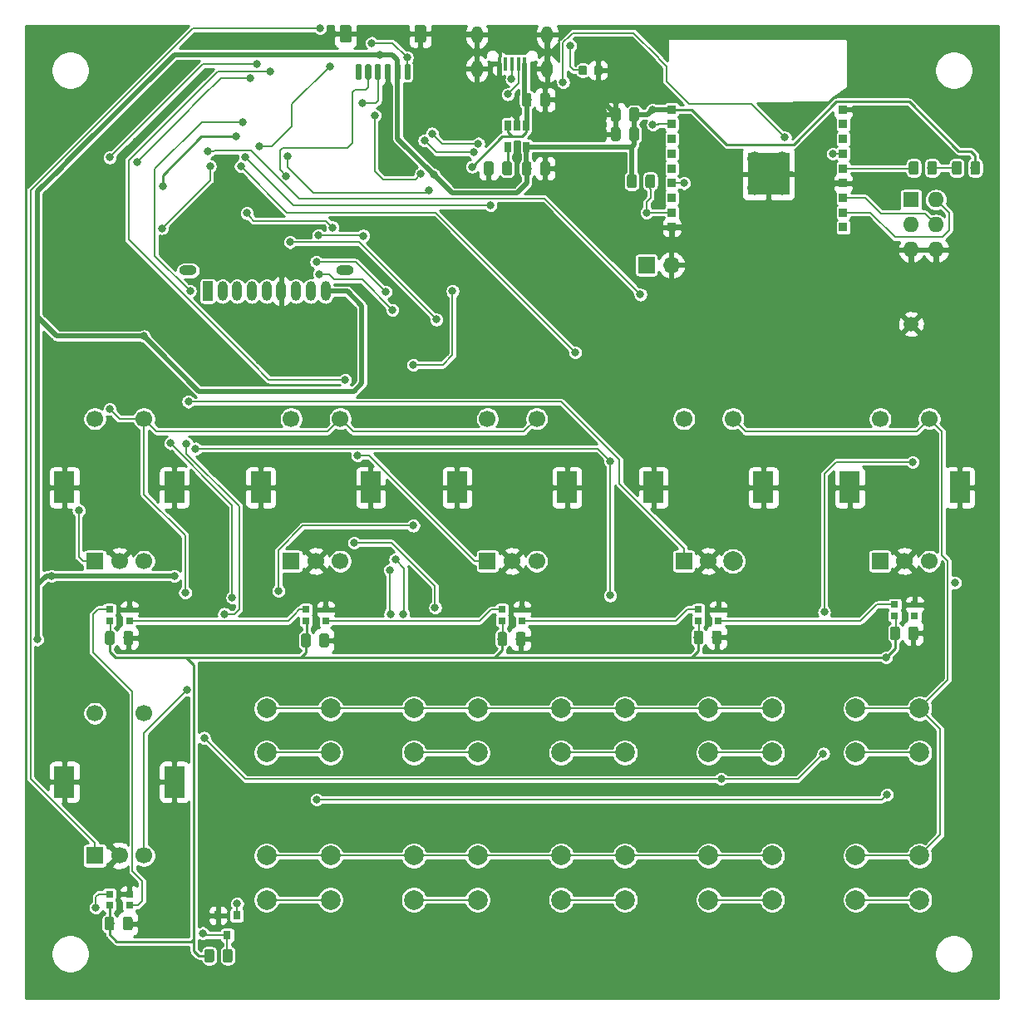
<source format=gtl>
G04 #@! TF.GenerationSoftware,KiCad,Pcbnew,(5.1.2)-1*
G04 #@! TF.CreationDate,2019-06-12T04:53:13+09:00*
G04 #@! TF.ProjectId,LrE-6,4c72452d-362e-46b6-9963-61645f706362,rev?*
G04 #@! TF.SameCoordinates,Original*
G04 #@! TF.FileFunction,Copper,L1,Top*
G04 #@! TF.FilePolarity,Positive*
%FSLAX46Y46*%
G04 Gerber Fmt 4.6, Leading zero omitted, Abs format (unit mm)*
G04 Created by KiCad (PCBNEW (5.1.2)-1) date 2019-06-12 04:53:13*
%MOMM*%
%LPD*%
G04 APERTURE LIST*
%ADD10R,1.000000X2.000000*%
%ADD11O,1.000000X2.000000*%
%ADD12O,1.800000X1.000000*%
%ADD13C,0.100000*%
%ADD14C,0.975000*%
%ADD15R,0.800000X0.900000*%
%ADD16C,1.700000*%
%ADD17R,2.000000X3.200000*%
%ADD18R,1.700000X1.700000*%
%ADD19C,2.000000*%
%ADD20R,1.800000X1.800000*%
%ADD21R,0.800000X0.700000*%
%ADD22R,4.300000X4.300000*%
%ADD23R,0.850000X0.912500*%
%ADD24C,0.875000*%
%ADD25C,1.500000*%
%ADD26O,1.700000X1.700000*%
%ADD27R,1.600000X1.600000*%
%ADD28O,1.600000X1.600000*%
%ADD29C,1.200000*%
%ADD30C,0.600000*%
%ADD31O,1.150000X1.800000*%
%ADD32R,0.400000X1.400000*%
%ADD33R,0.650000X1.060000*%
%ADD34C,0.800000*%
%ADD35C,0.203200*%
%ADD36C,0.500000*%
%ADD37C,0.254000*%
G04 APERTURE END LIST*
D10*
X84000000Y-82500000D03*
D11*
X85500000Y-82500000D03*
X87000000Y-82500000D03*
X88500000Y-82500000D03*
X90000000Y-82500000D03*
X91500000Y-82500000D03*
X93000000Y-82500000D03*
X94500000Y-82500000D03*
X96000000Y-82500000D03*
D12*
X82000000Y-80400000D03*
X98000000Y-80400000D03*
D13*
G36*
X86305142Y-149501174D02*
G01*
X86328803Y-149504684D01*
X86352007Y-149510496D01*
X86374529Y-149518554D01*
X86396153Y-149528782D01*
X86416670Y-149541079D01*
X86435883Y-149555329D01*
X86453607Y-149571393D01*
X86469671Y-149589117D01*
X86483921Y-149608330D01*
X86496218Y-149628847D01*
X86506446Y-149650471D01*
X86514504Y-149672993D01*
X86520316Y-149696197D01*
X86523826Y-149719858D01*
X86525000Y-149743750D01*
X86525000Y-150656250D01*
X86523826Y-150680142D01*
X86520316Y-150703803D01*
X86514504Y-150727007D01*
X86506446Y-150749529D01*
X86496218Y-150771153D01*
X86483921Y-150791670D01*
X86469671Y-150810883D01*
X86453607Y-150828607D01*
X86435883Y-150844671D01*
X86416670Y-150858921D01*
X86396153Y-150871218D01*
X86374529Y-150881446D01*
X86352007Y-150889504D01*
X86328803Y-150895316D01*
X86305142Y-150898826D01*
X86281250Y-150900000D01*
X85793750Y-150900000D01*
X85769858Y-150898826D01*
X85746197Y-150895316D01*
X85722993Y-150889504D01*
X85700471Y-150881446D01*
X85678847Y-150871218D01*
X85658330Y-150858921D01*
X85639117Y-150844671D01*
X85621393Y-150828607D01*
X85605329Y-150810883D01*
X85591079Y-150791670D01*
X85578782Y-150771153D01*
X85568554Y-150749529D01*
X85560496Y-150727007D01*
X85554684Y-150703803D01*
X85551174Y-150680142D01*
X85550000Y-150656250D01*
X85550000Y-149743750D01*
X85551174Y-149719858D01*
X85554684Y-149696197D01*
X85560496Y-149672993D01*
X85568554Y-149650471D01*
X85578782Y-149628847D01*
X85591079Y-149608330D01*
X85605329Y-149589117D01*
X85621393Y-149571393D01*
X85639117Y-149555329D01*
X85658330Y-149541079D01*
X85678847Y-149528782D01*
X85700471Y-149518554D01*
X85722993Y-149510496D01*
X85746197Y-149504684D01*
X85769858Y-149501174D01*
X85793750Y-149500000D01*
X86281250Y-149500000D01*
X86305142Y-149501174D01*
X86305142Y-149501174D01*
G37*
D14*
X86037500Y-150200000D03*
D13*
G36*
X84430142Y-149501174D02*
G01*
X84453803Y-149504684D01*
X84477007Y-149510496D01*
X84499529Y-149518554D01*
X84521153Y-149528782D01*
X84541670Y-149541079D01*
X84560883Y-149555329D01*
X84578607Y-149571393D01*
X84594671Y-149589117D01*
X84608921Y-149608330D01*
X84621218Y-149628847D01*
X84631446Y-149650471D01*
X84639504Y-149672993D01*
X84645316Y-149696197D01*
X84648826Y-149719858D01*
X84650000Y-149743750D01*
X84650000Y-150656250D01*
X84648826Y-150680142D01*
X84645316Y-150703803D01*
X84639504Y-150727007D01*
X84631446Y-150749529D01*
X84621218Y-150771153D01*
X84608921Y-150791670D01*
X84594671Y-150810883D01*
X84578607Y-150828607D01*
X84560883Y-150844671D01*
X84541670Y-150858921D01*
X84521153Y-150871218D01*
X84499529Y-150881446D01*
X84477007Y-150889504D01*
X84453803Y-150895316D01*
X84430142Y-150898826D01*
X84406250Y-150900000D01*
X83918750Y-150900000D01*
X83894858Y-150898826D01*
X83871197Y-150895316D01*
X83847993Y-150889504D01*
X83825471Y-150881446D01*
X83803847Y-150871218D01*
X83783330Y-150858921D01*
X83764117Y-150844671D01*
X83746393Y-150828607D01*
X83730329Y-150810883D01*
X83716079Y-150791670D01*
X83703782Y-150771153D01*
X83693554Y-150749529D01*
X83685496Y-150727007D01*
X83679684Y-150703803D01*
X83676174Y-150680142D01*
X83675000Y-150656250D01*
X83675000Y-149743750D01*
X83676174Y-149719858D01*
X83679684Y-149696197D01*
X83685496Y-149672993D01*
X83693554Y-149650471D01*
X83703782Y-149628847D01*
X83716079Y-149608330D01*
X83730329Y-149589117D01*
X83746393Y-149571393D01*
X83764117Y-149555329D01*
X83783330Y-149541079D01*
X83803847Y-149528782D01*
X83825471Y-149518554D01*
X83847993Y-149510496D01*
X83871197Y-149504684D01*
X83894858Y-149501174D01*
X83918750Y-149500000D01*
X84406250Y-149500000D01*
X84430142Y-149501174D01*
X84430142Y-149501174D01*
G37*
D14*
X84162500Y-150200000D03*
D15*
X86000000Y-148100000D03*
X85050000Y-146100000D03*
X86950000Y-146100000D03*
D16*
X157500000Y-95500000D03*
X152500000Y-95500000D03*
D17*
X160600000Y-102500000D03*
X149400000Y-102500000D03*
D16*
X157500000Y-110000000D03*
X155000000Y-110000000D03*
D18*
X152500000Y-110000000D03*
X132500000Y-110000000D03*
D16*
X135000000Y-110000000D03*
D19*
X137500000Y-110000000D03*
D17*
X129400000Y-102500000D03*
X140600000Y-102500000D03*
D16*
X132500000Y-95500000D03*
X137500000Y-95500000D03*
D18*
X112500000Y-110000000D03*
D16*
X115000000Y-110000000D03*
X117500000Y-110000000D03*
D17*
X109400000Y-102500000D03*
X120600000Y-102500000D03*
D16*
X112500000Y-95500000D03*
X117500000Y-95500000D03*
D18*
X92500000Y-110000000D03*
D16*
X95000000Y-110000000D03*
X97500000Y-110000000D03*
D17*
X89400000Y-102500000D03*
X100600000Y-102500000D03*
D16*
X92500000Y-95500000D03*
X97500000Y-95500000D03*
D18*
X72500000Y-110000000D03*
D16*
X75000000Y-110000000D03*
X77500000Y-110000000D03*
D17*
X69400000Y-102500000D03*
X80600000Y-102500000D03*
D16*
X72500000Y-95500000D03*
X77500000Y-95500000D03*
D20*
X72500000Y-140000000D03*
D16*
X75000000Y-140000000D03*
X77500000Y-140000000D03*
D17*
X69400000Y-132500000D03*
X80600000Y-132500000D03*
D16*
X72500000Y-125500000D03*
X77500000Y-125500000D03*
D21*
X153985000Y-115585000D03*
X153985000Y-114415000D03*
X156015000Y-114415000D03*
X156015000Y-115585000D03*
X133985000Y-116085000D03*
X133985000Y-114915000D03*
X136015000Y-114915000D03*
X136015000Y-116085000D03*
X113985000Y-116085000D03*
X113985000Y-114915000D03*
X116015000Y-114915000D03*
X116015000Y-116085000D03*
X93985000Y-116085000D03*
X93985000Y-114915000D03*
X96015000Y-114915000D03*
X96015000Y-116085000D03*
X73985000Y-116085000D03*
X73985000Y-114915000D03*
X76015000Y-114915000D03*
X76015000Y-116085000D03*
X73985000Y-145085000D03*
X73985000Y-143915000D03*
X76015000Y-143915000D03*
X76015000Y-145085000D03*
D13*
G36*
X156155142Y-116651174D02*
G01*
X156178803Y-116654684D01*
X156202007Y-116660496D01*
X156224529Y-116668554D01*
X156246153Y-116678782D01*
X156266670Y-116691079D01*
X156285883Y-116705329D01*
X156303607Y-116721393D01*
X156319671Y-116739117D01*
X156333921Y-116758330D01*
X156346218Y-116778847D01*
X156356446Y-116800471D01*
X156364504Y-116822993D01*
X156370316Y-116846197D01*
X156373826Y-116869858D01*
X156375000Y-116893750D01*
X156375000Y-117806250D01*
X156373826Y-117830142D01*
X156370316Y-117853803D01*
X156364504Y-117877007D01*
X156356446Y-117899529D01*
X156346218Y-117921153D01*
X156333921Y-117941670D01*
X156319671Y-117960883D01*
X156303607Y-117978607D01*
X156285883Y-117994671D01*
X156266670Y-118008921D01*
X156246153Y-118021218D01*
X156224529Y-118031446D01*
X156202007Y-118039504D01*
X156178803Y-118045316D01*
X156155142Y-118048826D01*
X156131250Y-118050000D01*
X155643750Y-118050000D01*
X155619858Y-118048826D01*
X155596197Y-118045316D01*
X155572993Y-118039504D01*
X155550471Y-118031446D01*
X155528847Y-118021218D01*
X155508330Y-118008921D01*
X155489117Y-117994671D01*
X155471393Y-117978607D01*
X155455329Y-117960883D01*
X155441079Y-117941670D01*
X155428782Y-117921153D01*
X155418554Y-117899529D01*
X155410496Y-117877007D01*
X155404684Y-117853803D01*
X155401174Y-117830142D01*
X155400000Y-117806250D01*
X155400000Y-116893750D01*
X155401174Y-116869858D01*
X155404684Y-116846197D01*
X155410496Y-116822993D01*
X155418554Y-116800471D01*
X155428782Y-116778847D01*
X155441079Y-116758330D01*
X155455329Y-116739117D01*
X155471393Y-116721393D01*
X155489117Y-116705329D01*
X155508330Y-116691079D01*
X155528847Y-116678782D01*
X155550471Y-116668554D01*
X155572993Y-116660496D01*
X155596197Y-116654684D01*
X155619858Y-116651174D01*
X155643750Y-116650000D01*
X156131250Y-116650000D01*
X156155142Y-116651174D01*
X156155142Y-116651174D01*
G37*
D14*
X155887500Y-117350000D03*
D13*
G36*
X154280142Y-116651174D02*
G01*
X154303803Y-116654684D01*
X154327007Y-116660496D01*
X154349529Y-116668554D01*
X154371153Y-116678782D01*
X154391670Y-116691079D01*
X154410883Y-116705329D01*
X154428607Y-116721393D01*
X154444671Y-116739117D01*
X154458921Y-116758330D01*
X154471218Y-116778847D01*
X154481446Y-116800471D01*
X154489504Y-116822993D01*
X154495316Y-116846197D01*
X154498826Y-116869858D01*
X154500000Y-116893750D01*
X154500000Y-117806250D01*
X154498826Y-117830142D01*
X154495316Y-117853803D01*
X154489504Y-117877007D01*
X154481446Y-117899529D01*
X154471218Y-117921153D01*
X154458921Y-117941670D01*
X154444671Y-117960883D01*
X154428607Y-117978607D01*
X154410883Y-117994671D01*
X154391670Y-118008921D01*
X154371153Y-118021218D01*
X154349529Y-118031446D01*
X154327007Y-118039504D01*
X154303803Y-118045316D01*
X154280142Y-118048826D01*
X154256250Y-118050000D01*
X153768750Y-118050000D01*
X153744858Y-118048826D01*
X153721197Y-118045316D01*
X153697993Y-118039504D01*
X153675471Y-118031446D01*
X153653847Y-118021218D01*
X153633330Y-118008921D01*
X153614117Y-117994671D01*
X153596393Y-117978607D01*
X153580329Y-117960883D01*
X153566079Y-117941670D01*
X153553782Y-117921153D01*
X153543554Y-117899529D01*
X153535496Y-117877007D01*
X153529684Y-117853803D01*
X153526174Y-117830142D01*
X153525000Y-117806250D01*
X153525000Y-116893750D01*
X153526174Y-116869858D01*
X153529684Y-116846197D01*
X153535496Y-116822993D01*
X153543554Y-116800471D01*
X153553782Y-116778847D01*
X153566079Y-116758330D01*
X153580329Y-116739117D01*
X153596393Y-116721393D01*
X153614117Y-116705329D01*
X153633330Y-116691079D01*
X153653847Y-116678782D01*
X153675471Y-116668554D01*
X153697993Y-116660496D01*
X153721197Y-116654684D01*
X153744858Y-116651174D01*
X153768750Y-116650000D01*
X154256250Y-116650000D01*
X154280142Y-116651174D01*
X154280142Y-116651174D01*
G37*
D14*
X154012500Y-117350000D03*
D13*
G36*
X136130142Y-117076174D02*
G01*
X136153803Y-117079684D01*
X136177007Y-117085496D01*
X136199529Y-117093554D01*
X136221153Y-117103782D01*
X136241670Y-117116079D01*
X136260883Y-117130329D01*
X136278607Y-117146393D01*
X136294671Y-117164117D01*
X136308921Y-117183330D01*
X136321218Y-117203847D01*
X136331446Y-117225471D01*
X136339504Y-117247993D01*
X136345316Y-117271197D01*
X136348826Y-117294858D01*
X136350000Y-117318750D01*
X136350000Y-118231250D01*
X136348826Y-118255142D01*
X136345316Y-118278803D01*
X136339504Y-118302007D01*
X136331446Y-118324529D01*
X136321218Y-118346153D01*
X136308921Y-118366670D01*
X136294671Y-118385883D01*
X136278607Y-118403607D01*
X136260883Y-118419671D01*
X136241670Y-118433921D01*
X136221153Y-118446218D01*
X136199529Y-118456446D01*
X136177007Y-118464504D01*
X136153803Y-118470316D01*
X136130142Y-118473826D01*
X136106250Y-118475000D01*
X135618750Y-118475000D01*
X135594858Y-118473826D01*
X135571197Y-118470316D01*
X135547993Y-118464504D01*
X135525471Y-118456446D01*
X135503847Y-118446218D01*
X135483330Y-118433921D01*
X135464117Y-118419671D01*
X135446393Y-118403607D01*
X135430329Y-118385883D01*
X135416079Y-118366670D01*
X135403782Y-118346153D01*
X135393554Y-118324529D01*
X135385496Y-118302007D01*
X135379684Y-118278803D01*
X135376174Y-118255142D01*
X135375000Y-118231250D01*
X135375000Y-117318750D01*
X135376174Y-117294858D01*
X135379684Y-117271197D01*
X135385496Y-117247993D01*
X135393554Y-117225471D01*
X135403782Y-117203847D01*
X135416079Y-117183330D01*
X135430329Y-117164117D01*
X135446393Y-117146393D01*
X135464117Y-117130329D01*
X135483330Y-117116079D01*
X135503847Y-117103782D01*
X135525471Y-117093554D01*
X135547993Y-117085496D01*
X135571197Y-117079684D01*
X135594858Y-117076174D01*
X135618750Y-117075000D01*
X136106250Y-117075000D01*
X136130142Y-117076174D01*
X136130142Y-117076174D01*
G37*
D14*
X135862500Y-117775000D03*
D13*
G36*
X134255142Y-117076174D02*
G01*
X134278803Y-117079684D01*
X134302007Y-117085496D01*
X134324529Y-117093554D01*
X134346153Y-117103782D01*
X134366670Y-117116079D01*
X134385883Y-117130329D01*
X134403607Y-117146393D01*
X134419671Y-117164117D01*
X134433921Y-117183330D01*
X134446218Y-117203847D01*
X134456446Y-117225471D01*
X134464504Y-117247993D01*
X134470316Y-117271197D01*
X134473826Y-117294858D01*
X134475000Y-117318750D01*
X134475000Y-118231250D01*
X134473826Y-118255142D01*
X134470316Y-118278803D01*
X134464504Y-118302007D01*
X134456446Y-118324529D01*
X134446218Y-118346153D01*
X134433921Y-118366670D01*
X134419671Y-118385883D01*
X134403607Y-118403607D01*
X134385883Y-118419671D01*
X134366670Y-118433921D01*
X134346153Y-118446218D01*
X134324529Y-118456446D01*
X134302007Y-118464504D01*
X134278803Y-118470316D01*
X134255142Y-118473826D01*
X134231250Y-118475000D01*
X133743750Y-118475000D01*
X133719858Y-118473826D01*
X133696197Y-118470316D01*
X133672993Y-118464504D01*
X133650471Y-118456446D01*
X133628847Y-118446218D01*
X133608330Y-118433921D01*
X133589117Y-118419671D01*
X133571393Y-118403607D01*
X133555329Y-118385883D01*
X133541079Y-118366670D01*
X133528782Y-118346153D01*
X133518554Y-118324529D01*
X133510496Y-118302007D01*
X133504684Y-118278803D01*
X133501174Y-118255142D01*
X133500000Y-118231250D01*
X133500000Y-117318750D01*
X133501174Y-117294858D01*
X133504684Y-117271197D01*
X133510496Y-117247993D01*
X133518554Y-117225471D01*
X133528782Y-117203847D01*
X133541079Y-117183330D01*
X133555329Y-117164117D01*
X133571393Y-117146393D01*
X133589117Y-117130329D01*
X133608330Y-117116079D01*
X133628847Y-117103782D01*
X133650471Y-117093554D01*
X133672993Y-117085496D01*
X133696197Y-117079684D01*
X133719858Y-117076174D01*
X133743750Y-117075000D01*
X134231250Y-117075000D01*
X134255142Y-117076174D01*
X134255142Y-117076174D01*
G37*
D14*
X133987500Y-117775000D03*
D13*
G36*
X116155142Y-117226174D02*
G01*
X116178803Y-117229684D01*
X116202007Y-117235496D01*
X116224529Y-117243554D01*
X116246153Y-117253782D01*
X116266670Y-117266079D01*
X116285883Y-117280329D01*
X116303607Y-117296393D01*
X116319671Y-117314117D01*
X116333921Y-117333330D01*
X116346218Y-117353847D01*
X116356446Y-117375471D01*
X116364504Y-117397993D01*
X116370316Y-117421197D01*
X116373826Y-117444858D01*
X116375000Y-117468750D01*
X116375000Y-118381250D01*
X116373826Y-118405142D01*
X116370316Y-118428803D01*
X116364504Y-118452007D01*
X116356446Y-118474529D01*
X116346218Y-118496153D01*
X116333921Y-118516670D01*
X116319671Y-118535883D01*
X116303607Y-118553607D01*
X116285883Y-118569671D01*
X116266670Y-118583921D01*
X116246153Y-118596218D01*
X116224529Y-118606446D01*
X116202007Y-118614504D01*
X116178803Y-118620316D01*
X116155142Y-118623826D01*
X116131250Y-118625000D01*
X115643750Y-118625000D01*
X115619858Y-118623826D01*
X115596197Y-118620316D01*
X115572993Y-118614504D01*
X115550471Y-118606446D01*
X115528847Y-118596218D01*
X115508330Y-118583921D01*
X115489117Y-118569671D01*
X115471393Y-118553607D01*
X115455329Y-118535883D01*
X115441079Y-118516670D01*
X115428782Y-118496153D01*
X115418554Y-118474529D01*
X115410496Y-118452007D01*
X115404684Y-118428803D01*
X115401174Y-118405142D01*
X115400000Y-118381250D01*
X115400000Y-117468750D01*
X115401174Y-117444858D01*
X115404684Y-117421197D01*
X115410496Y-117397993D01*
X115418554Y-117375471D01*
X115428782Y-117353847D01*
X115441079Y-117333330D01*
X115455329Y-117314117D01*
X115471393Y-117296393D01*
X115489117Y-117280329D01*
X115508330Y-117266079D01*
X115528847Y-117253782D01*
X115550471Y-117243554D01*
X115572993Y-117235496D01*
X115596197Y-117229684D01*
X115619858Y-117226174D01*
X115643750Y-117225000D01*
X116131250Y-117225000D01*
X116155142Y-117226174D01*
X116155142Y-117226174D01*
G37*
D14*
X115887500Y-117925000D03*
D13*
G36*
X114280142Y-117226174D02*
G01*
X114303803Y-117229684D01*
X114327007Y-117235496D01*
X114349529Y-117243554D01*
X114371153Y-117253782D01*
X114391670Y-117266079D01*
X114410883Y-117280329D01*
X114428607Y-117296393D01*
X114444671Y-117314117D01*
X114458921Y-117333330D01*
X114471218Y-117353847D01*
X114481446Y-117375471D01*
X114489504Y-117397993D01*
X114495316Y-117421197D01*
X114498826Y-117444858D01*
X114500000Y-117468750D01*
X114500000Y-118381250D01*
X114498826Y-118405142D01*
X114495316Y-118428803D01*
X114489504Y-118452007D01*
X114481446Y-118474529D01*
X114471218Y-118496153D01*
X114458921Y-118516670D01*
X114444671Y-118535883D01*
X114428607Y-118553607D01*
X114410883Y-118569671D01*
X114391670Y-118583921D01*
X114371153Y-118596218D01*
X114349529Y-118606446D01*
X114327007Y-118614504D01*
X114303803Y-118620316D01*
X114280142Y-118623826D01*
X114256250Y-118625000D01*
X113768750Y-118625000D01*
X113744858Y-118623826D01*
X113721197Y-118620316D01*
X113697993Y-118614504D01*
X113675471Y-118606446D01*
X113653847Y-118596218D01*
X113633330Y-118583921D01*
X113614117Y-118569671D01*
X113596393Y-118553607D01*
X113580329Y-118535883D01*
X113566079Y-118516670D01*
X113553782Y-118496153D01*
X113543554Y-118474529D01*
X113535496Y-118452007D01*
X113529684Y-118428803D01*
X113526174Y-118405142D01*
X113525000Y-118381250D01*
X113525000Y-117468750D01*
X113526174Y-117444858D01*
X113529684Y-117421197D01*
X113535496Y-117397993D01*
X113543554Y-117375471D01*
X113553782Y-117353847D01*
X113566079Y-117333330D01*
X113580329Y-117314117D01*
X113596393Y-117296393D01*
X113614117Y-117280329D01*
X113633330Y-117266079D01*
X113653847Y-117253782D01*
X113675471Y-117243554D01*
X113697993Y-117235496D01*
X113721197Y-117229684D01*
X113744858Y-117226174D01*
X113768750Y-117225000D01*
X114256250Y-117225000D01*
X114280142Y-117226174D01*
X114280142Y-117226174D01*
G37*
D14*
X114012500Y-117925000D03*
D13*
G36*
X96130142Y-117376174D02*
G01*
X96153803Y-117379684D01*
X96177007Y-117385496D01*
X96199529Y-117393554D01*
X96221153Y-117403782D01*
X96241670Y-117416079D01*
X96260883Y-117430329D01*
X96278607Y-117446393D01*
X96294671Y-117464117D01*
X96308921Y-117483330D01*
X96321218Y-117503847D01*
X96331446Y-117525471D01*
X96339504Y-117547993D01*
X96345316Y-117571197D01*
X96348826Y-117594858D01*
X96350000Y-117618750D01*
X96350000Y-118531250D01*
X96348826Y-118555142D01*
X96345316Y-118578803D01*
X96339504Y-118602007D01*
X96331446Y-118624529D01*
X96321218Y-118646153D01*
X96308921Y-118666670D01*
X96294671Y-118685883D01*
X96278607Y-118703607D01*
X96260883Y-118719671D01*
X96241670Y-118733921D01*
X96221153Y-118746218D01*
X96199529Y-118756446D01*
X96177007Y-118764504D01*
X96153803Y-118770316D01*
X96130142Y-118773826D01*
X96106250Y-118775000D01*
X95618750Y-118775000D01*
X95594858Y-118773826D01*
X95571197Y-118770316D01*
X95547993Y-118764504D01*
X95525471Y-118756446D01*
X95503847Y-118746218D01*
X95483330Y-118733921D01*
X95464117Y-118719671D01*
X95446393Y-118703607D01*
X95430329Y-118685883D01*
X95416079Y-118666670D01*
X95403782Y-118646153D01*
X95393554Y-118624529D01*
X95385496Y-118602007D01*
X95379684Y-118578803D01*
X95376174Y-118555142D01*
X95375000Y-118531250D01*
X95375000Y-117618750D01*
X95376174Y-117594858D01*
X95379684Y-117571197D01*
X95385496Y-117547993D01*
X95393554Y-117525471D01*
X95403782Y-117503847D01*
X95416079Y-117483330D01*
X95430329Y-117464117D01*
X95446393Y-117446393D01*
X95464117Y-117430329D01*
X95483330Y-117416079D01*
X95503847Y-117403782D01*
X95525471Y-117393554D01*
X95547993Y-117385496D01*
X95571197Y-117379684D01*
X95594858Y-117376174D01*
X95618750Y-117375000D01*
X96106250Y-117375000D01*
X96130142Y-117376174D01*
X96130142Y-117376174D01*
G37*
D14*
X95862500Y-118075000D03*
D13*
G36*
X94255142Y-117376174D02*
G01*
X94278803Y-117379684D01*
X94302007Y-117385496D01*
X94324529Y-117393554D01*
X94346153Y-117403782D01*
X94366670Y-117416079D01*
X94385883Y-117430329D01*
X94403607Y-117446393D01*
X94419671Y-117464117D01*
X94433921Y-117483330D01*
X94446218Y-117503847D01*
X94456446Y-117525471D01*
X94464504Y-117547993D01*
X94470316Y-117571197D01*
X94473826Y-117594858D01*
X94475000Y-117618750D01*
X94475000Y-118531250D01*
X94473826Y-118555142D01*
X94470316Y-118578803D01*
X94464504Y-118602007D01*
X94456446Y-118624529D01*
X94446218Y-118646153D01*
X94433921Y-118666670D01*
X94419671Y-118685883D01*
X94403607Y-118703607D01*
X94385883Y-118719671D01*
X94366670Y-118733921D01*
X94346153Y-118746218D01*
X94324529Y-118756446D01*
X94302007Y-118764504D01*
X94278803Y-118770316D01*
X94255142Y-118773826D01*
X94231250Y-118775000D01*
X93743750Y-118775000D01*
X93719858Y-118773826D01*
X93696197Y-118770316D01*
X93672993Y-118764504D01*
X93650471Y-118756446D01*
X93628847Y-118746218D01*
X93608330Y-118733921D01*
X93589117Y-118719671D01*
X93571393Y-118703607D01*
X93555329Y-118685883D01*
X93541079Y-118666670D01*
X93528782Y-118646153D01*
X93518554Y-118624529D01*
X93510496Y-118602007D01*
X93504684Y-118578803D01*
X93501174Y-118555142D01*
X93500000Y-118531250D01*
X93500000Y-117618750D01*
X93501174Y-117594858D01*
X93504684Y-117571197D01*
X93510496Y-117547993D01*
X93518554Y-117525471D01*
X93528782Y-117503847D01*
X93541079Y-117483330D01*
X93555329Y-117464117D01*
X93571393Y-117446393D01*
X93589117Y-117430329D01*
X93608330Y-117416079D01*
X93628847Y-117403782D01*
X93650471Y-117393554D01*
X93672993Y-117385496D01*
X93696197Y-117379684D01*
X93719858Y-117376174D01*
X93743750Y-117375000D01*
X94231250Y-117375000D01*
X94255142Y-117376174D01*
X94255142Y-117376174D01*
G37*
D14*
X93987500Y-118075000D03*
D13*
G36*
X76180142Y-117126174D02*
G01*
X76203803Y-117129684D01*
X76227007Y-117135496D01*
X76249529Y-117143554D01*
X76271153Y-117153782D01*
X76291670Y-117166079D01*
X76310883Y-117180329D01*
X76328607Y-117196393D01*
X76344671Y-117214117D01*
X76358921Y-117233330D01*
X76371218Y-117253847D01*
X76381446Y-117275471D01*
X76389504Y-117297993D01*
X76395316Y-117321197D01*
X76398826Y-117344858D01*
X76400000Y-117368750D01*
X76400000Y-118281250D01*
X76398826Y-118305142D01*
X76395316Y-118328803D01*
X76389504Y-118352007D01*
X76381446Y-118374529D01*
X76371218Y-118396153D01*
X76358921Y-118416670D01*
X76344671Y-118435883D01*
X76328607Y-118453607D01*
X76310883Y-118469671D01*
X76291670Y-118483921D01*
X76271153Y-118496218D01*
X76249529Y-118506446D01*
X76227007Y-118514504D01*
X76203803Y-118520316D01*
X76180142Y-118523826D01*
X76156250Y-118525000D01*
X75668750Y-118525000D01*
X75644858Y-118523826D01*
X75621197Y-118520316D01*
X75597993Y-118514504D01*
X75575471Y-118506446D01*
X75553847Y-118496218D01*
X75533330Y-118483921D01*
X75514117Y-118469671D01*
X75496393Y-118453607D01*
X75480329Y-118435883D01*
X75466079Y-118416670D01*
X75453782Y-118396153D01*
X75443554Y-118374529D01*
X75435496Y-118352007D01*
X75429684Y-118328803D01*
X75426174Y-118305142D01*
X75425000Y-118281250D01*
X75425000Y-117368750D01*
X75426174Y-117344858D01*
X75429684Y-117321197D01*
X75435496Y-117297993D01*
X75443554Y-117275471D01*
X75453782Y-117253847D01*
X75466079Y-117233330D01*
X75480329Y-117214117D01*
X75496393Y-117196393D01*
X75514117Y-117180329D01*
X75533330Y-117166079D01*
X75553847Y-117153782D01*
X75575471Y-117143554D01*
X75597993Y-117135496D01*
X75621197Y-117129684D01*
X75644858Y-117126174D01*
X75668750Y-117125000D01*
X76156250Y-117125000D01*
X76180142Y-117126174D01*
X76180142Y-117126174D01*
G37*
D14*
X75912500Y-117825000D03*
D13*
G36*
X74305142Y-117126174D02*
G01*
X74328803Y-117129684D01*
X74352007Y-117135496D01*
X74374529Y-117143554D01*
X74396153Y-117153782D01*
X74416670Y-117166079D01*
X74435883Y-117180329D01*
X74453607Y-117196393D01*
X74469671Y-117214117D01*
X74483921Y-117233330D01*
X74496218Y-117253847D01*
X74506446Y-117275471D01*
X74514504Y-117297993D01*
X74520316Y-117321197D01*
X74523826Y-117344858D01*
X74525000Y-117368750D01*
X74525000Y-118281250D01*
X74523826Y-118305142D01*
X74520316Y-118328803D01*
X74514504Y-118352007D01*
X74506446Y-118374529D01*
X74496218Y-118396153D01*
X74483921Y-118416670D01*
X74469671Y-118435883D01*
X74453607Y-118453607D01*
X74435883Y-118469671D01*
X74416670Y-118483921D01*
X74396153Y-118496218D01*
X74374529Y-118506446D01*
X74352007Y-118514504D01*
X74328803Y-118520316D01*
X74305142Y-118523826D01*
X74281250Y-118525000D01*
X73793750Y-118525000D01*
X73769858Y-118523826D01*
X73746197Y-118520316D01*
X73722993Y-118514504D01*
X73700471Y-118506446D01*
X73678847Y-118496218D01*
X73658330Y-118483921D01*
X73639117Y-118469671D01*
X73621393Y-118453607D01*
X73605329Y-118435883D01*
X73591079Y-118416670D01*
X73578782Y-118396153D01*
X73568554Y-118374529D01*
X73560496Y-118352007D01*
X73554684Y-118328803D01*
X73551174Y-118305142D01*
X73550000Y-118281250D01*
X73550000Y-117368750D01*
X73551174Y-117344858D01*
X73554684Y-117321197D01*
X73560496Y-117297993D01*
X73568554Y-117275471D01*
X73578782Y-117253847D01*
X73591079Y-117233330D01*
X73605329Y-117214117D01*
X73621393Y-117196393D01*
X73639117Y-117180329D01*
X73658330Y-117166079D01*
X73678847Y-117153782D01*
X73700471Y-117143554D01*
X73722993Y-117135496D01*
X73746197Y-117129684D01*
X73769858Y-117126174D01*
X73793750Y-117125000D01*
X74281250Y-117125000D01*
X74305142Y-117126174D01*
X74305142Y-117126174D01*
G37*
D14*
X74037500Y-117825000D03*
D13*
G36*
X76130142Y-146226174D02*
G01*
X76153803Y-146229684D01*
X76177007Y-146235496D01*
X76199529Y-146243554D01*
X76221153Y-146253782D01*
X76241670Y-146266079D01*
X76260883Y-146280329D01*
X76278607Y-146296393D01*
X76294671Y-146314117D01*
X76308921Y-146333330D01*
X76321218Y-146353847D01*
X76331446Y-146375471D01*
X76339504Y-146397993D01*
X76345316Y-146421197D01*
X76348826Y-146444858D01*
X76350000Y-146468750D01*
X76350000Y-147381250D01*
X76348826Y-147405142D01*
X76345316Y-147428803D01*
X76339504Y-147452007D01*
X76331446Y-147474529D01*
X76321218Y-147496153D01*
X76308921Y-147516670D01*
X76294671Y-147535883D01*
X76278607Y-147553607D01*
X76260883Y-147569671D01*
X76241670Y-147583921D01*
X76221153Y-147596218D01*
X76199529Y-147606446D01*
X76177007Y-147614504D01*
X76153803Y-147620316D01*
X76130142Y-147623826D01*
X76106250Y-147625000D01*
X75618750Y-147625000D01*
X75594858Y-147623826D01*
X75571197Y-147620316D01*
X75547993Y-147614504D01*
X75525471Y-147606446D01*
X75503847Y-147596218D01*
X75483330Y-147583921D01*
X75464117Y-147569671D01*
X75446393Y-147553607D01*
X75430329Y-147535883D01*
X75416079Y-147516670D01*
X75403782Y-147496153D01*
X75393554Y-147474529D01*
X75385496Y-147452007D01*
X75379684Y-147428803D01*
X75376174Y-147405142D01*
X75375000Y-147381250D01*
X75375000Y-146468750D01*
X75376174Y-146444858D01*
X75379684Y-146421197D01*
X75385496Y-146397993D01*
X75393554Y-146375471D01*
X75403782Y-146353847D01*
X75416079Y-146333330D01*
X75430329Y-146314117D01*
X75446393Y-146296393D01*
X75464117Y-146280329D01*
X75483330Y-146266079D01*
X75503847Y-146253782D01*
X75525471Y-146243554D01*
X75547993Y-146235496D01*
X75571197Y-146229684D01*
X75594858Y-146226174D01*
X75618750Y-146225000D01*
X76106250Y-146225000D01*
X76130142Y-146226174D01*
X76130142Y-146226174D01*
G37*
D14*
X75862500Y-146925000D03*
D13*
G36*
X74255142Y-146226174D02*
G01*
X74278803Y-146229684D01*
X74302007Y-146235496D01*
X74324529Y-146243554D01*
X74346153Y-146253782D01*
X74366670Y-146266079D01*
X74385883Y-146280329D01*
X74403607Y-146296393D01*
X74419671Y-146314117D01*
X74433921Y-146333330D01*
X74446218Y-146353847D01*
X74456446Y-146375471D01*
X74464504Y-146397993D01*
X74470316Y-146421197D01*
X74473826Y-146444858D01*
X74475000Y-146468750D01*
X74475000Y-147381250D01*
X74473826Y-147405142D01*
X74470316Y-147428803D01*
X74464504Y-147452007D01*
X74456446Y-147474529D01*
X74446218Y-147496153D01*
X74433921Y-147516670D01*
X74419671Y-147535883D01*
X74403607Y-147553607D01*
X74385883Y-147569671D01*
X74366670Y-147583921D01*
X74346153Y-147596218D01*
X74324529Y-147606446D01*
X74302007Y-147614504D01*
X74278803Y-147620316D01*
X74255142Y-147623826D01*
X74231250Y-147625000D01*
X73743750Y-147625000D01*
X73719858Y-147623826D01*
X73696197Y-147620316D01*
X73672993Y-147614504D01*
X73650471Y-147606446D01*
X73628847Y-147596218D01*
X73608330Y-147583921D01*
X73589117Y-147569671D01*
X73571393Y-147553607D01*
X73555329Y-147535883D01*
X73541079Y-147516670D01*
X73528782Y-147496153D01*
X73518554Y-147474529D01*
X73510496Y-147452007D01*
X73504684Y-147428803D01*
X73501174Y-147405142D01*
X73500000Y-147381250D01*
X73500000Y-146468750D01*
X73501174Y-146444858D01*
X73504684Y-146421197D01*
X73510496Y-146397993D01*
X73518554Y-146375471D01*
X73528782Y-146353847D01*
X73541079Y-146333330D01*
X73555329Y-146314117D01*
X73571393Y-146296393D01*
X73589117Y-146280329D01*
X73608330Y-146266079D01*
X73628847Y-146253782D01*
X73650471Y-146243554D01*
X73672993Y-146235496D01*
X73696197Y-146229684D01*
X73719858Y-146226174D01*
X73743750Y-146225000D01*
X74231250Y-146225000D01*
X74255142Y-146226174D01*
X74255142Y-146226174D01*
G37*
D14*
X73987500Y-146925000D03*
D13*
G36*
X160580142Y-69251174D02*
G01*
X160603803Y-69254684D01*
X160627007Y-69260496D01*
X160649529Y-69268554D01*
X160671153Y-69278782D01*
X160691670Y-69291079D01*
X160710883Y-69305329D01*
X160728607Y-69321393D01*
X160744671Y-69339117D01*
X160758921Y-69358330D01*
X160771218Y-69378847D01*
X160781446Y-69400471D01*
X160789504Y-69422993D01*
X160795316Y-69446197D01*
X160798826Y-69469858D01*
X160800000Y-69493750D01*
X160800000Y-70406250D01*
X160798826Y-70430142D01*
X160795316Y-70453803D01*
X160789504Y-70477007D01*
X160781446Y-70499529D01*
X160771218Y-70521153D01*
X160758921Y-70541670D01*
X160744671Y-70560883D01*
X160728607Y-70578607D01*
X160710883Y-70594671D01*
X160691670Y-70608921D01*
X160671153Y-70621218D01*
X160649529Y-70631446D01*
X160627007Y-70639504D01*
X160603803Y-70645316D01*
X160580142Y-70648826D01*
X160556250Y-70650000D01*
X160068750Y-70650000D01*
X160044858Y-70648826D01*
X160021197Y-70645316D01*
X159997993Y-70639504D01*
X159975471Y-70631446D01*
X159953847Y-70621218D01*
X159933330Y-70608921D01*
X159914117Y-70594671D01*
X159896393Y-70578607D01*
X159880329Y-70560883D01*
X159866079Y-70541670D01*
X159853782Y-70521153D01*
X159843554Y-70499529D01*
X159835496Y-70477007D01*
X159829684Y-70453803D01*
X159826174Y-70430142D01*
X159825000Y-70406250D01*
X159825000Y-69493750D01*
X159826174Y-69469858D01*
X159829684Y-69446197D01*
X159835496Y-69422993D01*
X159843554Y-69400471D01*
X159853782Y-69378847D01*
X159866079Y-69358330D01*
X159880329Y-69339117D01*
X159896393Y-69321393D01*
X159914117Y-69305329D01*
X159933330Y-69291079D01*
X159953847Y-69278782D01*
X159975471Y-69268554D01*
X159997993Y-69260496D01*
X160021197Y-69254684D01*
X160044858Y-69251174D01*
X160068750Y-69250000D01*
X160556250Y-69250000D01*
X160580142Y-69251174D01*
X160580142Y-69251174D01*
G37*
D14*
X160312500Y-69950000D03*
D13*
G36*
X162455142Y-69251174D02*
G01*
X162478803Y-69254684D01*
X162502007Y-69260496D01*
X162524529Y-69268554D01*
X162546153Y-69278782D01*
X162566670Y-69291079D01*
X162585883Y-69305329D01*
X162603607Y-69321393D01*
X162619671Y-69339117D01*
X162633921Y-69358330D01*
X162646218Y-69378847D01*
X162656446Y-69400471D01*
X162664504Y-69422993D01*
X162670316Y-69446197D01*
X162673826Y-69469858D01*
X162675000Y-69493750D01*
X162675000Y-70406250D01*
X162673826Y-70430142D01*
X162670316Y-70453803D01*
X162664504Y-70477007D01*
X162656446Y-70499529D01*
X162646218Y-70521153D01*
X162633921Y-70541670D01*
X162619671Y-70560883D01*
X162603607Y-70578607D01*
X162585883Y-70594671D01*
X162566670Y-70608921D01*
X162546153Y-70621218D01*
X162524529Y-70631446D01*
X162502007Y-70639504D01*
X162478803Y-70645316D01*
X162455142Y-70648826D01*
X162431250Y-70650000D01*
X161943750Y-70650000D01*
X161919858Y-70648826D01*
X161896197Y-70645316D01*
X161872993Y-70639504D01*
X161850471Y-70631446D01*
X161828847Y-70621218D01*
X161808330Y-70608921D01*
X161789117Y-70594671D01*
X161771393Y-70578607D01*
X161755329Y-70560883D01*
X161741079Y-70541670D01*
X161728782Y-70521153D01*
X161718554Y-70499529D01*
X161710496Y-70477007D01*
X161704684Y-70453803D01*
X161701174Y-70430142D01*
X161700000Y-70406250D01*
X161700000Y-69493750D01*
X161701174Y-69469858D01*
X161704684Y-69446197D01*
X161710496Y-69422993D01*
X161718554Y-69400471D01*
X161728782Y-69378847D01*
X161741079Y-69358330D01*
X161755329Y-69339117D01*
X161771393Y-69321393D01*
X161789117Y-69305329D01*
X161808330Y-69291079D01*
X161828847Y-69278782D01*
X161850471Y-69268554D01*
X161872993Y-69260496D01*
X161896197Y-69254684D01*
X161919858Y-69251174D01*
X161943750Y-69250000D01*
X162431250Y-69250000D01*
X162455142Y-69251174D01*
X162455142Y-69251174D01*
G37*
D14*
X162187500Y-69950000D03*
D13*
G36*
X129342642Y-70601174D02*
G01*
X129366303Y-70604684D01*
X129389507Y-70610496D01*
X129412029Y-70618554D01*
X129433653Y-70628782D01*
X129454170Y-70641079D01*
X129473383Y-70655329D01*
X129491107Y-70671393D01*
X129507171Y-70689117D01*
X129521421Y-70708330D01*
X129533718Y-70728847D01*
X129543946Y-70750471D01*
X129552004Y-70772993D01*
X129557816Y-70796197D01*
X129561326Y-70819858D01*
X129562500Y-70843750D01*
X129562500Y-71756250D01*
X129561326Y-71780142D01*
X129557816Y-71803803D01*
X129552004Y-71827007D01*
X129543946Y-71849529D01*
X129533718Y-71871153D01*
X129521421Y-71891670D01*
X129507171Y-71910883D01*
X129491107Y-71928607D01*
X129473383Y-71944671D01*
X129454170Y-71958921D01*
X129433653Y-71971218D01*
X129412029Y-71981446D01*
X129389507Y-71989504D01*
X129366303Y-71995316D01*
X129342642Y-71998826D01*
X129318750Y-72000000D01*
X128831250Y-72000000D01*
X128807358Y-71998826D01*
X128783697Y-71995316D01*
X128760493Y-71989504D01*
X128737971Y-71981446D01*
X128716347Y-71971218D01*
X128695830Y-71958921D01*
X128676617Y-71944671D01*
X128658893Y-71928607D01*
X128642829Y-71910883D01*
X128628579Y-71891670D01*
X128616282Y-71871153D01*
X128606054Y-71849529D01*
X128597996Y-71827007D01*
X128592184Y-71803803D01*
X128588674Y-71780142D01*
X128587500Y-71756250D01*
X128587500Y-70843750D01*
X128588674Y-70819858D01*
X128592184Y-70796197D01*
X128597996Y-70772993D01*
X128606054Y-70750471D01*
X128616282Y-70728847D01*
X128628579Y-70708330D01*
X128642829Y-70689117D01*
X128658893Y-70671393D01*
X128676617Y-70655329D01*
X128695830Y-70641079D01*
X128716347Y-70628782D01*
X128737971Y-70618554D01*
X128760493Y-70610496D01*
X128783697Y-70604684D01*
X128807358Y-70601174D01*
X128831250Y-70600000D01*
X129318750Y-70600000D01*
X129342642Y-70601174D01*
X129342642Y-70601174D01*
G37*
D14*
X129075000Y-71300000D03*
D13*
G36*
X127467642Y-70601174D02*
G01*
X127491303Y-70604684D01*
X127514507Y-70610496D01*
X127537029Y-70618554D01*
X127558653Y-70628782D01*
X127579170Y-70641079D01*
X127598383Y-70655329D01*
X127616107Y-70671393D01*
X127632171Y-70689117D01*
X127646421Y-70708330D01*
X127658718Y-70728847D01*
X127668946Y-70750471D01*
X127677004Y-70772993D01*
X127682816Y-70796197D01*
X127686326Y-70819858D01*
X127687500Y-70843750D01*
X127687500Y-71756250D01*
X127686326Y-71780142D01*
X127682816Y-71803803D01*
X127677004Y-71827007D01*
X127668946Y-71849529D01*
X127658718Y-71871153D01*
X127646421Y-71891670D01*
X127632171Y-71910883D01*
X127616107Y-71928607D01*
X127598383Y-71944671D01*
X127579170Y-71958921D01*
X127558653Y-71971218D01*
X127537029Y-71981446D01*
X127514507Y-71989504D01*
X127491303Y-71995316D01*
X127467642Y-71998826D01*
X127443750Y-72000000D01*
X126956250Y-72000000D01*
X126932358Y-71998826D01*
X126908697Y-71995316D01*
X126885493Y-71989504D01*
X126862971Y-71981446D01*
X126841347Y-71971218D01*
X126820830Y-71958921D01*
X126801617Y-71944671D01*
X126783893Y-71928607D01*
X126767829Y-71910883D01*
X126753579Y-71891670D01*
X126741282Y-71871153D01*
X126731054Y-71849529D01*
X126722996Y-71827007D01*
X126717184Y-71803803D01*
X126713674Y-71780142D01*
X126712500Y-71756250D01*
X126712500Y-70843750D01*
X126713674Y-70819858D01*
X126717184Y-70796197D01*
X126722996Y-70772993D01*
X126731054Y-70750471D01*
X126741282Y-70728847D01*
X126753579Y-70708330D01*
X126767829Y-70689117D01*
X126783893Y-70671393D01*
X126801617Y-70655329D01*
X126820830Y-70641079D01*
X126841347Y-70628782D01*
X126862971Y-70618554D01*
X126885493Y-70610496D01*
X126908697Y-70604684D01*
X126932358Y-70601174D01*
X126956250Y-70600000D01*
X127443750Y-70600000D01*
X127467642Y-70601174D01*
X127467642Y-70601174D01*
G37*
D14*
X127200000Y-71300000D03*
D22*
X141120000Y-70580000D03*
D23*
X131262500Y-64000000D03*
X131262500Y-65500000D03*
X131262500Y-67000000D03*
X131262500Y-68500000D03*
X131262500Y-70000000D03*
X131262500Y-71500000D03*
X131262500Y-73000000D03*
X131262500Y-74500000D03*
X131262500Y-76000000D03*
X148737500Y-76000000D03*
X148737500Y-74500000D03*
X148737500Y-73000000D03*
X148737500Y-71500000D03*
X148737500Y-70000000D03*
X148737500Y-68500000D03*
X148737500Y-67000000D03*
X148737500Y-65500000D03*
X148737500Y-64000000D03*
D13*
G36*
X124027691Y-59526053D02*
G01*
X124048926Y-59529203D01*
X124069750Y-59534419D01*
X124089962Y-59541651D01*
X124109368Y-59550830D01*
X124127781Y-59561866D01*
X124145024Y-59574654D01*
X124160930Y-59589070D01*
X124175346Y-59604976D01*
X124188134Y-59622219D01*
X124199170Y-59640632D01*
X124208349Y-59660038D01*
X124215581Y-59680250D01*
X124220797Y-59701074D01*
X124223947Y-59722309D01*
X124225000Y-59743750D01*
X124225000Y-60256250D01*
X124223947Y-60277691D01*
X124220797Y-60298926D01*
X124215581Y-60319750D01*
X124208349Y-60339962D01*
X124199170Y-60359368D01*
X124188134Y-60377781D01*
X124175346Y-60395024D01*
X124160930Y-60410930D01*
X124145024Y-60425346D01*
X124127781Y-60438134D01*
X124109368Y-60449170D01*
X124089962Y-60458349D01*
X124069750Y-60465581D01*
X124048926Y-60470797D01*
X124027691Y-60473947D01*
X124006250Y-60475000D01*
X123568750Y-60475000D01*
X123547309Y-60473947D01*
X123526074Y-60470797D01*
X123505250Y-60465581D01*
X123485038Y-60458349D01*
X123465632Y-60449170D01*
X123447219Y-60438134D01*
X123429976Y-60425346D01*
X123414070Y-60410930D01*
X123399654Y-60395024D01*
X123386866Y-60377781D01*
X123375830Y-60359368D01*
X123366651Y-60339962D01*
X123359419Y-60319750D01*
X123354203Y-60298926D01*
X123351053Y-60277691D01*
X123350000Y-60256250D01*
X123350000Y-59743750D01*
X123351053Y-59722309D01*
X123354203Y-59701074D01*
X123359419Y-59680250D01*
X123366651Y-59660038D01*
X123375830Y-59640632D01*
X123386866Y-59622219D01*
X123399654Y-59604976D01*
X123414070Y-59589070D01*
X123429976Y-59574654D01*
X123447219Y-59561866D01*
X123465632Y-59550830D01*
X123485038Y-59541651D01*
X123505250Y-59534419D01*
X123526074Y-59529203D01*
X123547309Y-59526053D01*
X123568750Y-59525000D01*
X124006250Y-59525000D01*
X124027691Y-59526053D01*
X124027691Y-59526053D01*
G37*
D24*
X123787500Y-60000000D03*
D13*
G36*
X122452691Y-59526053D02*
G01*
X122473926Y-59529203D01*
X122494750Y-59534419D01*
X122514962Y-59541651D01*
X122534368Y-59550830D01*
X122552781Y-59561866D01*
X122570024Y-59574654D01*
X122585930Y-59589070D01*
X122600346Y-59604976D01*
X122613134Y-59622219D01*
X122624170Y-59640632D01*
X122633349Y-59660038D01*
X122640581Y-59680250D01*
X122645797Y-59701074D01*
X122648947Y-59722309D01*
X122650000Y-59743750D01*
X122650000Y-60256250D01*
X122648947Y-60277691D01*
X122645797Y-60298926D01*
X122640581Y-60319750D01*
X122633349Y-60339962D01*
X122624170Y-60359368D01*
X122613134Y-60377781D01*
X122600346Y-60395024D01*
X122585930Y-60410930D01*
X122570024Y-60425346D01*
X122552781Y-60438134D01*
X122534368Y-60449170D01*
X122514962Y-60458349D01*
X122494750Y-60465581D01*
X122473926Y-60470797D01*
X122452691Y-60473947D01*
X122431250Y-60475000D01*
X121993750Y-60475000D01*
X121972309Y-60473947D01*
X121951074Y-60470797D01*
X121930250Y-60465581D01*
X121910038Y-60458349D01*
X121890632Y-60449170D01*
X121872219Y-60438134D01*
X121854976Y-60425346D01*
X121839070Y-60410930D01*
X121824654Y-60395024D01*
X121811866Y-60377781D01*
X121800830Y-60359368D01*
X121791651Y-60339962D01*
X121784419Y-60319750D01*
X121779203Y-60298926D01*
X121776053Y-60277691D01*
X121775000Y-60256250D01*
X121775000Y-59743750D01*
X121776053Y-59722309D01*
X121779203Y-59701074D01*
X121784419Y-59680250D01*
X121791651Y-59660038D01*
X121800830Y-59640632D01*
X121811866Y-59622219D01*
X121824654Y-59604976D01*
X121839070Y-59589070D01*
X121854976Y-59574654D01*
X121872219Y-59561866D01*
X121890632Y-59550830D01*
X121910038Y-59541651D01*
X121930250Y-59534419D01*
X121951074Y-59529203D01*
X121972309Y-59526053D01*
X121993750Y-59525000D01*
X122431250Y-59525000D01*
X122452691Y-59526053D01*
X122452691Y-59526053D01*
G37*
D24*
X122212500Y-60000000D03*
D25*
X155650000Y-85850000D03*
D13*
G36*
X158055142Y-69251174D02*
G01*
X158078803Y-69254684D01*
X158102007Y-69260496D01*
X158124529Y-69268554D01*
X158146153Y-69278782D01*
X158166670Y-69291079D01*
X158185883Y-69305329D01*
X158203607Y-69321393D01*
X158219671Y-69339117D01*
X158233921Y-69358330D01*
X158246218Y-69378847D01*
X158256446Y-69400471D01*
X158264504Y-69422993D01*
X158270316Y-69446197D01*
X158273826Y-69469858D01*
X158275000Y-69493750D01*
X158275000Y-70406250D01*
X158273826Y-70430142D01*
X158270316Y-70453803D01*
X158264504Y-70477007D01*
X158256446Y-70499529D01*
X158246218Y-70521153D01*
X158233921Y-70541670D01*
X158219671Y-70560883D01*
X158203607Y-70578607D01*
X158185883Y-70594671D01*
X158166670Y-70608921D01*
X158146153Y-70621218D01*
X158124529Y-70631446D01*
X158102007Y-70639504D01*
X158078803Y-70645316D01*
X158055142Y-70648826D01*
X158031250Y-70650000D01*
X157543750Y-70650000D01*
X157519858Y-70648826D01*
X157496197Y-70645316D01*
X157472993Y-70639504D01*
X157450471Y-70631446D01*
X157428847Y-70621218D01*
X157408330Y-70608921D01*
X157389117Y-70594671D01*
X157371393Y-70578607D01*
X157355329Y-70560883D01*
X157341079Y-70541670D01*
X157328782Y-70521153D01*
X157318554Y-70499529D01*
X157310496Y-70477007D01*
X157304684Y-70453803D01*
X157301174Y-70430142D01*
X157300000Y-70406250D01*
X157300000Y-69493750D01*
X157301174Y-69469858D01*
X157304684Y-69446197D01*
X157310496Y-69422993D01*
X157318554Y-69400471D01*
X157328782Y-69378847D01*
X157341079Y-69358330D01*
X157355329Y-69339117D01*
X157371393Y-69321393D01*
X157389117Y-69305329D01*
X157408330Y-69291079D01*
X157428847Y-69278782D01*
X157450471Y-69268554D01*
X157472993Y-69260496D01*
X157496197Y-69254684D01*
X157519858Y-69251174D01*
X157543750Y-69250000D01*
X158031250Y-69250000D01*
X158055142Y-69251174D01*
X158055142Y-69251174D01*
G37*
D14*
X157787500Y-69950000D03*
D13*
G36*
X156180142Y-69251174D02*
G01*
X156203803Y-69254684D01*
X156227007Y-69260496D01*
X156249529Y-69268554D01*
X156271153Y-69278782D01*
X156291670Y-69291079D01*
X156310883Y-69305329D01*
X156328607Y-69321393D01*
X156344671Y-69339117D01*
X156358921Y-69358330D01*
X156371218Y-69378847D01*
X156381446Y-69400471D01*
X156389504Y-69422993D01*
X156395316Y-69446197D01*
X156398826Y-69469858D01*
X156400000Y-69493750D01*
X156400000Y-70406250D01*
X156398826Y-70430142D01*
X156395316Y-70453803D01*
X156389504Y-70477007D01*
X156381446Y-70499529D01*
X156371218Y-70521153D01*
X156358921Y-70541670D01*
X156344671Y-70560883D01*
X156328607Y-70578607D01*
X156310883Y-70594671D01*
X156291670Y-70608921D01*
X156271153Y-70621218D01*
X156249529Y-70631446D01*
X156227007Y-70639504D01*
X156203803Y-70645316D01*
X156180142Y-70648826D01*
X156156250Y-70650000D01*
X155668750Y-70650000D01*
X155644858Y-70648826D01*
X155621197Y-70645316D01*
X155597993Y-70639504D01*
X155575471Y-70631446D01*
X155553847Y-70621218D01*
X155533330Y-70608921D01*
X155514117Y-70594671D01*
X155496393Y-70578607D01*
X155480329Y-70560883D01*
X155466079Y-70541670D01*
X155453782Y-70521153D01*
X155443554Y-70499529D01*
X155435496Y-70477007D01*
X155429684Y-70453803D01*
X155426174Y-70430142D01*
X155425000Y-70406250D01*
X155425000Y-69493750D01*
X155426174Y-69469858D01*
X155429684Y-69446197D01*
X155435496Y-69422993D01*
X155443554Y-69400471D01*
X155453782Y-69378847D01*
X155466079Y-69358330D01*
X155480329Y-69339117D01*
X155496393Y-69321393D01*
X155514117Y-69305329D01*
X155533330Y-69291079D01*
X155553847Y-69278782D01*
X155575471Y-69268554D01*
X155597993Y-69260496D01*
X155621197Y-69254684D01*
X155644858Y-69251174D01*
X155668750Y-69250000D01*
X156156250Y-69250000D01*
X156180142Y-69251174D01*
X156180142Y-69251174D01*
G37*
D14*
X155912500Y-69950000D03*
D13*
G36*
X125830142Y-65801174D02*
G01*
X125853803Y-65804684D01*
X125877007Y-65810496D01*
X125899529Y-65818554D01*
X125921153Y-65828782D01*
X125941670Y-65841079D01*
X125960883Y-65855329D01*
X125978607Y-65871393D01*
X125994671Y-65889117D01*
X126008921Y-65908330D01*
X126021218Y-65928847D01*
X126031446Y-65950471D01*
X126039504Y-65972993D01*
X126045316Y-65996197D01*
X126048826Y-66019858D01*
X126050000Y-66043750D01*
X126050000Y-66956250D01*
X126048826Y-66980142D01*
X126045316Y-67003803D01*
X126039504Y-67027007D01*
X126031446Y-67049529D01*
X126021218Y-67071153D01*
X126008921Y-67091670D01*
X125994671Y-67110883D01*
X125978607Y-67128607D01*
X125960883Y-67144671D01*
X125941670Y-67158921D01*
X125921153Y-67171218D01*
X125899529Y-67181446D01*
X125877007Y-67189504D01*
X125853803Y-67195316D01*
X125830142Y-67198826D01*
X125806250Y-67200000D01*
X125318750Y-67200000D01*
X125294858Y-67198826D01*
X125271197Y-67195316D01*
X125247993Y-67189504D01*
X125225471Y-67181446D01*
X125203847Y-67171218D01*
X125183330Y-67158921D01*
X125164117Y-67144671D01*
X125146393Y-67128607D01*
X125130329Y-67110883D01*
X125116079Y-67091670D01*
X125103782Y-67071153D01*
X125093554Y-67049529D01*
X125085496Y-67027007D01*
X125079684Y-67003803D01*
X125076174Y-66980142D01*
X125075000Y-66956250D01*
X125075000Y-66043750D01*
X125076174Y-66019858D01*
X125079684Y-65996197D01*
X125085496Y-65972993D01*
X125093554Y-65950471D01*
X125103782Y-65928847D01*
X125116079Y-65908330D01*
X125130329Y-65889117D01*
X125146393Y-65871393D01*
X125164117Y-65855329D01*
X125183330Y-65841079D01*
X125203847Y-65828782D01*
X125225471Y-65818554D01*
X125247993Y-65810496D01*
X125271197Y-65804684D01*
X125294858Y-65801174D01*
X125318750Y-65800000D01*
X125806250Y-65800000D01*
X125830142Y-65801174D01*
X125830142Y-65801174D01*
G37*
D14*
X125562500Y-66500000D03*
D13*
G36*
X127705142Y-65801174D02*
G01*
X127728803Y-65804684D01*
X127752007Y-65810496D01*
X127774529Y-65818554D01*
X127796153Y-65828782D01*
X127816670Y-65841079D01*
X127835883Y-65855329D01*
X127853607Y-65871393D01*
X127869671Y-65889117D01*
X127883921Y-65908330D01*
X127896218Y-65928847D01*
X127906446Y-65950471D01*
X127914504Y-65972993D01*
X127920316Y-65996197D01*
X127923826Y-66019858D01*
X127925000Y-66043750D01*
X127925000Y-66956250D01*
X127923826Y-66980142D01*
X127920316Y-67003803D01*
X127914504Y-67027007D01*
X127906446Y-67049529D01*
X127896218Y-67071153D01*
X127883921Y-67091670D01*
X127869671Y-67110883D01*
X127853607Y-67128607D01*
X127835883Y-67144671D01*
X127816670Y-67158921D01*
X127796153Y-67171218D01*
X127774529Y-67181446D01*
X127752007Y-67189504D01*
X127728803Y-67195316D01*
X127705142Y-67198826D01*
X127681250Y-67200000D01*
X127193750Y-67200000D01*
X127169858Y-67198826D01*
X127146197Y-67195316D01*
X127122993Y-67189504D01*
X127100471Y-67181446D01*
X127078847Y-67171218D01*
X127058330Y-67158921D01*
X127039117Y-67144671D01*
X127021393Y-67128607D01*
X127005329Y-67110883D01*
X126991079Y-67091670D01*
X126978782Y-67071153D01*
X126968554Y-67049529D01*
X126960496Y-67027007D01*
X126954684Y-67003803D01*
X126951174Y-66980142D01*
X126950000Y-66956250D01*
X126950000Y-66043750D01*
X126951174Y-66019858D01*
X126954684Y-65996197D01*
X126960496Y-65972993D01*
X126968554Y-65950471D01*
X126978782Y-65928847D01*
X126991079Y-65908330D01*
X127005329Y-65889117D01*
X127021393Y-65871393D01*
X127039117Y-65855329D01*
X127058330Y-65841079D01*
X127078847Y-65828782D01*
X127100471Y-65818554D01*
X127122993Y-65810496D01*
X127146197Y-65804684D01*
X127169858Y-65801174D01*
X127193750Y-65800000D01*
X127681250Y-65800000D01*
X127705142Y-65801174D01*
X127705142Y-65801174D01*
G37*
D14*
X127437500Y-66500000D03*
D18*
X128710000Y-79850000D03*
D26*
X131250000Y-79850000D03*
D27*
X155650000Y-73200000D03*
D28*
X158190000Y-73200000D03*
X155650000Y-75740000D03*
X158190000Y-75740000D03*
X155650000Y-78280000D03*
X158190000Y-78280000D03*
D19*
X150000000Y-129500000D03*
X150000000Y-125000000D03*
X156500000Y-129500000D03*
X156500000Y-125000000D03*
X96500000Y-140000000D03*
X96500000Y-144500000D03*
X90000000Y-140000000D03*
X90000000Y-144500000D03*
X105000000Y-144500000D03*
X105000000Y-140000000D03*
X111500000Y-144500000D03*
X111500000Y-140000000D03*
X96500000Y-125000000D03*
X96500000Y-129500000D03*
X90000000Y-125000000D03*
X90000000Y-129500000D03*
X105000000Y-129500000D03*
X105000000Y-125000000D03*
X111500000Y-129500000D03*
X111500000Y-125000000D03*
X126500000Y-125000000D03*
X126500000Y-129500000D03*
X120000000Y-125000000D03*
X120000000Y-129500000D03*
X135000000Y-129500000D03*
X135000000Y-125000000D03*
X141500000Y-129500000D03*
X141500000Y-125000000D03*
X150000000Y-144500000D03*
X150000000Y-140000000D03*
X156500000Y-144500000D03*
X156500000Y-140000000D03*
X141500000Y-140000000D03*
X141500000Y-144500000D03*
X135000000Y-140000000D03*
X135000000Y-144500000D03*
X120000000Y-144500000D03*
X120000000Y-140000000D03*
X126500000Y-144500000D03*
X126500000Y-140000000D03*
D13*
G36*
X116768142Y-62301174D02*
G01*
X116791803Y-62304684D01*
X116815007Y-62310496D01*
X116837529Y-62318554D01*
X116859153Y-62328782D01*
X116879670Y-62341079D01*
X116898883Y-62355329D01*
X116916607Y-62371393D01*
X116932671Y-62389117D01*
X116946921Y-62408330D01*
X116959218Y-62428847D01*
X116969446Y-62450471D01*
X116977504Y-62472993D01*
X116983316Y-62496197D01*
X116986826Y-62519858D01*
X116988000Y-62543750D01*
X116988000Y-63456250D01*
X116986826Y-63480142D01*
X116983316Y-63503803D01*
X116977504Y-63527007D01*
X116969446Y-63549529D01*
X116959218Y-63571153D01*
X116946921Y-63591670D01*
X116932671Y-63610883D01*
X116916607Y-63628607D01*
X116898883Y-63644671D01*
X116879670Y-63658921D01*
X116859153Y-63671218D01*
X116837529Y-63681446D01*
X116815007Y-63689504D01*
X116791803Y-63695316D01*
X116768142Y-63698826D01*
X116744250Y-63700000D01*
X116256750Y-63700000D01*
X116232858Y-63698826D01*
X116209197Y-63695316D01*
X116185993Y-63689504D01*
X116163471Y-63681446D01*
X116141847Y-63671218D01*
X116121330Y-63658921D01*
X116102117Y-63644671D01*
X116084393Y-63628607D01*
X116068329Y-63610883D01*
X116054079Y-63591670D01*
X116041782Y-63571153D01*
X116031554Y-63549529D01*
X116023496Y-63527007D01*
X116017684Y-63503803D01*
X116014174Y-63480142D01*
X116013000Y-63456250D01*
X116013000Y-62543750D01*
X116014174Y-62519858D01*
X116017684Y-62496197D01*
X116023496Y-62472993D01*
X116031554Y-62450471D01*
X116041782Y-62428847D01*
X116054079Y-62408330D01*
X116068329Y-62389117D01*
X116084393Y-62371393D01*
X116102117Y-62355329D01*
X116121330Y-62341079D01*
X116141847Y-62328782D01*
X116163471Y-62318554D01*
X116185993Y-62310496D01*
X116209197Y-62304684D01*
X116232858Y-62301174D01*
X116256750Y-62300000D01*
X116744250Y-62300000D01*
X116768142Y-62301174D01*
X116768142Y-62301174D01*
G37*
D14*
X116500500Y-63000000D03*
D13*
G36*
X118643142Y-62301174D02*
G01*
X118666803Y-62304684D01*
X118690007Y-62310496D01*
X118712529Y-62318554D01*
X118734153Y-62328782D01*
X118754670Y-62341079D01*
X118773883Y-62355329D01*
X118791607Y-62371393D01*
X118807671Y-62389117D01*
X118821921Y-62408330D01*
X118834218Y-62428847D01*
X118844446Y-62450471D01*
X118852504Y-62472993D01*
X118858316Y-62496197D01*
X118861826Y-62519858D01*
X118863000Y-62543750D01*
X118863000Y-63456250D01*
X118861826Y-63480142D01*
X118858316Y-63503803D01*
X118852504Y-63527007D01*
X118844446Y-63549529D01*
X118834218Y-63571153D01*
X118821921Y-63591670D01*
X118807671Y-63610883D01*
X118791607Y-63628607D01*
X118773883Y-63644671D01*
X118754670Y-63658921D01*
X118734153Y-63671218D01*
X118712529Y-63681446D01*
X118690007Y-63689504D01*
X118666803Y-63695316D01*
X118643142Y-63698826D01*
X118619250Y-63700000D01*
X118131750Y-63700000D01*
X118107858Y-63698826D01*
X118084197Y-63695316D01*
X118060993Y-63689504D01*
X118038471Y-63681446D01*
X118016847Y-63671218D01*
X117996330Y-63658921D01*
X117977117Y-63644671D01*
X117959393Y-63628607D01*
X117943329Y-63610883D01*
X117929079Y-63591670D01*
X117916782Y-63571153D01*
X117906554Y-63549529D01*
X117898496Y-63527007D01*
X117892684Y-63503803D01*
X117889174Y-63480142D01*
X117888000Y-63456250D01*
X117888000Y-62543750D01*
X117889174Y-62519858D01*
X117892684Y-62496197D01*
X117898496Y-62472993D01*
X117906554Y-62450471D01*
X117916782Y-62428847D01*
X117929079Y-62408330D01*
X117943329Y-62389117D01*
X117959393Y-62371393D01*
X117977117Y-62355329D01*
X117996330Y-62341079D01*
X118016847Y-62328782D01*
X118038471Y-62318554D01*
X118060993Y-62310496D01*
X118084197Y-62304684D01*
X118107858Y-62301174D01*
X118131750Y-62300000D01*
X118619250Y-62300000D01*
X118643142Y-62301174D01*
X118643142Y-62301174D01*
G37*
D14*
X118375500Y-63000000D03*
D13*
G36*
X127705142Y-63801174D02*
G01*
X127728803Y-63804684D01*
X127752007Y-63810496D01*
X127774529Y-63818554D01*
X127796153Y-63828782D01*
X127816670Y-63841079D01*
X127835883Y-63855329D01*
X127853607Y-63871393D01*
X127869671Y-63889117D01*
X127883921Y-63908330D01*
X127896218Y-63928847D01*
X127906446Y-63950471D01*
X127914504Y-63972993D01*
X127920316Y-63996197D01*
X127923826Y-64019858D01*
X127925000Y-64043750D01*
X127925000Y-64956250D01*
X127923826Y-64980142D01*
X127920316Y-65003803D01*
X127914504Y-65027007D01*
X127906446Y-65049529D01*
X127896218Y-65071153D01*
X127883921Y-65091670D01*
X127869671Y-65110883D01*
X127853607Y-65128607D01*
X127835883Y-65144671D01*
X127816670Y-65158921D01*
X127796153Y-65171218D01*
X127774529Y-65181446D01*
X127752007Y-65189504D01*
X127728803Y-65195316D01*
X127705142Y-65198826D01*
X127681250Y-65200000D01*
X127193750Y-65200000D01*
X127169858Y-65198826D01*
X127146197Y-65195316D01*
X127122993Y-65189504D01*
X127100471Y-65181446D01*
X127078847Y-65171218D01*
X127058330Y-65158921D01*
X127039117Y-65144671D01*
X127021393Y-65128607D01*
X127005329Y-65110883D01*
X126991079Y-65091670D01*
X126978782Y-65071153D01*
X126968554Y-65049529D01*
X126960496Y-65027007D01*
X126954684Y-65003803D01*
X126951174Y-64980142D01*
X126950000Y-64956250D01*
X126950000Y-64043750D01*
X126951174Y-64019858D01*
X126954684Y-63996197D01*
X126960496Y-63972993D01*
X126968554Y-63950471D01*
X126978782Y-63928847D01*
X126991079Y-63908330D01*
X127005329Y-63889117D01*
X127021393Y-63871393D01*
X127039117Y-63855329D01*
X127058330Y-63841079D01*
X127078847Y-63828782D01*
X127100471Y-63818554D01*
X127122993Y-63810496D01*
X127146197Y-63804684D01*
X127169858Y-63801174D01*
X127193750Y-63800000D01*
X127681250Y-63800000D01*
X127705142Y-63801174D01*
X127705142Y-63801174D01*
G37*
D14*
X127437500Y-64500000D03*
D13*
G36*
X125830142Y-63801174D02*
G01*
X125853803Y-63804684D01*
X125877007Y-63810496D01*
X125899529Y-63818554D01*
X125921153Y-63828782D01*
X125941670Y-63841079D01*
X125960883Y-63855329D01*
X125978607Y-63871393D01*
X125994671Y-63889117D01*
X126008921Y-63908330D01*
X126021218Y-63928847D01*
X126031446Y-63950471D01*
X126039504Y-63972993D01*
X126045316Y-63996197D01*
X126048826Y-64019858D01*
X126050000Y-64043750D01*
X126050000Y-64956250D01*
X126048826Y-64980142D01*
X126045316Y-65003803D01*
X126039504Y-65027007D01*
X126031446Y-65049529D01*
X126021218Y-65071153D01*
X126008921Y-65091670D01*
X125994671Y-65110883D01*
X125978607Y-65128607D01*
X125960883Y-65144671D01*
X125941670Y-65158921D01*
X125921153Y-65171218D01*
X125899529Y-65181446D01*
X125877007Y-65189504D01*
X125853803Y-65195316D01*
X125830142Y-65198826D01*
X125806250Y-65200000D01*
X125318750Y-65200000D01*
X125294858Y-65198826D01*
X125271197Y-65195316D01*
X125247993Y-65189504D01*
X125225471Y-65181446D01*
X125203847Y-65171218D01*
X125183330Y-65158921D01*
X125164117Y-65144671D01*
X125146393Y-65128607D01*
X125130329Y-65110883D01*
X125116079Y-65091670D01*
X125103782Y-65071153D01*
X125093554Y-65049529D01*
X125085496Y-65027007D01*
X125079684Y-65003803D01*
X125076174Y-64980142D01*
X125075000Y-64956250D01*
X125075000Y-64043750D01*
X125076174Y-64019858D01*
X125079684Y-63996197D01*
X125085496Y-63972993D01*
X125093554Y-63950471D01*
X125103782Y-63928847D01*
X125116079Y-63908330D01*
X125130329Y-63889117D01*
X125146393Y-63871393D01*
X125164117Y-63855329D01*
X125183330Y-63841079D01*
X125203847Y-63828782D01*
X125225471Y-63818554D01*
X125247993Y-63810496D01*
X125271197Y-63804684D01*
X125294858Y-63801174D01*
X125318750Y-63800000D01*
X125806250Y-63800000D01*
X125830142Y-63801174D01*
X125830142Y-63801174D01*
G37*
D14*
X125562500Y-64500000D03*
D13*
G36*
X112892142Y-69301174D02*
G01*
X112915803Y-69304684D01*
X112939007Y-69310496D01*
X112961529Y-69318554D01*
X112983153Y-69328782D01*
X113003670Y-69341079D01*
X113022883Y-69355329D01*
X113040607Y-69371393D01*
X113056671Y-69389117D01*
X113070921Y-69408330D01*
X113083218Y-69428847D01*
X113093446Y-69450471D01*
X113101504Y-69472993D01*
X113107316Y-69496197D01*
X113110826Y-69519858D01*
X113112000Y-69543750D01*
X113112000Y-70456250D01*
X113110826Y-70480142D01*
X113107316Y-70503803D01*
X113101504Y-70527007D01*
X113093446Y-70549529D01*
X113083218Y-70571153D01*
X113070921Y-70591670D01*
X113056671Y-70610883D01*
X113040607Y-70628607D01*
X113022883Y-70644671D01*
X113003670Y-70658921D01*
X112983153Y-70671218D01*
X112961529Y-70681446D01*
X112939007Y-70689504D01*
X112915803Y-70695316D01*
X112892142Y-70698826D01*
X112868250Y-70700000D01*
X112380750Y-70700000D01*
X112356858Y-70698826D01*
X112333197Y-70695316D01*
X112309993Y-70689504D01*
X112287471Y-70681446D01*
X112265847Y-70671218D01*
X112245330Y-70658921D01*
X112226117Y-70644671D01*
X112208393Y-70628607D01*
X112192329Y-70610883D01*
X112178079Y-70591670D01*
X112165782Y-70571153D01*
X112155554Y-70549529D01*
X112147496Y-70527007D01*
X112141684Y-70503803D01*
X112138174Y-70480142D01*
X112137000Y-70456250D01*
X112137000Y-69543750D01*
X112138174Y-69519858D01*
X112141684Y-69496197D01*
X112147496Y-69472993D01*
X112155554Y-69450471D01*
X112165782Y-69428847D01*
X112178079Y-69408330D01*
X112192329Y-69389117D01*
X112208393Y-69371393D01*
X112226117Y-69355329D01*
X112245330Y-69341079D01*
X112265847Y-69328782D01*
X112287471Y-69318554D01*
X112309993Y-69310496D01*
X112333197Y-69304684D01*
X112356858Y-69301174D01*
X112380750Y-69300000D01*
X112868250Y-69300000D01*
X112892142Y-69301174D01*
X112892142Y-69301174D01*
G37*
D14*
X112624500Y-70000000D03*
D13*
G36*
X114767142Y-69301174D02*
G01*
X114790803Y-69304684D01*
X114814007Y-69310496D01*
X114836529Y-69318554D01*
X114858153Y-69328782D01*
X114878670Y-69341079D01*
X114897883Y-69355329D01*
X114915607Y-69371393D01*
X114931671Y-69389117D01*
X114945921Y-69408330D01*
X114958218Y-69428847D01*
X114968446Y-69450471D01*
X114976504Y-69472993D01*
X114982316Y-69496197D01*
X114985826Y-69519858D01*
X114987000Y-69543750D01*
X114987000Y-70456250D01*
X114985826Y-70480142D01*
X114982316Y-70503803D01*
X114976504Y-70527007D01*
X114968446Y-70549529D01*
X114958218Y-70571153D01*
X114945921Y-70591670D01*
X114931671Y-70610883D01*
X114915607Y-70628607D01*
X114897883Y-70644671D01*
X114878670Y-70658921D01*
X114858153Y-70671218D01*
X114836529Y-70681446D01*
X114814007Y-70689504D01*
X114790803Y-70695316D01*
X114767142Y-70698826D01*
X114743250Y-70700000D01*
X114255750Y-70700000D01*
X114231858Y-70698826D01*
X114208197Y-70695316D01*
X114184993Y-70689504D01*
X114162471Y-70681446D01*
X114140847Y-70671218D01*
X114120330Y-70658921D01*
X114101117Y-70644671D01*
X114083393Y-70628607D01*
X114067329Y-70610883D01*
X114053079Y-70591670D01*
X114040782Y-70571153D01*
X114030554Y-70549529D01*
X114022496Y-70527007D01*
X114016684Y-70503803D01*
X114013174Y-70480142D01*
X114012000Y-70456250D01*
X114012000Y-69543750D01*
X114013174Y-69519858D01*
X114016684Y-69496197D01*
X114022496Y-69472993D01*
X114030554Y-69450471D01*
X114040782Y-69428847D01*
X114053079Y-69408330D01*
X114067329Y-69389117D01*
X114083393Y-69371393D01*
X114101117Y-69355329D01*
X114120330Y-69341079D01*
X114140847Y-69328782D01*
X114162471Y-69318554D01*
X114184993Y-69310496D01*
X114208197Y-69304684D01*
X114231858Y-69301174D01*
X114255750Y-69300000D01*
X114743250Y-69300000D01*
X114767142Y-69301174D01*
X114767142Y-69301174D01*
G37*
D14*
X114499500Y-70000000D03*
D13*
G36*
X116768142Y-69301174D02*
G01*
X116791803Y-69304684D01*
X116815007Y-69310496D01*
X116837529Y-69318554D01*
X116859153Y-69328782D01*
X116879670Y-69341079D01*
X116898883Y-69355329D01*
X116916607Y-69371393D01*
X116932671Y-69389117D01*
X116946921Y-69408330D01*
X116959218Y-69428847D01*
X116969446Y-69450471D01*
X116977504Y-69472993D01*
X116983316Y-69496197D01*
X116986826Y-69519858D01*
X116988000Y-69543750D01*
X116988000Y-70456250D01*
X116986826Y-70480142D01*
X116983316Y-70503803D01*
X116977504Y-70527007D01*
X116969446Y-70549529D01*
X116959218Y-70571153D01*
X116946921Y-70591670D01*
X116932671Y-70610883D01*
X116916607Y-70628607D01*
X116898883Y-70644671D01*
X116879670Y-70658921D01*
X116859153Y-70671218D01*
X116837529Y-70681446D01*
X116815007Y-70689504D01*
X116791803Y-70695316D01*
X116768142Y-70698826D01*
X116744250Y-70700000D01*
X116256750Y-70700000D01*
X116232858Y-70698826D01*
X116209197Y-70695316D01*
X116185993Y-70689504D01*
X116163471Y-70681446D01*
X116141847Y-70671218D01*
X116121330Y-70658921D01*
X116102117Y-70644671D01*
X116084393Y-70628607D01*
X116068329Y-70610883D01*
X116054079Y-70591670D01*
X116041782Y-70571153D01*
X116031554Y-70549529D01*
X116023496Y-70527007D01*
X116017684Y-70503803D01*
X116014174Y-70480142D01*
X116013000Y-70456250D01*
X116013000Y-69543750D01*
X116014174Y-69519858D01*
X116017684Y-69496197D01*
X116023496Y-69472993D01*
X116031554Y-69450471D01*
X116041782Y-69428847D01*
X116054079Y-69408330D01*
X116068329Y-69389117D01*
X116084393Y-69371393D01*
X116102117Y-69355329D01*
X116121330Y-69341079D01*
X116141847Y-69328782D01*
X116163471Y-69318554D01*
X116185993Y-69310496D01*
X116209197Y-69304684D01*
X116232858Y-69301174D01*
X116256750Y-69300000D01*
X116744250Y-69300000D01*
X116768142Y-69301174D01*
X116768142Y-69301174D01*
G37*
D14*
X116500500Y-70000000D03*
D13*
G36*
X118643142Y-69301174D02*
G01*
X118666803Y-69304684D01*
X118690007Y-69310496D01*
X118712529Y-69318554D01*
X118734153Y-69328782D01*
X118754670Y-69341079D01*
X118773883Y-69355329D01*
X118791607Y-69371393D01*
X118807671Y-69389117D01*
X118821921Y-69408330D01*
X118834218Y-69428847D01*
X118844446Y-69450471D01*
X118852504Y-69472993D01*
X118858316Y-69496197D01*
X118861826Y-69519858D01*
X118863000Y-69543750D01*
X118863000Y-70456250D01*
X118861826Y-70480142D01*
X118858316Y-70503803D01*
X118852504Y-70527007D01*
X118844446Y-70549529D01*
X118834218Y-70571153D01*
X118821921Y-70591670D01*
X118807671Y-70610883D01*
X118791607Y-70628607D01*
X118773883Y-70644671D01*
X118754670Y-70658921D01*
X118734153Y-70671218D01*
X118712529Y-70681446D01*
X118690007Y-70689504D01*
X118666803Y-70695316D01*
X118643142Y-70698826D01*
X118619250Y-70700000D01*
X118131750Y-70700000D01*
X118107858Y-70698826D01*
X118084197Y-70695316D01*
X118060993Y-70689504D01*
X118038471Y-70681446D01*
X118016847Y-70671218D01*
X117996330Y-70658921D01*
X117977117Y-70644671D01*
X117959393Y-70628607D01*
X117943329Y-70610883D01*
X117929079Y-70591670D01*
X117916782Y-70571153D01*
X117906554Y-70549529D01*
X117898496Y-70527007D01*
X117892684Y-70503803D01*
X117889174Y-70480142D01*
X117888000Y-70456250D01*
X117888000Y-69543750D01*
X117889174Y-69519858D01*
X117892684Y-69496197D01*
X117898496Y-69472993D01*
X117906554Y-69450471D01*
X117916782Y-69428847D01*
X117929079Y-69408330D01*
X117943329Y-69389117D01*
X117959393Y-69371393D01*
X117977117Y-69355329D01*
X117996330Y-69341079D01*
X118016847Y-69328782D01*
X118038471Y-69318554D01*
X118060993Y-69310496D01*
X118084197Y-69304684D01*
X118107858Y-69301174D01*
X118131750Y-69300000D01*
X118619250Y-69300000D01*
X118643142Y-69301174D01*
X118643142Y-69301174D01*
G37*
D14*
X118375500Y-70000000D03*
D13*
G36*
X98428865Y-55392202D02*
G01*
X98453095Y-55395796D01*
X98476855Y-55401748D01*
X98499918Y-55410000D01*
X98522061Y-55420472D01*
X98543070Y-55433065D01*
X98562745Y-55447657D01*
X98580894Y-55464106D01*
X98597343Y-55482255D01*
X98611935Y-55501930D01*
X98624528Y-55522939D01*
X98635000Y-55545082D01*
X98643252Y-55568145D01*
X98649204Y-55591905D01*
X98652798Y-55616135D01*
X98654000Y-55640600D01*
X98654000Y-56941400D01*
X98652798Y-56965865D01*
X98649204Y-56990095D01*
X98643252Y-57013855D01*
X98635000Y-57036918D01*
X98624528Y-57059061D01*
X98611935Y-57080070D01*
X98597343Y-57099745D01*
X98580894Y-57117894D01*
X98562745Y-57134343D01*
X98543070Y-57148935D01*
X98522061Y-57161528D01*
X98499918Y-57172000D01*
X98476855Y-57180252D01*
X98453095Y-57186204D01*
X98428865Y-57189798D01*
X98404400Y-57191000D01*
X97703600Y-57191000D01*
X97679135Y-57189798D01*
X97654905Y-57186204D01*
X97631145Y-57180252D01*
X97608082Y-57172000D01*
X97585939Y-57161528D01*
X97564930Y-57148935D01*
X97545255Y-57134343D01*
X97527106Y-57117894D01*
X97510657Y-57099745D01*
X97496065Y-57080070D01*
X97483472Y-57059061D01*
X97473000Y-57036918D01*
X97464748Y-57013855D01*
X97458796Y-56990095D01*
X97455202Y-56965865D01*
X97454000Y-56941400D01*
X97454000Y-55640600D01*
X97455202Y-55616135D01*
X97458796Y-55591905D01*
X97464748Y-55568145D01*
X97473000Y-55545082D01*
X97483472Y-55522939D01*
X97496065Y-55501930D01*
X97510657Y-55482255D01*
X97527106Y-55464106D01*
X97545255Y-55447657D01*
X97564930Y-55433065D01*
X97585939Y-55420472D01*
X97608082Y-55410000D01*
X97631145Y-55401748D01*
X97654905Y-55395796D01*
X97679135Y-55392202D01*
X97703600Y-55391000D01*
X98404400Y-55391000D01*
X98428865Y-55392202D01*
X98428865Y-55392202D01*
G37*
D29*
X98054000Y-56291000D03*
D13*
G36*
X106028865Y-55392202D02*
G01*
X106053095Y-55395796D01*
X106076855Y-55401748D01*
X106099918Y-55410000D01*
X106122061Y-55420472D01*
X106143070Y-55433065D01*
X106162745Y-55447657D01*
X106180894Y-55464106D01*
X106197343Y-55482255D01*
X106211935Y-55501930D01*
X106224528Y-55522939D01*
X106235000Y-55545082D01*
X106243252Y-55568145D01*
X106249204Y-55591905D01*
X106252798Y-55616135D01*
X106254000Y-55640600D01*
X106254000Y-56941400D01*
X106252798Y-56965865D01*
X106249204Y-56990095D01*
X106243252Y-57013855D01*
X106235000Y-57036918D01*
X106224528Y-57059061D01*
X106211935Y-57080070D01*
X106197343Y-57099745D01*
X106180894Y-57117894D01*
X106162745Y-57134343D01*
X106143070Y-57148935D01*
X106122061Y-57161528D01*
X106099918Y-57172000D01*
X106076855Y-57180252D01*
X106053095Y-57186204D01*
X106028865Y-57189798D01*
X106004400Y-57191000D01*
X105303600Y-57191000D01*
X105279135Y-57189798D01*
X105254905Y-57186204D01*
X105231145Y-57180252D01*
X105208082Y-57172000D01*
X105185939Y-57161528D01*
X105164930Y-57148935D01*
X105145255Y-57134343D01*
X105127106Y-57117894D01*
X105110657Y-57099745D01*
X105096065Y-57080070D01*
X105083472Y-57059061D01*
X105073000Y-57036918D01*
X105064748Y-57013855D01*
X105058796Y-56990095D01*
X105055202Y-56965865D01*
X105054000Y-56941400D01*
X105054000Y-55640600D01*
X105055202Y-55616135D01*
X105058796Y-55591905D01*
X105064748Y-55568145D01*
X105073000Y-55545082D01*
X105083472Y-55522939D01*
X105096065Y-55501930D01*
X105110657Y-55482255D01*
X105127106Y-55464106D01*
X105145255Y-55447657D01*
X105164930Y-55433065D01*
X105185939Y-55420472D01*
X105208082Y-55410000D01*
X105231145Y-55401748D01*
X105254905Y-55395796D01*
X105279135Y-55392202D01*
X105303600Y-55391000D01*
X106004400Y-55391000D01*
X106028865Y-55392202D01*
X106028865Y-55392202D01*
G37*
D29*
X105654000Y-56291000D03*
D13*
G36*
X99518703Y-59391722D02*
G01*
X99533264Y-59393882D01*
X99547543Y-59397459D01*
X99561403Y-59402418D01*
X99574710Y-59408712D01*
X99587336Y-59416280D01*
X99599159Y-59425048D01*
X99610066Y-59434934D01*
X99619952Y-59445841D01*
X99628720Y-59457664D01*
X99636288Y-59470290D01*
X99642582Y-59483597D01*
X99647541Y-59497457D01*
X99651118Y-59511736D01*
X99653278Y-59526297D01*
X99654000Y-59541000D01*
X99654000Y-60791000D01*
X99653278Y-60805703D01*
X99651118Y-60820264D01*
X99647541Y-60834543D01*
X99642582Y-60848403D01*
X99636288Y-60861710D01*
X99628720Y-60874336D01*
X99619952Y-60886159D01*
X99610066Y-60897066D01*
X99599159Y-60906952D01*
X99587336Y-60915720D01*
X99574710Y-60923288D01*
X99561403Y-60929582D01*
X99547543Y-60934541D01*
X99533264Y-60938118D01*
X99518703Y-60940278D01*
X99504000Y-60941000D01*
X99204000Y-60941000D01*
X99189297Y-60940278D01*
X99174736Y-60938118D01*
X99160457Y-60934541D01*
X99146597Y-60929582D01*
X99133290Y-60923288D01*
X99120664Y-60915720D01*
X99108841Y-60906952D01*
X99097934Y-60897066D01*
X99088048Y-60886159D01*
X99079280Y-60874336D01*
X99071712Y-60861710D01*
X99065418Y-60848403D01*
X99060459Y-60834543D01*
X99056882Y-60820264D01*
X99054722Y-60805703D01*
X99054000Y-60791000D01*
X99054000Y-59541000D01*
X99054722Y-59526297D01*
X99056882Y-59511736D01*
X99060459Y-59497457D01*
X99065418Y-59483597D01*
X99071712Y-59470290D01*
X99079280Y-59457664D01*
X99088048Y-59445841D01*
X99097934Y-59434934D01*
X99108841Y-59425048D01*
X99120664Y-59416280D01*
X99133290Y-59408712D01*
X99146597Y-59402418D01*
X99160457Y-59397459D01*
X99174736Y-59393882D01*
X99189297Y-59391722D01*
X99204000Y-59391000D01*
X99504000Y-59391000D01*
X99518703Y-59391722D01*
X99518703Y-59391722D01*
G37*
D30*
X99354000Y-60166000D03*
D13*
G36*
X100518703Y-59391722D02*
G01*
X100533264Y-59393882D01*
X100547543Y-59397459D01*
X100561403Y-59402418D01*
X100574710Y-59408712D01*
X100587336Y-59416280D01*
X100599159Y-59425048D01*
X100610066Y-59434934D01*
X100619952Y-59445841D01*
X100628720Y-59457664D01*
X100636288Y-59470290D01*
X100642582Y-59483597D01*
X100647541Y-59497457D01*
X100651118Y-59511736D01*
X100653278Y-59526297D01*
X100654000Y-59541000D01*
X100654000Y-60791000D01*
X100653278Y-60805703D01*
X100651118Y-60820264D01*
X100647541Y-60834543D01*
X100642582Y-60848403D01*
X100636288Y-60861710D01*
X100628720Y-60874336D01*
X100619952Y-60886159D01*
X100610066Y-60897066D01*
X100599159Y-60906952D01*
X100587336Y-60915720D01*
X100574710Y-60923288D01*
X100561403Y-60929582D01*
X100547543Y-60934541D01*
X100533264Y-60938118D01*
X100518703Y-60940278D01*
X100504000Y-60941000D01*
X100204000Y-60941000D01*
X100189297Y-60940278D01*
X100174736Y-60938118D01*
X100160457Y-60934541D01*
X100146597Y-60929582D01*
X100133290Y-60923288D01*
X100120664Y-60915720D01*
X100108841Y-60906952D01*
X100097934Y-60897066D01*
X100088048Y-60886159D01*
X100079280Y-60874336D01*
X100071712Y-60861710D01*
X100065418Y-60848403D01*
X100060459Y-60834543D01*
X100056882Y-60820264D01*
X100054722Y-60805703D01*
X100054000Y-60791000D01*
X100054000Y-59541000D01*
X100054722Y-59526297D01*
X100056882Y-59511736D01*
X100060459Y-59497457D01*
X100065418Y-59483597D01*
X100071712Y-59470290D01*
X100079280Y-59457664D01*
X100088048Y-59445841D01*
X100097934Y-59434934D01*
X100108841Y-59425048D01*
X100120664Y-59416280D01*
X100133290Y-59408712D01*
X100146597Y-59402418D01*
X100160457Y-59397459D01*
X100174736Y-59393882D01*
X100189297Y-59391722D01*
X100204000Y-59391000D01*
X100504000Y-59391000D01*
X100518703Y-59391722D01*
X100518703Y-59391722D01*
G37*
D30*
X100354000Y-60166000D03*
D13*
G36*
X101518703Y-59391722D02*
G01*
X101533264Y-59393882D01*
X101547543Y-59397459D01*
X101561403Y-59402418D01*
X101574710Y-59408712D01*
X101587336Y-59416280D01*
X101599159Y-59425048D01*
X101610066Y-59434934D01*
X101619952Y-59445841D01*
X101628720Y-59457664D01*
X101636288Y-59470290D01*
X101642582Y-59483597D01*
X101647541Y-59497457D01*
X101651118Y-59511736D01*
X101653278Y-59526297D01*
X101654000Y-59541000D01*
X101654000Y-60791000D01*
X101653278Y-60805703D01*
X101651118Y-60820264D01*
X101647541Y-60834543D01*
X101642582Y-60848403D01*
X101636288Y-60861710D01*
X101628720Y-60874336D01*
X101619952Y-60886159D01*
X101610066Y-60897066D01*
X101599159Y-60906952D01*
X101587336Y-60915720D01*
X101574710Y-60923288D01*
X101561403Y-60929582D01*
X101547543Y-60934541D01*
X101533264Y-60938118D01*
X101518703Y-60940278D01*
X101504000Y-60941000D01*
X101204000Y-60941000D01*
X101189297Y-60940278D01*
X101174736Y-60938118D01*
X101160457Y-60934541D01*
X101146597Y-60929582D01*
X101133290Y-60923288D01*
X101120664Y-60915720D01*
X101108841Y-60906952D01*
X101097934Y-60897066D01*
X101088048Y-60886159D01*
X101079280Y-60874336D01*
X101071712Y-60861710D01*
X101065418Y-60848403D01*
X101060459Y-60834543D01*
X101056882Y-60820264D01*
X101054722Y-60805703D01*
X101054000Y-60791000D01*
X101054000Y-59541000D01*
X101054722Y-59526297D01*
X101056882Y-59511736D01*
X101060459Y-59497457D01*
X101065418Y-59483597D01*
X101071712Y-59470290D01*
X101079280Y-59457664D01*
X101088048Y-59445841D01*
X101097934Y-59434934D01*
X101108841Y-59425048D01*
X101120664Y-59416280D01*
X101133290Y-59408712D01*
X101146597Y-59402418D01*
X101160457Y-59397459D01*
X101174736Y-59393882D01*
X101189297Y-59391722D01*
X101204000Y-59391000D01*
X101504000Y-59391000D01*
X101518703Y-59391722D01*
X101518703Y-59391722D01*
G37*
D30*
X101354000Y-60166000D03*
D13*
G36*
X102518703Y-59391722D02*
G01*
X102533264Y-59393882D01*
X102547543Y-59397459D01*
X102561403Y-59402418D01*
X102574710Y-59408712D01*
X102587336Y-59416280D01*
X102599159Y-59425048D01*
X102610066Y-59434934D01*
X102619952Y-59445841D01*
X102628720Y-59457664D01*
X102636288Y-59470290D01*
X102642582Y-59483597D01*
X102647541Y-59497457D01*
X102651118Y-59511736D01*
X102653278Y-59526297D01*
X102654000Y-59541000D01*
X102654000Y-60791000D01*
X102653278Y-60805703D01*
X102651118Y-60820264D01*
X102647541Y-60834543D01*
X102642582Y-60848403D01*
X102636288Y-60861710D01*
X102628720Y-60874336D01*
X102619952Y-60886159D01*
X102610066Y-60897066D01*
X102599159Y-60906952D01*
X102587336Y-60915720D01*
X102574710Y-60923288D01*
X102561403Y-60929582D01*
X102547543Y-60934541D01*
X102533264Y-60938118D01*
X102518703Y-60940278D01*
X102504000Y-60941000D01*
X102204000Y-60941000D01*
X102189297Y-60940278D01*
X102174736Y-60938118D01*
X102160457Y-60934541D01*
X102146597Y-60929582D01*
X102133290Y-60923288D01*
X102120664Y-60915720D01*
X102108841Y-60906952D01*
X102097934Y-60897066D01*
X102088048Y-60886159D01*
X102079280Y-60874336D01*
X102071712Y-60861710D01*
X102065418Y-60848403D01*
X102060459Y-60834543D01*
X102056882Y-60820264D01*
X102054722Y-60805703D01*
X102054000Y-60791000D01*
X102054000Y-59541000D01*
X102054722Y-59526297D01*
X102056882Y-59511736D01*
X102060459Y-59497457D01*
X102065418Y-59483597D01*
X102071712Y-59470290D01*
X102079280Y-59457664D01*
X102088048Y-59445841D01*
X102097934Y-59434934D01*
X102108841Y-59425048D01*
X102120664Y-59416280D01*
X102133290Y-59408712D01*
X102146597Y-59402418D01*
X102160457Y-59397459D01*
X102174736Y-59393882D01*
X102189297Y-59391722D01*
X102204000Y-59391000D01*
X102504000Y-59391000D01*
X102518703Y-59391722D01*
X102518703Y-59391722D01*
G37*
D30*
X102354000Y-60166000D03*
D13*
G36*
X103518703Y-59391722D02*
G01*
X103533264Y-59393882D01*
X103547543Y-59397459D01*
X103561403Y-59402418D01*
X103574710Y-59408712D01*
X103587336Y-59416280D01*
X103599159Y-59425048D01*
X103610066Y-59434934D01*
X103619952Y-59445841D01*
X103628720Y-59457664D01*
X103636288Y-59470290D01*
X103642582Y-59483597D01*
X103647541Y-59497457D01*
X103651118Y-59511736D01*
X103653278Y-59526297D01*
X103654000Y-59541000D01*
X103654000Y-60791000D01*
X103653278Y-60805703D01*
X103651118Y-60820264D01*
X103647541Y-60834543D01*
X103642582Y-60848403D01*
X103636288Y-60861710D01*
X103628720Y-60874336D01*
X103619952Y-60886159D01*
X103610066Y-60897066D01*
X103599159Y-60906952D01*
X103587336Y-60915720D01*
X103574710Y-60923288D01*
X103561403Y-60929582D01*
X103547543Y-60934541D01*
X103533264Y-60938118D01*
X103518703Y-60940278D01*
X103504000Y-60941000D01*
X103204000Y-60941000D01*
X103189297Y-60940278D01*
X103174736Y-60938118D01*
X103160457Y-60934541D01*
X103146597Y-60929582D01*
X103133290Y-60923288D01*
X103120664Y-60915720D01*
X103108841Y-60906952D01*
X103097934Y-60897066D01*
X103088048Y-60886159D01*
X103079280Y-60874336D01*
X103071712Y-60861710D01*
X103065418Y-60848403D01*
X103060459Y-60834543D01*
X103056882Y-60820264D01*
X103054722Y-60805703D01*
X103054000Y-60791000D01*
X103054000Y-59541000D01*
X103054722Y-59526297D01*
X103056882Y-59511736D01*
X103060459Y-59497457D01*
X103065418Y-59483597D01*
X103071712Y-59470290D01*
X103079280Y-59457664D01*
X103088048Y-59445841D01*
X103097934Y-59434934D01*
X103108841Y-59425048D01*
X103120664Y-59416280D01*
X103133290Y-59408712D01*
X103146597Y-59402418D01*
X103160457Y-59397459D01*
X103174736Y-59393882D01*
X103189297Y-59391722D01*
X103204000Y-59391000D01*
X103504000Y-59391000D01*
X103518703Y-59391722D01*
X103518703Y-59391722D01*
G37*
D30*
X103354000Y-60166000D03*
D13*
G36*
X104518703Y-59391722D02*
G01*
X104533264Y-59393882D01*
X104547543Y-59397459D01*
X104561403Y-59402418D01*
X104574710Y-59408712D01*
X104587336Y-59416280D01*
X104599159Y-59425048D01*
X104610066Y-59434934D01*
X104619952Y-59445841D01*
X104628720Y-59457664D01*
X104636288Y-59470290D01*
X104642582Y-59483597D01*
X104647541Y-59497457D01*
X104651118Y-59511736D01*
X104653278Y-59526297D01*
X104654000Y-59541000D01*
X104654000Y-60791000D01*
X104653278Y-60805703D01*
X104651118Y-60820264D01*
X104647541Y-60834543D01*
X104642582Y-60848403D01*
X104636288Y-60861710D01*
X104628720Y-60874336D01*
X104619952Y-60886159D01*
X104610066Y-60897066D01*
X104599159Y-60906952D01*
X104587336Y-60915720D01*
X104574710Y-60923288D01*
X104561403Y-60929582D01*
X104547543Y-60934541D01*
X104533264Y-60938118D01*
X104518703Y-60940278D01*
X104504000Y-60941000D01*
X104204000Y-60941000D01*
X104189297Y-60940278D01*
X104174736Y-60938118D01*
X104160457Y-60934541D01*
X104146597Y-60929582D01*
X104133290Y-60923288D01*
X104120664Y-60915720D01*
X104108841Y-60906952D01*
X104097934Y-60897066D01*
X104088048Y-60886159D01*
X104079280Y-60874336D01*
X104071712Y-60861710D01*
X104065418Y-60848403D01*
X104060459Y-60834543D01*
X104056882Y-60820264D01*
X104054722Y-60805703D01*
X104054000Y-60791000D01*
X104054000Y-59541000D01*
X104054722Y-59526297D01*
X104056882Y-59511736D01*
X104060459Y-59497457D01*
X104065418Y-59483597D01*
X104071712Y-59470290D01*
X104079280Y-59457664D01*
X104088048Y-59445841D01*
X104097934Y-59434934D01*
X104108841Y-59425048D01*
X104120664Y-59416280D01*
X104133290Y-59408712D01*
X104146597Y-59402418D01*
X104160457Y-59397459D01*
X104174736Y-59393882D01*
X104189297Y-59391722D01*
X104204000Y-59391000D01*
X104504000Y-59391000D01*
X104518703Y-59391722D01*
X104518703Y-59391722D01*
G37*
D30*
X104354000Y-60166000D03*
D31*
X111425000Y-56400000D03*
X118575000Y-56400000D03*
X111425000Y-59850000D03*
X118575000Y-59850000D03*
D32*
X113700000Y-59350000D03*
X114350000Y-59350000D03*
X115000000Y-59350000D03*
X115650000Y-59350000D03*
X116300000Y-59350000D03*
D33*
X116450000Y-65600000D03*
X115500000Y-65600000D03*
X114550000Y-65600000D03*
X114550000Y-67800000D03*
X116450000Y-67800000D03*
D34*
X88978700Y-59371200D03*
X74024300Y-68878200D03*
X81700000Y-113200000D03*
X74024300Y-94524300D03*
X87372600Y-69778500D03*
X121442200Y-88730900D03*
X95000000Y-57500000D03*
X102400000Y-61500000D03*
D25*
X142500000Y-69000000D03*
X139750000Y-69000000D03*
X139750000Y-72000000D03*
X142500000Y-72000000D03*
D34*
X89850000Y-79500000D03*
X84500000Y-90000000D03*
X76750000Y-67250000D03*
X104550000Y-70050000D03*
X85000000Y-57000000D03*
X160000000Y-145000000D03*
X160000000Y-65000000D03*
X75000000Y-150000000D03*
X136000000Y-80000000D03*
X145000000Y-80000000D03*
X75140000Y-57520000D03*
X115920000Y-142580000D03*
X129500000Y-88980000D03*
X154750000Y-56050000D03*
X142325000Y-117875000D03*
X121925000Y-118025000D03*
X80325000Y-117725000D03*
X110800000Y-117800000D03*
X104200000Y-118500000D03*
X79336500Y-76095000D03*
X82027700Y-93767000D03*
X84230000Y-69750000D03*
X90333900Y-60091500D03*
X98002100Y-91525100D03*
X99273800Y-99249100D03*
X92100000Y-68750000D03*
X106574800Y-72254300D03*
X107298900Y-85393700D03*
X92390600Y-77508700D03*
X70860000Y-104850000D03*
X96696800Y-76005000D03*
X88000000Y-74550000D03*
X101010000Y-64590000D03*
X104950000Y-90020000D03*
X104950000Y-106386300D03*
X105728136Y-70530219D03*
X81886500Y-123100000D03*
X91198100Y-113060000D03*
X108935200Y-82508400D03*
X95448500Y-55712600D03*
X112817500Y-73765600D03*
X87849430Y-68871900D03*
X84050000Y-68250000D03*
X128075000Y-82850000D03*
X107000000Y-70600000D03*
X77515000Y-87090000D03*
X68100000Y-111500000D03*
X80600000Y-111500000D03*
X101525000Y-58400000D03*
X66650000Y-117980000D03*
X129300000Y-64000000D03*
X160101600Y-112210000D03*
X86850000Y-66750000D03*
X79400000Y-71800000D03*
X82191200Y-82510100D03*
X125000000Y-99800000D03*
X125000000Y-113500000D03*
X87550000Y-65250000D03*
X82783000Y-98542000D03*
X98905500Y-108130500D03*
X107160000Y-114750000D03*
X96445600Y-59597600D03*
X100715000Y-57224900D03*
X104300000Y-58700000D03*
X89300000Y-67750000D03*
X155800000Y-99900000D03*
X83640000Y-128000000D03*
X136300000Y-132200000D03*
X146800000Y-115200000D03*
X146700000Y-129600000D03*
X95100000Y-134300000D03*
X153200000Y-133800000D03*
X86500000Y-113725000D03*
X80200000Y-98000000D03*
X110921800Y-69829680D03*
X153098500Y-119824500D03*
X95293300Y-76807100D03*
X99841010Y-76861710D03*
X114550000Y-62450000D03*
X114948000Y-60928900D03*
X99730000Y-63370000D03*
X91996093Y-70753907D03*
X95064800Y-79526600D03*
X102135400Y-82578000D03*
X102544500Y-110909600D03*
X102600000Y-115383400D03*
X95377000Y-80744100D03*
X102824200Y-84409200D03*
X103103900Y-109841100D03*
X103900000Y-115383400D03*
X120914160Y-57492900D03*
X120200000Y-61200000D03*
X142800000Y-66850000D03*
X132520000Y-71500000D03*
X83500000Y-147900000D03*
X72600000Y-145300000D03*
X129350000Y-65525000D03*
X106850000Y-66450000D03*
X111561585Y-67468911D03*
X147700000Y-68500000D03*
X106069130Y-67150100D03*
X111138353Y-68374934D03*
X128700000Y-74500000D03*
X81842600Y-98024000D03*
X88358868Y-60793100D03*
X87000000Y-144900000D03*
X85678800Y-115383400D03*
X76825000Y-69350000D03*
D35*
X74024300Y-68878200D02*
X83531300Y-59371200D01*
X83531300Y-59371200D02*
X88978700Y-59371200D01*
X77096800Y-95903200D02*
X77214900Y-95785100D01*
X81700000Y-113200000D02*
X81700000Y-107400000D01*
X96849200Y-96150800D02*
X97419400Y-96150800D01*
X97419400Y-96150800D02*
X97785100Y-95785100D01*
X96849200Y-96150800D02*
X97500000Y-95500000D01*
X77500000Y-95500000D02*
X78801600Y-96801600D01*
X78801600Y-96801600D02*
X96198400Y-96801600D01*
X96198400Y-96801600D02*
X96849200Y-96150800D01*
X77214900Y-95785100D02*
X77500000Y-95500000D01*
X97785100Y-95785100D02*
X98801600Y-96801600D01*
X98801600Y-96801600D02*
X116198000Y-96801600D01*
X116198000Y-96801600D02*
X117500000Y-95500000D01*
X77500000Y-96914213D02*
X77504909Y-96919122D01*
X77504909Y-96919122D02*
X77504909Y-103205091D01*
X77500000Y-95500000D02*
X77500000Y-96914213D01*
X81700000Y-107400000D02*
X77504909Y-103205091D01*
X75000000Y-95500000D02*
X74024300Y-94524300D01*
X77500000Y-95500000D02*
X75000000Y-95500000D01*
X87372600Y-69778500D02*
X92091000Y-74496900D01*
X92091000Y-74496900D02*
X107208200Y-74496900D01*
X107208200Y-74496900D02*
X121442200Y-88730900D01*
D36*
X148737500Y-71500000D02*
X146600000Y-71500000D01*
X148738000Y-71500000D02*
X148737500Y-71500000D01*
X148737500Y-64000000D02*
X148738000Y-64000000D01*
X131262500Y-76000000D02*
X131262000Y-76000000D01*
X135750000Y-76000000D02*
X131262500Y-76000000D01*
D35*
X124812000Y-63750000D02*
X125562000Y-64500000D01*
X124062000Y-63000000D02*
X124812000Y-63750000D01*
D36*
X124812000Y-63750000D02*
X123800000Y-62737500D01*
X125562000Y-64500000D02*
X124812000Y-63750000D01*
X123788000Y-61362000D02*
X123788000Y-61362500D01*
X123788000Y-60000000D02*
X123788000Y-61362000D01*
X123788000Y-61362500D02*
X123788000Y-62725000D01*
X131250000Y-79850000D02*
X131250000Y-76012500D01*
X131250000Y-76012500D02*
X131262000Y-76000000D01*
X158190000Y-78280000D02*
X158190000Y-79610000D01*
X158190000Y-79610000D02*
X157700000Y-80100000D01*
X149650000Y-80100000D02*
X146600000Y-77050000D01*
X98054000Y-56291000D02*
X96209000Y-56291000D01*
X96209000Y-56291000D02*
X95000000Y-57500000D01*
X102354000Y-60166000D02*
X102354000Y-61454000D01*
X102354000Y-61454000D02*
X102400000Y-61500000D01*
X111425000Y-56400000D02*
X111425000Y-59850000D01*
X118575000Y-56400000D02*
X118575000Y-59850000D01*
X118575000Y-56400000D02*
X111425000Y-56400000D01*
X98054000Y-56291000D02*
X105654000Y-56291000D01*
X105654000Y-56291000D02*
X111316000Y-56291000D01*
X111316000Y-56291000D02*
X111425000Y-56400000D01*
D35*
X123788000Y-61362500D02*
X123788000Y-61362000D01*
X123788000Y-61362000D02*
X123788000Y-60000000D01*
D36*
X118376000Y-63000000D02*
X124062000Y-63000000D01*
D35*
X124812000Y-63750000D02*
X125562000Y-64500000D01*
D36*
X113700000Y-59350000D02*
X113700000Y-63066800D01*
D35*
X141120000Y-70580000D02*
X141120000Y-70380000D01*
X123788000Y-62725000D02*
X123800000Y-62737500D01*
X143000000Y-71500000D02*
X142500000Y-72000000D01*
D36*
X115500000Y-65600000D02*
X115500000Y-64866800D01*
X115500000Y-64866800D02*
X113700000Y-63066800D01*
D37*
X155650000Y-80070000D02*
X155620000Y-80100000D01*
D36*
X155650000Y-78280000D02*
X155650000Y-80070000D01*
X157700000Y-80100000D02*
X155620000Y-80100000D01*
X155620000Y-80100000D02*
X149650000Y-80100000D01*
X125562500Y-66500000D02*
X125562500Y-64500000D01*
D37*
X143524000Y-70580000D02*
X143544000Y-70600000D01*
D36*
X141120000Y-70580000D02*
X143524000Y-70580000D01*
X145700000Y-70600000D02*
X146600000Y-71500000D01*
X143544000Y-70600000D02*
X145700000Y-70600000D01*
X135750000Y-76000000D02*
X139750000Y-76000000D01*
X141120000Y-74630000D02*
X141120000Y-70580000D01*
X139750000Y-76000000D02*
X141120000Y-74630000D01*
X146600000Y-71900000D02*
X146600000Y-71500000D01*
X146600000Y-77050000D02*
X146600000Y-71900000D01*
D35*
X132500000Y-110000000D02*
X132500000Y-108698100D01*
X132500000Y-108698100D02*
X125946600Y-102144700D01*
X125946600Y-102144700D02*
X125946600Y-99708000D01*
X125946600Y-99708000D02*
X120005600Y-93767000D01*
X120005600Y-93767000D02*
X82027700Y-93767000D01*
X84230000Y-71201500D02*
X84230000Y-69750000D01*
X79336500Y-76095000D02*
X84230000Y-71201500D01*
X90333900Y-60091500D02*
X85008600Y-60091500D01*
X85008600Y-60091500D02*
X75951800Y-69148300D01*
X75951800Y-69148300D02*
X75951800Y-77263300D01*
X112500000Y-110000000D02*
X111198100Y-110000000D01*
X111198100Y-110000000D02*
X100447200Y-99249100D01*
X100447200Y-99249100D02*
X99273800Y-99249100D01*
X88568100Y-89879600D02*
X88568100Y-89883820D01*
X75951800Y-77263300D02*
X88568100Y-89879600D01*
X90209380Y-91525100D02*
X94110800Y-91525100D01*
X88568100Y-89883820D02*
X90209380Y-91525100D01*
X94110800Y-91525100D02*
X98002100Y-91525100D01*
X106321000Y-72508100D02*
X106574800Y-72254300D01*
X94742500Y-72508100D02*
X106321000Y-72508100D01*
X92100000Y-68750000D02*
X92100000Y-69865600D01*
X92100000Y-69865600D02*
X94742500Y-72508100D01*
X105000000Y-144500000D02*
X111500000Y-144500000D01*
X92390600Y-77508700D02*
X99413900Y-77508700D01*
X99413900Y-77508700D02*
X107298900Y-85393700D01*
X156500000Y-125000000D02*
X159400000Y-122100000D01*
X159400000Y-122100000D02*
X159400000Y-109974000D01*
X159400000Y-109974000D02*
X158800000Y-109374000D01*
X158800000Y-109374000D02*
X158800000Y-96800000D01*
X158800000Y-96800000D02*
X157500000Y-95500000D01*
X137500000Y-95500000D02*
X138802000Y-96801600D01*
X138802000Y-96801600D02*
X156198000Y-96801600D01*
X156198000Y-96801600D02*
X156500000Y-96500000D01*
X156500000Y-96500000D02*
X157500000Y-95500000D01*
X156500000Y-140000000D02*
X150000000Y-140000000D01*
X150000000Y-125000000D02*
X156500000Y-125000000D01*
X156500000Y-125000000D02*
X158610000Y-127110000D01*
X158610000Y-127110000D02*
X158610000Y-137890000D01*
X158610000Y-137890000D02*
X156500000Y-140000000D01*
X90000000Y-144500000D02*
X96500000Y-144500000D01*
X71296800Y-110000000D02*
X72500000Y-110000000D01*
X70850000Y-109553200D02*
X71296800Y-110000000D01*
X70850000Y-105425685D02*
X70850000Y-109553200D01*
X70860000Y-105415685D02*
X70850000Y-105425685D01*
X70860000Y-104850000D02*
X70860000Y-105415685D01*
X96042100Y-75350300D02*
X96696800Y-76005000D01*
X88682900Y-75350300D02*
X96042100Y-75350300D01*
X88000000Y-74550000D02*
X88682900Y-75350300D01*
X150000000Y-129500000D02*
X156500000Y-129500000D01*
X77500000Y-140000000D02*
X77500000Y-127676900D01*
X101850000Y-71100000D02*
X105158355Y-71100000D01*
X105158355Y-71100000D02*
X105728136Y-70530219D01*
X101010000Y-64590000D02*
X101010000Y-70260000D01*
X101010000Y-70260000D02*
X101850000Y-71100000D01*
X77500000Y-127676900D02*
X77500000Y-127486500D01*
X77500000Y-127486500D02*
X81886500Y-123100000D01*
X91198100Y-112426900D02*
X91198100Y-113060000D01*
X91198100Y-108873600D02*
X91198100Y-112426900D01*
X104950000Y-106386300D02*
X93685400Y-106386300D01*
X93685400Y-106386300D02*
X91198100Y-108873600D01*
X108935200Y-89029800D02*
X107945000Y-90020000D01*
X108935200Y-82508400D02*
X108935200Y-89029800D01*
X107945000Y-90020000D02*
X104950000Y-90020000D01*
X72500000Y-140000000D02*
X72500000Y-138698100D01*
X72500000Y-138698100D02*
X65945900Y-132144000D01*
X65945900Y-132144000D02*
X65945900Y-72257900D01*
X65945900Y-72257900D02*
X82491200Y-55712600D01*
X82491200Y-55712600D02*
X95448500Y-55712600D01*
X87849430Y-68871900D02*
X89627530Y-70650000D01*
X89627530Y-70650000D02*
X89627530Y-70657530D01*
X92735600Y-73765600D02*
X93700000Y-73765600D01*
X89627530Y-70657530D02*
X92735600Y-73765600D01*
X93440200Y-73765600D02*
X93700000Y-73765600D01*
X93700000Y-73765600D02*
X112817500Y-73765600D01*
X88418299Y-68170299D02*
X93311700Y-73063700D01*
X84695386Y-68170299D02*
X88418299Y-68170299D01*
X84615685Y-68250000D02*
X84695386Y-68170299D01*
X84050000Y-68250000D02*
X84615685Y-68250000D01*
X118303700Y-73063700D02*
X118103700Y-73063700D01*
X93311700Y-73063700D02*
X118103700Y-73063700D01*
X127345000Y-82120000D02*
X128075000Y-82850000D01*
X127345000Y-82105000D02*
X127345000Y-82120000D01*
X127345000Y-82105000D02*
X118303700Y-73063700D01*
X127640000Y-82400000D02*
X127345000Y-82105000D01*
D36*
X69800000Y-69200000D02*
X69000000Y-70000000D01*
X69800000Y-69200000D02*
X80600000Y-58400000D01*
X80600000Y-58400000D02*
X101525000Y-58400000D01*
X124000000Y-67800000D02*
X126262000Y-67800000D01*
X116500000Y-70749700D02*
X116500500Y-70749200D01*
X116500500Y-70749200D02*
X116500500Y-70000000D01*
X116500000Y-70749700D02*
X116500000Y-71499500D01*
X116500000Y-71499500D02*
X115500000Y-72500000D01*
X115500000Y-72500000D02*
X108900000Y-72500000D01*
X108900000Y-72500000D02*
X107000000Y-70600000D01*
X116500000Y-70000000D02*
X116500000Y-70749700D01*
X127438000Y-64500000D02*
X127437500Y-64500000D01*
X127438000Y-64500000D02*
X128800000Y-64500000D01*
X128800000Y-64500000D02*
X129300000Y-64000000D01*
X129300000Y-64000000D02*
X131262000Y-64000000D01*
X131262000Y-64000000D02*
X131262500Y-64000000D01*
X66650000Y-85100000D02*
X66650000Y-72350000D01*
X66650000Y-72350000D02*
X69000000Y-70000000D01*
X77515000Y-87090000D02*
X68640000Y-87090000D01*
X68640000Y-87090000D02*
X66650000Y-85100000D01*
X107000000Y-70600000D02*
X103354000Y-66954000D01*
X103354000Y-66954000D02*
X103354000Y-60166000D01*
X77400000Y-111500000D02*
X68100000Y-111500000D01*
X80600000Y-111500000D02*
X77400000Y-111500000D01*
X99687500Y-90000000D02*
X99687500Y-83987500D01*
X99687500Y-83987500D02*
X98200000Y-82500000D01*
X98200000Y-82500000D02*
X96000000Y-82500000D01*
X98900000Y-92700000D02*
X99687500Y-91912500D01*
X99687500Y-91912500D02*
X99687500Y-90000000D01*
X68100000Y-111500000D02*
X67550000Y-111500000D01*
X67550000Y-111500000D02*
X66650000Y-112400000D01*
X66650000Y-117980000D02*
X66650000Y-112400000D01*
X66650000Y-112400000D02*
X66650000Y-85100000D01*
X103354000Y-60166000D02*
X103354000Y-58954000D01*
X103354000Y-58954000D02*
X102800000Y-58400000D01*
X102800000Y-58400000D02*
X101525000Y-58400000D01*
D35*
X116450000Y-69949500D02*
X116500000Y-70000000D01*
D36*
X116450000Y-67800000D02*
X124000000Y-67800000D01*
D35*
X127562000Y-64625000D02*
X127438000Y-64500000D01*
D36*
X116450000Y-67800000D02*
X116450000Y-69949500D01*
X126262000Y-67800000D02*
X127200000Y-67800000D01*
X127437500Y-67562500D02*
X127437500Y-66500000D01*
X127200000Y-67800000D02*
X127437500Y-67562500D01*
X127437500Y-66500000D02*
X127437500Y-64500000D01*
X127200000Y-69200000D02*
X127200000Y-67800000D01*
X127200000Y-71300000D02*
X127200000Y-69200000D01*
D37*
X131262500Y-64000000D02*
X131941500Y-64000000D01*
D36*
X78662500Y-88262500D02*
X83100000Y-92700000D01*
D37*
X78662500Y-88237500D02*
X78662500Y-88262500D01*
D36*
X83100000Y-92700000D02*
X98900000Y-92700000D01*
X78662500Y-88237500D02*
X77515000Y-87090000D01*
D37*
X136877001Y-67577001D02*
X133300000Y-64000000D01*
X148050899Y-63216749D02*
X143690647Y-67577001D01*
X155454249Y-63216749D02*
X148050899Y-63216749D01*
X162187500Y-69950000D02*
X162187500Y-69150000D01*
X162187500Y-69150000D02*
X162200000Y-69137500D01*
X162200000Y-69137500D02*
X162200000Y-68700000D01*
X133300000Y-64000000D02*
X131262500Y-64000000D01*
X162200000Y-68700000D02*
X161731250Y-68231250D01*
X143690647Y-67577001D02*
X136877001Y-67577001D01*
X161731250Y-68231250D02*
X160468750Y-68231250D01*
X160468750Y-68231250D02*
X155454249Y-63216749D01*
X86850000Y-66750000D02*
X83350000Y-66750000D01*
X83350000Y-66750000D02*
X79400000Y-70700000D01*
X79400000Y-70700000D02*
X79400000Y-71800000D01*
D35*
X78595600Y-78914500D02*
X82191200Y-82510100D01*
X124900000Y-99900000D02*
X125000000Y-99800000D01*
X123744900Y-98544900D02*
X125000000Y-99800000D01*
X83990000Y-98544900D02*
X82984900Y-98544900D01*
X83990000Y-98544900D02*
X123744900Y-98544900D01*
X83356200Y-98544900D02*
X83990000Y-98544900D01*
X125000000Y-113500000D02*
X125000000Y-99800000D01*
X78595600Y-71795600D02*
X78595600Y-70054400D01*
X78595600Y-71795600D02*
X78595600Y-78914500D01*
X78595600Y-71583200D02*
X78595600Y-71795600D01*
X83400000Y-65250000D02*
X85350000Y-65250000D01*
X78595600Y-70054400D02*
X83400000Y-65250000D01*
X87550000Y-65250000D02*
X85350000Y-65250000D01*
X85350000Y-65250000D02*
X84928800Y-65250000D01*
X83353300Y-98542000D02*
X82783000Y-98542000D01*
X83356200Y-98544900D02*
X83353300Y-98542000D01*
X102716400Y-108130500D02*
X98905500Y-108130500D01*
X107160000Y-112574100D02*
X107160000Y-114750000D01*
X107075900Y-112490000D02*
X107160000Y-112574100D01*
X107075900Y-112490000D02*
X102716400Y-108130500D01*
X104300000Y-58700000D02*
X102824900Y-57224900D01*
X102824900Y-57224900D02*
X100715000Y-57224900D01*
X104300000Y-58700000D02*
X104300000Y-60112000D01*
X104300000Y-60112000D02*
X104354000Y-60166000D01*
X92586900Y-63456300D02*
X96445600Y-59597600D01*
X90523800Y-67750000D02*
X92586900Y-65686900D01*
X89300000Y-67750000D02*
X90523800Y-67750000D01*
X92586900Y-65686900D02*
X92586900Y-63456300D01*
X155800000Y-99900000D02*
X148000000Y-99900000D01*
X148000000Y-99900000D02*
X146800000Y-101100000D01*
X146800000Y-101100000D02*
X146800000Y-101957000D01*
X146800000Y-102200000D02*
X146800000Y-101957000D01*
X136300000Y-132200000D02*
X144100000Y-132200000D01*
X146800000Y-101957000D02*
X146800000Y-102200000D01*
X87840000Y-132200000D02*
X83640000Y-128000000D01*
X87890000Y-132200000D02*
X87840000Y-132200000D01*
X136300000Y-132200000D02*
X87890000Y-132200000D01*
X146800000Y-102200000D02*
X146800000Y-115200000D01*
X144100000Y-132200000D02*
X146700000Y-129600000D01*
X146700000Y-129600000D02*
X146800000Y-129500000D01*
X153200000Y-133800000D02*
X152700000Y-134300000D01*
X152700000Y-134300000D02*
X95100000Y-134300000D01*
X86500000Y-104300000D02*
X85825000Y-103625000D01*
X86500000Y-113725000D02*
X86500000Y-104300000D01*
X85825000Y-103625000D02*
X80200000Y-98000000D01*
X148738000Y-74500000D02*
X148737500Y-74500000D01*
X159520000Y-74530000D02*
X158190000Y-73200000D01*
X159520000Y-76320000D02*
X159520000Y-74530000D01*
X158839854Y-77000146D02*
X159520000Y-76320000D01*
X154000146Y-77000146D02*
X158839854Y-77000146D01*
X148737500Y-74500000D02*
X151500000Y-74500000D01*
X151500000Y-74500000D02*
X154000146Y-77000146D01*
X148738000Y-73000000D02*
X148737500Y-73000000D01*
X151000000Y-73000000D02*
X148737500Y-73000000D01*
X152588399Y-74588399D02*
X151000000Y-73000000D01*
X156711601Y-74588399D02*
X157038399Y-74588399D01*
X156711601Y-74588399D02*
X152588399Y-74588399D01*
X157038399Y-74588399D02*
X158190000Y-75740000D01*
X156811601Y-74588399D02*
X156711601Y-74588399D01*
X116500000Y-63592600D02*
X116500500Y-63592100D01*
X116500500Y-63592100D02*
X116500500Y-63000000D01*
X116500000Y-63592600D02*
X116500000Y-63000000D01*
X116500000Y-64185300D02*
X116500000Y-63592600D01*
D36*
X116500000Y-63592600D02*
X116500000Y-64185300D01*
X116500000Y-63000000D02*
X116500000Y-63592600D01*
X116500000Y-64185300D02*
X116500000Y-64185800D01*
X116500000Y-64185800D02*
X116500000Y-65549500D01*
D35*
X116500000Y-64185800D02*
X116500000Y-64185300D01*
D37*
X116450000Y-65600000D02*
X116450000Y-66333200D01*
X116450000Y-66333200D02*
X116033000Y-66750000D01*
X116033000Y-66750000D02*
X114967000Y-66750000D01*
X114967000Y-66750000D02*
X114550000Y-66333200D01*
X114550000Y-66333200D02*
X114550000Y-65600000D01*
D35*
X116500000Y-65549500D02*
X116450000Y-65600000D01*
D36*
X116300000Y-59350000D02*
X116300000Y-62799500D01*
D35*
X116300000Y-62799500D02*
X116500000Y-63000000D01*
X74085000Y-117777500D02*
X74037500Y-117825000D01*
X74085000Y-116085000D02*
X74085000Y-117777500D01*
X154085000Y-117277500D02*
X154012500Y-117350000D01*
X154085000Y-115585000D02*
X154085000Y-117277500D01*
X134085000Y-117677500D02*
X133987500Y-117775000D01*
X134085000Y-116085000D02*
X134085000Y-117677500D01*
X114085000Y-117852500D02*
X114012500Y-117925000D01*
X114085000Y-116085000D02*
X114085000Y-117852500D01*
X94085000Y-117977500D02*
X93987500Y-118075000D01*
D37*
X94085000Y-116085000D02*
X94085000Y-117977500D01*
D35*
X74037500Y-118625000D02*
X74041000Y-118628500D01*
X74037500Y-117825000D02*
X74037500Y-118625000D01*
D37*
X74041000Y-118628500D02*
X74041000Y-119062500D01*
X154012500Y-117350000D02*
X154012500Y-118910500D01*
X154012500Y-118910500D02*
X153098500Y-119824500D01*
X74037500Y-119262200D02*
X74037500Y-117825000D01*
X74599800Y-119824500D02*
X74037500Y-119262200D01*
X93987500Y-119309000D02*
X93472000Y-119824500D01*
X93987500Y-118075000D02*
X93987500Y-119309000D01*
X114012500Y-119070600D02*
X113258600Y-119824500D01*
X114012500Y-117925000D02*
X114012500Y-119070600D01*
X113258600Y-119824500D02*
X93472000Y-119824500D01*
X133987500Y-119148900D02*
X133311900Y-119824500D01*
X133987500Y-117775000D02*
X133987500Y-119148900D01*
X153098500Y-119824500D02*
X133311900Y-119824500D01*
X133311900Y-119824500D02*
X113258600Y-119824500D01*
X73987500Y-146925000D02*
X73987500Y-148003100D01*
X73987500Y-148003100D02*
X74739500Y-148755100D01*
X82613500Y-120599200D02*
X81838800Y-119824500D01*
X93472000Y-119824500D02*
X81838800Y-119824500D01*
X81838800Y-119824500D02*
X74599800Y-119824500D01*
X74739500Y-148755100D02*
X82359500Y-148755100D01*
X82359500Y-148755100D02*
X82613500Y-148501100D01*
X114967000Y-66750000D02*
X114202118Y-66750000D01*
X114202118Y-66750000D02*
X114001480Y-66750000D01*
X114001480Y-66750000D02*
X110921800Y-69829680D01*
D35*
X73987500Y-145182500D02*
X74085000Y-145085000D01*
D37*
X73987500Y-146925000D02*
X73987500Y-145182500D01*
X82613500Y-148501100D02*
X82613500Y-147813500D01*
X84162500Y-150200000D02*
X83100000Y-150200000D01*
X82613500Y-149713500D02*
X82613500Y-147486500D01*
X83100000Y-150200000D02*
X82613500Y-149713500D01*
X82613500Y-147813500D02*
X82613500Y-147486500D01*
X82613500Y-147486500D02*
X82613500Y-120599200D01*
D35*
X114499500Y-70000000D02*
X114500000Y-70000000D01*
D37*
X114550000Y-67800000D02*
X114550000Y-69949500D01*
D35*
X114550000Y-69949500D02*
X114500000Y-70000000D01*
X99786400Y-76807100D02*
X99841010Y-76861710D01*
X95293300Y-76807100D02*
X99786400Y-76807100D01*
X114550000Y-62450000D02*
X115650000Y-61350000D01*
X115650000Y-61350000D02*
X115650000Y-59350000D01*
X115000000Y-59350000D02*
X115000000Y-60877300D01*
X115000000Y-60877300D02*
X114948000Y-60928900D01*
X101354000Y-60582700D02*
X101354000Y-60166000D01*
X101354000Y-60166000D02*
X101354000Y-63116000D01*
X101354000Y-63116000D02*
X101100000Y-63370000D01*
X101100000Y-63370000D02*
X99730000Y-63370000D01*
X100354000Y-60615900D02*
X100354000Y-60166000D01*
X100105600Y-61994400D02*
X100354000Y-61746000D01*
X98970000Y-61994400D02*
X100105600Y-61994400D01*
X100354000Y-61746000D02*
X100354000Y-60166000D01*
X98717900Y-62246500D02*
X98970000Y-61994400D01*
X91365000Y-70122814D02*
X91365000Y-68185000D01*
X91365000Y-68185000D02*
X91645000Y-67905000D01*
X91996093Y-70753907D02*
X91365000Y-70122814D01*
X91645000Y-67905000D02*
X98214000Y-67905000D01*
X98214000Y-67905000D02*
X98717900Y-67401100D01*
X98717900Y-67401100D02*
X98717900Y-62246500D01*
X102135400Y-82578000D02*
X99084000Y-79526600D01*
X99084000Y-79526600D02*
X95064800Y-79526600D01*
X102420400Y-125000000D02*
X105000000Y-125000000D01*
X96500000Y-125000000D02*
X102420400Y-125000000D01*
X90000000Y-125000000D02*
X96500000Y-125000000D01*
X105000000Y-125000000D02*
X111500000Y-125000000D01*
X126500000Y-125000000D02*
X135000000Y-125000000D01*
X111500000Y-125000000D02*
X120000000Y-125000000D01*
X135000000Y-125000000D02*
X141500000Y-125000000D01*
X120000000Y-125000000D02*
X126500000Y-125000000D01*
X102544500Y-110909600D02*
X102544500Y-115327900D01*
X102544500Y-115327900D02*
X102600000Y-115383400D01*
X102824200Y-84409200D02*
X99724800Y-81309800D01*
X99724800Y-81309800D02*
X96909800Y-81309800D01*
X96909800Y-81309800D02*
X96344100Y-80744100D01*
X96344100Y-80744100D02*
X95377000Y-80744100D01*
X91307300Y-140000000D02*
X96500000Y-140000000D01*
X90000000Y-140000000D02*
X91307300Y-140000000D01*
X134597000Y-140000000D02*
X135000000Y-140000000D01*
X126500000Y-140000000D02*
X134597000Y-140000000D01*
X105000000Y-140000000D02*
X111500000Y-140000000D01*
X96500000Y-140000000D02*
X105000000Y-140000000D01*
X135000000Y-140000000D02*
X141500000Y-140000000D01*
X111500000Y-140000000D02*
X120000000Y-140000000D01*
X120000000Y-140000000D02*
X126500000Y-140000000D01*
X104000000Y-115283400D02*
X103900000Y-115383400D01*
X103103900Y-109841100D02*
X104000000Y-110737200D01*
X104000000Y-110737200D02*
X104000000Y-115283400D01*
X120000000Y-129500000D02*
X126500000Y-129500000D01*
X135000000Y-129500000D02*
X141500000Y-129500000D01*
X105000000Y-129500000D02*
X111500000Y-129500000D01*
X90000000Y-129500000D02*
X96500000Y-129500000D01*
X120000000Y-144500000D02*
X126500000Y-144500000D01*
X150000000Y-144500000D02*
X156500000Y-144500000D01*
X135000000Y-144500000D02*
X141500000Y-144500000D01*
X122212000Y-60000000D02*
X122212500Y-60000000D01*
X120914160Y-59649360D02*
X121264800Y-60000000D01*
X120914160Y-57492900D02*
X120914160Y-59649360D01*
X121264800Y-60000000D02*
X122062500Y-60000000D01*
X158375000Y-69950000D02*
X160312500Y-69950000D01*
X157787500Y-69950000D02*
X158375000Y-69950000D01*
X130330900Y-59210900D02*
X130590000Y-59470000D01*
X142400001Y-66450001D02*
X142800000Y-66850000D01*
X130590000Y-59470000D02*
X130735000Y-59615000D01*
X132699550Y-63103550D02*
X132703550Y-63103550D01*
X133000000Y-63400000D02*
X139350000Y-63400000D01*
X139350000Y-63400000D02*
X142400001Y-66450001D01*
X130735000Y-59615000D02*
X130735000Y-61139000D01*
X130735000Y-61139000D02*
X132699550Y-63103550D01*
X132703550Y-63103550D02*
X133000000Y-63400000D01*
X120200000Y-61200000D02*
X120200000Y-57168690D01*
X121168690Y-56200000D02*
X120915675Y-56453015D01*
X120915675Y-56453015D02*
X121147840Y-56220850D01*
X120200000Y-57168690D02*
X120915675Y-56453015D01*
X130000000Y-58880000D02*
X130000000Y-58800000D01*
X130590000Y-59470000D02*
X130000000Y-58880000D01*
X130000000Y-58800000D02*
X127400000Y-56200000D01*
X127400000Y-56200000D02*
X121168690Y-56200000D01*
X148747500Y-69990000D02*
X148737500Y-70000000D01*
X155862500Y-70000000D02*
X155912500Y-69950000D01*
X148737500Y-70000000D02*
X155862500Y-70000000D01*
X131262500Y-71500000D02*
X132520000Y-71500000D01*
X75915000Y-145085000D02*
X76137882Y-145085000D01*
X73862118Y-114915000D02*
X74085000Y-114915000D01*
X75915000Y-145085000D02*
X76860200Y-145085000D01*
X76860200Y-145085000D02*
X77330300Y-144614900D01*
X77330300Y-144614900D02*
X77330300Y-142595600D01*
X76348399Y-141613699D02*
X76348399Y-139284901D01*
X77330300Y-142595600D02*
X76348399Y-141613699D01*
X76348399Y-140552769D02*
X76348399Y-139284901D01*
X72835000Y-114915000D02*
X74085000Y-114915000D01*
X72329040Y-115420960D02*
X72835000Y-114915000D01*
X72329040Y-119311420D02*
X72329040Y-115420960D01*
X76348399Y-139284901D02*
X76348399Y-123330779D01*
X76348399Y-123330779D02*
X72329040Y-119311420D01*
X74050000Y-143950000D02*
X74085000Y-143915000D01*
X86000000Y-150162500D02*
X86037500Y-150200000D01*
X86000000Y-148100000D02*
X86000000Y-150162500D01*
X86000000Y-148100000D02*
X83700000Y-148100000D01*
X83700000Y-148100000D02*
X83500000Y-147900000D01*
X72885000Y-143915000D02*
X74085000Y-143915000D01*
X72600000Y-145300000D02*
X72600000Y-144200000D01*
X72600000Y-144200000D02*
X72885000Y-143915000D01*
X75915000Y-116085000D02*
X87665000Y-116085000D01*
X87665000Y-116085000D02*
X87675000Y-116075000D01*
X93364914Y-114915000D02*
X94085000Y-114915000D01*
X92194914Y-116085000D02*
X92792507Y-115487407D01*
X87665000Y-116085000D02*
X92194914Y-116085000D01*
X92552457Y-115727457D02*
X92792507Y-115487407D01*
X92792507Y-115487407D02*
X93364914Y-114915000D01*
X95915000Y-116085000D02*
X101835900Y-116085000D01*
X101835900Y-116085000D02*
X101842900Y-116078000D01*
X114065000Y-114935000D02*
X114085000Y-114915000D01*
X111714900Y-116085000D02*
X112864900Y-114935000D01*
X101835900Y-116085000D02*
X111714900Y-116085000D01*
X112864900Y-114935000D02*
X114065000Y-114935000D01*
X115915000Y-116085000D02*
X124180000Y-116085000D01*
X124180000Y-116085000D02*
X124198400Y-116103400D01*
X131692000Y-116085000D02*
X132862000Y-114915000D01*
X124180000Y-116085000D02*
X131692000Y-116085000D01*
X134085000Y-114915000D02*
X132862000Y-114915000D01*
X135915000Y-116085000D02*
X150500700Y-116085000D01*
X152170700Y-114415000D02*
X154085000Y-114415000D01*
X150500700Y-116085000D02*
X152170700Y-114415000D01*
X131262000Y-65500000D02*
X131262500Y-65500000D01*
X129925000Y-65515685D02*
X129925000Y-65500000D01*
X129915685Y-65525000D02*
X129925000Y-65515685D01*
X129350000Y-65525000D02*
X129915685Y-65525000D01*
X129800000Y-65500000D02*
X129925000Y-65500000D01*
X129925000Y-65500000D02*
X131262500Y-65500000D01*
X111561585Y-67468911D02*
X107868911Y-67468911D01*
X107868911Y-67468911D02*
X106850000Y-66450000D01*
X148737500Y-68500000D02*
X147700000Y-68500000D01*
X148738000Y-68500000D02*
X148737500Y-68500000D01*
X106069130Y-67150100D02*
X107293964Y-68374934D01*
X107293964Y-68374934D02*
X111138353Y-68374934D01*
X131262000Y-74500000D02*
X131262500Y-74500000D01*
X128700000Y-74500000D02*
X131262000Y-74500000D01*
X129075000Y-72100000D02*
X129100000Y-72125000D01*
X129075000Y-71300000D02*
X129075000Y-72100000D01*
X129100000Y-72125000D02*
X129100000Y-73000000D01*
X128700000Y-73400000D02*
X128700000Y-74500000D01*
X129100000Y-73000000D02*
X128700000Y-73400000D01*
X80952400Y-65220200D02*
X80952400Y-65197600D01*
X77356200Y-68823600D02*
X77352600Y-68820000D01*
X80952400Y-65220200D02*
X77352600Y-68820000D01*
X83285000Y-62865000D02*
X83286600Y-62865000D01*
X81310950Y-64839050D02*
X83285000Y-62865000D01*
X81310950Y-64839050D02*
X81400000Y-64750000D01*
X80952400Y-65197600D02*
X81310950Y-64839050D01*
X83286600Y-62865000D02*
X85358500Y-60793100D01*
X85358500Y-60793100D02*
X88358868Y-60793100D01*
X87000000Y-146050000D02*
X86950000Y-146100000D01*
X87000000Y-144900000D02*
X87000000Y-146050000D01*
X86716600Y-115383400D02*
X85678800Y-115383400D01*
X87202000Y-114898000D02*
X86716600Y-115383400D01*
X87202000Y-104402000D02*
X87202000Y-114898000D01*
X81842600Y-98024000D02*
X81842600Y-99042600D01*
X81842600Y-99042600D02*
X87202000Y-104402000D01*
X77352600Y-68822400D02*
X77352600Y-68820000D01*
X76825000Y-69350000D02*
X77352600Y-68822400D01*
D37*
G36*
X65621413Y-71899888D02*
G01*
X65603000Y-71914999D01*
X65587889Y-71933412D01*
X65587887Y-71933414D01*
X65542692Y-71988485D01*
X65497878Y-72072324D01*
X65470284Y-72163294D01*
X65460965Y-72257900D01*
X65463301Y-72281615D01*
X65463300Y-132120295D01*
X65460965Y-132144000D01*
X65463300Y-132167705D01*
X65463300Y-132167706D01*
X65470283Y-132238605D01*
X65497878Y-132329576D01*
X65542691Y-132413415D01*
X65602999Y-132486901D01*
X65621418Y-132502017D01*
X71836557Y-138717157D01*
X71600000Y-138717157D01*
X71525311Y-138724513D01*
X71453492Y-138746299D01*
X71387304Y-138781678D01*
X71329289Y-138829289D01*
X71281678Y-138887304D01*
X71246299Y-138953492D01*
X71224513Y-139025311D01*
X71217157Y-139100000D01*
X71217157Y-140900000D01*
X71224513Y-140974689D01*
X71246299Y-141046508D01*
X71281678Y-141112696D01*
X71329289Y-141170711D01*
X71387304Y-141218322D01*
X71453492Y-141253701D01*
X71525311Y-141275487D01*
X71600000Y-141282843D01*
X73400000Y-141282843D01*
X73474689Y-141275487D01*
X73546508Y-141253701D01*
X73612696Y-141218322D01*
X73670711Y-141170711D01*
X73718322Y-141112696D01*
X73753701Y-141046508D01*
X73775487Y-140974689D01*
X73782843Y-140900000D01*
X73782843Y-140789957D01*
X73971603Y-140848792D01*
X74820395Y-140000000D01*
X73971603Y-139151208D01*
X73782843Y-139210043D01*
X73782843Y-139100000D01*
X73775487Y-139025311D01*
X73753701Y-138953492D01*
X73718322Y-138887304D01*
X73670711Y-138829289D01*
X73612696Y-138781678D01*
X73546508Y-138746299D01*
X73474689Y-138724513D01*
X73400000Y-138717157D01*
X72983058Y-138717157D01*
X72984935Y-138698099D01*
X72980107Y-138649081D01*
X72975617Y-138603494D01*
X72948022Y-138512523D01*
X72903209Y-138428685D01*
X72842901Y-138355199D01*
X72824488Y-138340088D01*
X69166825Y-134682425D01*
X69273000Y-134576250D01*
X69273000Y-132627000D01*
X69527000Y-132627000D01*
X69527000Y-134576250D01*
X69685750Y-134735000D01*
X70400000Y-134738072D01*
X70524482Y-134725812D01*
X70644180Y-134689502D01*
X70754494Y-134630537D01*
X70851185Y-134551185D01*
X70930537Y-134454494D01*
X70989502Y-134344180D01*
X71025812Y-134224482D01*
X71038072Y-134100000D01*
X71035000Y-132785750D01*
X70876250Y-132627000D01*
X69527000Y-132627000D01*
X69273000Y-132627000D01*
X67923750Y-132627000D01*
X67765000Y-132785750D01*
X67763846Y-133279447D01*
X66428500Y-131944101D01*
X66428500Y-130900000D01*
X67761928Y-130900000D01*
X67765000Y-132214250D01*
X67923750Y-132373000D01*
X69273000Y-132373000D01*
X69273000Y-130423750D01*
X69527000Y-130423750D01*
X69527000Y-132373000D01*
X70876250Y-132373000D01*
X71035000Y-132214250D01*
X71038072Y-130900000D01*
X71025812Y-130775518D01*
X70989502Y-130655820D01*
X70930537Y-130545506D01*
X70851185Y-130448815D01*
X70754494Y-130369463D01*
X70644180Y-130310498D01*
X70524482Y-130274188D01*
X70400000Y-130261928D01*
X69685750Y-130265000D01*
X69527000Y-130423750D01*
X69273000Y-130423750D01*
X69114250Y-130265000D01*
X68400000Y-130261928D01*
X68275518Y-130274188D01*
X68155820Y-130310498D01*
X68045506Y-130369463D01*
X67948815Y-130448815D01*
X67869463Y-130545506D01*
X67810498Y-130655820D01*
X67774188Y-130775518D01*
X67761928Y-130900000D01*
X66428500Y-130900000D01*
X66428500Y-125378757D01*
X71269000Y-125378757D01*
X71269000Y-125621243D01*
X71316307Y-125859069D01*
X71409102Y-126083097D01*
X71543820Y-126284717D01*
X71715283Y-126456180D01*
X71916903Y-126590898D01*
X72140931Y-126683693D01*
X72378757Y-126731000D01*
X72621243Y-126731000D01*
X72859069Y-126683693D01*
X73083097Y-126590898D01*
X73284717Y-126456180D01*
X73456180Y-126284717D01*
X73590898Y-126083097D01*
X73683693Y-125859069D01*
X73731000Y-125621243D01*
X73731000Y-125378757D01*
X73683693Y-125140931D01*
X73590898Y-124916903D01*
X73456180Y-124715283D01*
X73284717Y-124543820D01*
X73083097Y-124409102D01*
X72859069Y-124316307D01*
X72621243Y-124269000D01*
X72378757Y-124269000D01*
X72140931Y-124316307D01*
X71916903Y-124409102D01*
X71715283Y-124543820D01*
X71543820Y-124715283D01*
X71409102Y-124916903D01*
X71316307Y-125140931D01*
X71269000Y-125378757D01*
X66428500Y-125378757D01*
X66428500Y-118732242D01*
X66573078Y-118761000D01*
X66726922Y-118761000D01*
X66877809Y-118730987D01*
X67019942Y-118672113D01*
X67147859Y-118586642D01*
X67256642Y-118477859D01*
X67342113Y-118349942D01*
X67400987Y-118207809D01*
X67431000Y-118056922D01*
X67431000Y-117903078D01*
X67400987Y-117752191D01*
X67342113Y-117610058D01*
X67281000Y-117518595D01*
X67281000Y-112661368D01*
X67744340Y-112198029D01*
X67872191Y-112250987D01*
X68023078Y-112281000D01*
X68176922Y-112281000D01*
X68327809Y-112250987D01*
X68469942Y-112192113D01*
X68561405Y-112131000D01*
X80138595Y-112131000D01*
X80230058Y-112192113D01*
X80372191Y-112250987D01*
X80523078Y-112281000D01*
X80676922Y-112281000D01*
X80827809Y-112250987D01*
X80969942Y-112192113D01*
X81097859Y-112106642D01*
X81206642Y-111997859D01*
X81217400Y-111981758D01*
X81217400Y-112583162D01*
X81202141Y-112593358D01*
X81093358Y-112702141D01*
X81007887Y-112830058D01*
X80949013Y-112972191D01*
X80919000Y-113123078D01*
X80919000Y-113276922D01*
X80949013Y-113427809D01*
X81007887Y-113569942D01*
X81093358Y-113697859D01*
X81202141Y-113806642D01*
X81330058Y-113892113D01*
X81472191Y-113950987D01*
X81623078Y-113981000D01*
X81776922Y-113981000D01*
X81927809Y-113950987D01*
X82069942Y-113892113D01*
X82197859Y-113806642D01*
X82306642Y-113697859D01*
X82392113Y-113569942D01*
X82450987Y-113427809D01*
X82481000Y-113276922D01*
X82481000Y-113123078D01*
X82450987Y-112972191D01*
X82392113Y-112830058D01*
X82306642Y-112702141D01*
X82197859Y-112593358D01*
X82182600Y-112583162D01*
X82182600Y-107423702D01*
X82184935Y-107399989D01*
X82179792Y-107347788D01*
X82175617Y-107305394D01*
X82175616Y-107305390D01*
X82175615Y-107305383D01*
X82159599Y-107252589D01*
X82148022Y-107214423D01*
X82148020Y-107214419D01*
X82148018Y-107214413D01*
X82122834Y-107167300D01*
X82103209Y-107130585D01*
X82103204Y-107130579D01*
X82103202Y-107130575D01*
X82058006Y-107075505D01*
X82042901Y-107057099D01*
X82024485Y-107041986D01*
X79719955Y-104737556D01*
X80314250Y-104735000D01*
X80473000Y-104576250D01*
X80473000Y-102627000D01*
X80727000Y-102627000D01*
X80727000Y-104576250D01*
X80885750Y-104735000D01*
X81600000Y-104738072D01*
X81724482Y-104725812D01*
X81844180Y-104689502D01*
X81954494Y-104630537D01*
X82051185Y-104551185D01*
X82130537Y-104454494D01*
X82189502Y-104344180D01*
X82225812Y-104224482D01*
X82238072Y-104100000D01*
X82235000Y-102785750D01*
X82076250Y-102627000D01*
X80727000Y-102627000D01*
X80473000Y-102627000D01*
X79123750Y-102627000D01*
X78965000Y-102785750D01*
X78962209Y-103979843D01*
X77987509Y-103005186D01*
X77987509Y-100900000D01*
X78961928Y-100900000D01*
X78965000Y-102214250D01*
X79123750Y-102373000D01*
X80473000Y-102373000D01*
X80473000Y-100423750D01*
X80314250Y-100265000D01*
X79600000Y-100261928D01*
X79475518Y-100274188D01*
X79355820Y-100310498D01*
X79245506Y-100369463D01*
X79148815Y-100448815D01*
X79069463Y-100545506D01*
X79010498Y-100655820D01*
X78974188Y-100775518D01*
X78961928Y-100900000D01*
X77987509Y-100900000D01*
X77987509Y-96942818D01*
X77989843Y-96919121D01*
X77987509Y-96895424D01*
X77987509Y-96895415D01*
X77982600Y-96845574D01*
X77982600Y-96665099D01*
X78443583Y-97126082D01*
X78458699Y-97144501D01*
X78532185Y-97204809D01*
X78616023Y-97249622D01*
X78706994Y-97277217D01*
X78777893Y-97284200D01*
X78777902Y-97284200D01*
X78801599Y-97286534D01*
X78825296Y-97284200D01*
X79887243Y-97284200D01*
X79830058Y-97307887D01*
X79702141Y-97393358D01*
X79593358Y-97502141D01*
X79507887Y-97630058D01*
X79449013Y-97772191D01*
X79419000Y-97923078D01*
X79419000Y-98076922D01*
X79449013Y-98227809D01*
X79507887Y-98369942D01*
X79593358Y-98497859D01*
X79702141Y-98606642D01*
X79830058Y-98692113D01*
X79972191Y-98750987D01*
X80123078Y-98781000D01*
X80276922Y-98781000D01*
X80294921Y-98777420D01*
X81820953Y-100303452D01*
X81724482Y-100274188D01*
X81600000Y-100261928D01*
X80885750Y-100265000D01*
X80727000Y-100423750D01*
X80727000Y-102373000D01*
X82076250Y-102373000D01*
X82235000Y-102214250D01*
X82238072Y-100900000D01*
X82225812Y-100775518D01*
X82196548Y-100679047D01*
X85466987Y-103949486D01*
X86017401Y-104499901D01*
X86017400Y-113108162D01*
X86002141Y-113118358D01*
X85893358Y-113227141D01*
X85807887Y-113355058D01*
X85749013Y-113497191D01*
X85719000Y-113648078D01*
X85719000Y-113801922D01*
X85749013Y-113952809D01*
X85807887Y-114094942D01*
X85893358Y-114222859D01*
X86002141Y-114331642D01*
X86130058Y-114417113D01*
X86272191Y-114475987D01*
X86423078Y-114506000D01*
X86576922Y-114506000D01*
X86719401Y-114477659D01*
X86719401Y-114698100D01*
X86516701Y-114900800D01*
X86295638Y-114900800D01*
X86285442Y-114885541D01*
X86176659Y-114776758D01*
X86048742Y-114691287D01*
X85906609Y-114632413D01*
X85755722Y-114602400D01*
X85601878Y-114602400D01*
X85450991Y-114632413D01*
X85308858Y-114691287D01*
X85180941Y-114776758D01*
X85072158Y-114885541D01*
X84986687Y-115013458D01*
X84927813Y-115155591D01*
X84897800Y-115306478D01*
X84897800Y-115460322D01*
X84926061Y-115602400D01*
X76954674Y-115602400D01*
X77004502Y-115509180D01*
X77040812Y-115389482D01*
X77053072Y-115265000D01*
X77050000Y-115200750D01*
X76891250Y-115042000D01*
X76142000Y-115042000D01*
X76142000Y-115062000D01*
X75888000Y-115062000D01*
X75888000Y-115042000D01*
X75138750Y-115042000D01*
X74980000Y-115200750D01*
X74976928Y-115265000D01*
X74989188Y-115389482D01*
X75025498Y-115509180D01*
X75084463Y-115619494D01*
X75163815Y-115716185D01*
X75232157Y-115772272D01*
X75232157Y-116435000D01*
X75239513Y-116509689D01*
X75241737Y-116517019D01*
X75180820Y-116535498D01*
X75070506Y-116594463D01*
X74973815Y-116673815D01*
X74894463Y-116770506D01*
X74835498Y-116880820D01*
X74799188Y-117000518D01*
X74797746Y-117015155D01*
X74724318Y-116925682D01*
X74629366Y-116847757D01*
X74567600Y-116814742D01*
X74567600Y-116769409D01*
X74597696Y-116753322D01*
X74655711Y-116705711D01*
X74703322Y-116647696D01*
X74738701Y-116581508D01*
X74760487Y-116509689D01*
X74767843Y-116435000D01*
X74767843Y-115735000D01*
X74760487Y-115660311D01*
X74738701Y-115588492D01*
X74703322Y-115522304D01*
X74685018Y-115500000D01*
X74703322Y-115477696D01*
X74738701Y-115411508D01*
X74760487Y-115339689D01*
X74767843Y-115265000D01*
X74767843Y-114565000D01*
X74976928Y-114565000D01*
X74980000Y-114629250D01*
X75138750Y-114788000D01*
X75888000Y-114788000D01*
X75888000Y-114088750D01*
X76142000Y-114088750D01*
X76142000Y-114788000D01*
X76891250Y-114788000D01*
X77050000Y-114629250D01*
X77053072Y-114565000D01*
X77040812Y-114440518D01*
X77004502Y-114320820D01*
X76945537Y-114210506D01*
X76866185Y-114113815D01*
X76769494Y-114034463D01*
X76659180Y-113975498D01*
X76539482Y-113939188D01*
X76415000Y-113926928D01*
X76300750Y-113930000D01*
X76142000Y-114088750D01*
X75888000Y-114088750D01*
X75729250Y-113930000D01*
X75615000Y-113926928D01*
X75490518Y-113939188D01*
X75370820Y-113975498D01*
X75260506Y-114034463D01*
X75163815Y-114113815D01*
X75084463Y-114210506D01*
X75025498Y-114320820D01*
X74989188Y-114440518D01*
X74976928Y-114565000D01*
X74767843Y-114565000D01*
X74760487Y-114490311D01*
X74738701Y-114418492D01*
X74703322Y-114352304D01*
X74655711Y-114294289D01*
X74597696Y-114246678D01*
X74531508Y-114211299D01*
X74459689Y-114189513D01*
X74385000Y-114182157D01*
X73585000Y-114182157D01*
X73510311Y-114189513D01*
X73438492Y-114211299D01*
X73372304Y-114246678D01*
X73314289Y-114294289D01*
X73266678Y-114352304D01*
X73231299Y-114418492D01*
X73227080Y-114432400D01*
X72858696Y-114432400D01*
X72834999Y-114430066D01*
X72811302Y-114432400D01*
X72811293Y-114432400D01*
X72740394Y-114439383D01*
X72649423Y-114466978D01*
X72565585Y-114511791D01*
X72492099Y-114572099D01*
X72476983Y-114590518D01*
X72004553Y-115062948D01*
X71986140Y-115078059D01*
X71971029Y-115096472D01*
X71971027Y-115096474D01*
X71925832Y-115151545D01*
X71881018Y-115235384D01*
X71853424Y-115326354D01*
X71844105Y-115420960D01*
X71846441Y-115444675D01*
X71846440Y-119287715D01*
X71844105Y-119311420D01*
X71846440Y-119335125D01*
X71846440Y-119335126D01*
X71853423Y-119406025D01*
X71881018Y-119496996D01*
X71925831Y-119580835D01*
X71986139Y-119654321D01*
X72004558Y-119669437D01*
X75865800Y-123530680D01*
X75865799Y-138954593D01*
X75848791Y-138971601D01*
X75771157Y-138722528D01*
X75507117Y-138596629D01*
X75223589Y-138524661D01*
X74931469Y-138509389D01*
X74641981Y-138551401D01*
X74366253Y-138649081D01*
X74228843Y-138722528D01*
X74151208Y-138971603D01*
X75000000Y-139820395D01*
X75014143Y-139806253D01*
X75193748Y-139985858D01*
X75179605Y-140000000D01*
X75193748Y-140014143D01*
X75014143Y-140193748D01*
X75000000Y-140179605D01*
X74151208Y-141028397D01*
X74228843Y-141277472D01*
X74492883Y-141403371D01*
X74776411Y-141475339D01*
X75068531Y-141490611D01*
X75358019Y-141448599D01*
X75633747Y-141350919D01*
X75771157Y-141277472D01*
X75848791Y-141028399D01*
X75865799Y-141045407D01*
X75865799Y-141589994D01*
X75863464Y-141613699D01*
X75865799Y-141637404D01*
X75865799Y-141637405D01*
X75872782Y-141708304D01*
X75900377Y-141799275D01*
X75945190Y-141883114D01*
X76005498Y-141956600D01*
X76023917Y-141971716D01*
X76847701Y-142795501D01*
X76847701Y-143098645D01*
X76769494Y-143034463D01*
X76659180Y-142975498D01*
X76539482Y-142939188D01*
X76415000Y-142926928D01*
X76300750Y-142930000D01*
X76142000Y-143088750D01*
X76142000Y-143788000D01*
X76162000Y-143788000D01*
X76162000Y-144042000D01*
X76142000Y-144042000D01*
X76142000Y-144062000D01*
X75888000Y-144062000D01*
X75888000Y-144042000D01*
X75138750Y-144042000D01*
X74980000Y-144200750D01*
X74976928Y-144265000D01*
X74989188Y-144389482D01*
X75025498Y-144509180D01*
X75084463Y-144619494D01*
X75163815Y-144716185D01*
X75232157Y-144772272D01*
X75232157Y-145435000D01*
X75239513Y-145509689D01*
X75261299Y-145581508D01*
X75269738Y-145597295D01*
X75250518Y-145599188D01*
X75130820Y-145635498D01*
X75020506Y-145694463D01*
X74923815Y-145773815D01*
X74844463Y-145870506D01*
X74785498Y-145980820D01*
X74749188Y-146100518D01*
X74747746Y-146115155D01*
X74674318Y-146025682D01*
X74579366Y-145947757D01*
X74495500Y-145902930D01*
X74495500Y-145799624D01*
X74531508Y-145788701D01*
X74597696Y-145753322D01*
X74655711Y-145705711D01*
X74703322Y-145647696D01*
X74738701Y-145581508D01*
X74760487Y-145509689D01*
X74767843Y-145435000D01*
X74767843Y-144735000D01*
X74760487Y-144660311D01*
X74738701Y-144588492D01*
X74703322Y-144522304D01*
X74685018Y-144500000D01*
X74703322Y-144477696D01*
X74738701Y-144411508D01*
X74760487Y-144339689D01*
X74767843Y-144265000D01*
X74767843Y-143565000D01*
X74976928Y-143565000D01*
X74980000Y-143629250D01*
X75138750Y-143788000D01*
X75888000Y-143788000D01*
X75888000Y-143088750D01*
X75729250Y-142930000D01*
X75615000Y-142926928D01*
X75490518Y-142939188D01*
X75370820Y-142975498D01*
X75260506Y-143034463D01*
X75163815Y-143113815D01*
X75084463Y-143210506D01*
X75025498Y-143320820D01*
X74989188Y-143440518D01*
X74976928Y-143565000D01*
X74767843Y-143565000D01*
X74760487Y-143490311D01*
X74738701Y-143418492D01*
X74703322Y-143352304D01*
X74655711Y-143294289D01*
X74597696Y-143246678D01*
X74531508Y-143211299D01*
X74459689Y-143189513D01*
X74385000Y-143182157D01*
X73585000Y-143182157D01*
X73510311Y-143189513D01*
X73438492Y-143211299D01*
X73372304Y-143246678D01*
X73314289Y-143294289D01*
X73266678Y-143352304D01*
X73231299Y-143418492D01*
X73227080Y-143432400D01*
X72908707Y-143432400D01*
X72885000Y-143430065D01*
X72790393Y-143439383D01*
X72699423Y-143466978D01*
X72615585Y-143511791D01*
X72542099Y-143572099D01*
X72526983Y-143590518D01*
X72275513Y-143841988D01*
X72257100Y-143857099D01*
X72241989Y-143875512D01*
X72241987Y-143875514D01*
X72196792Y-143930585D01*
X72151978Y-144014424D01*
X72124384Y-144105394D01*
X72115065Y-144200000D01*
X72117401Y-144223715D01*
X72117401Y-144683162D01*
X72102141Y-144693358D01*
X71993358Y-144802141D01*
X71907887Y-144930058D01*
X71849013Y-145072191D01*
X71819000Y-145223078D01*
X71819000Y-145376922D01*
X71849013Y-145527809D01*
X71907887Y-145669942D01*
X71993358Y-145797859D01*
X72102141Y-145906642D01*
X72230058Y-145992113D01*
X72372191Y-146050987D01*
X72523078Y-146081000D01*
X72676922Y-146081000D01*
X72827809Y-146050987D01*
X72969942Y-145992113D01*
X73097859Y-145906642D01*
X73206642Y-145797859D01*
X73288891Y-145674763D01*
X73314289Y-145705711D01*
X73372304Y-145753322D01*
X73438492Y-145788701D01*
X73479501Y-145801141D01*
X73479501Y-145902929D01*
X73395634Y-145947757D01*
X73300682Y-146025682D01*
X73222757Y-146120634D01*
X73164854Y-146228963D01*
X73129197Y-146346508D01*
X73117157Y-146468750D01*
X73117157Y-147381250D01*
X73129197Y-147503492D01*
X73164854Y-147621037D01*
X73222757Y-147729366D01*
X73300682Y-147824318D01*
X73395634Y-147902243D01*
X73479501Y-147947071D01*
X73479501Y-147978146D01*
X73477043Y-148003100D01*
X73484253Y-148076294D01*
X73486852Y-148102685D01*
X73508621Y-148174448D01*
X73515900Y-148198443D01*
X73563071Y-148286695D01*
X73610650Y-148344670D01*
X73626553Y-148364048D01*
X73645930Y-148379950D01*
X74362645Y-149096665D01*
X74378552Y-149116048D01*
X74455905Y-149179529D01*
X74544157Y-149226701D01*
X74639915Y-149255749D01*
X74714553Y-149263100D01*
X74714556Y-149263100D01*
X74739500Y-149265557D01*
X74764444Y-149263100D01*
X82105500Y-149263100D01*
X82105500Y-149688556D01*
X82103043Y-149713500D01*
X82105500Y-149738444D01*
X82105500Y-149738446D01*
X82112851Y-149813084D01*
X82141899Y-149908842D01*
X82189071Y-149997095D01*
X82252552Y-150074448D01*
X82271935Y-150090355D01*
X82723145Y-150541565D01*
X82739052Y-150560948D01*
X82788288Y-150601354D01*
X82816404Y-150624429D01*
X82842013Y-150638117D01*
X82904657Y-150671601D01*
X83000415Y-150700649D01*
X83075053Y-150708000D01*
X83075056Y-150708000D01*
X83100000Y-150710457D01*
X83124944Y-150708000D01*
X83297254Y-150708000D01*
X83304197Y-150778492D01*
X83339854Y-150896037D01*
X83397757Y-151004366D01*
X83475682Y-151099318D01*
X83570634Y-151177243D01*
X83678963Y-151235146D01*
X83796508Y-151270803D01*
X83918750Y-151282843D01*
X84406250Y-151282843D01*
X84528492Y-151270803D01*
X84646037Y-151235146D01*
X84754366Y-151177243D01*
X84849318Y-151099318D01*
X84927243Y-151004366D01*
X84985146Y-150896037D01*
X85020803Y-150778492D01*
X85032843Y-150656250D01*
X85032843Y-149743750D01*
X85020803Y-149621508D01*
X84985146Y-149503963D01*
X84927243Y-149395634D01*
X84849318Y-149300682D01*
X84754366Y-149222757D01*
X84646037Y-149164854D01*
X84528492Y-149129197D01*
X84406250Y-149117157D01*
X83918750Y-149117157D01*
X83796508Y-149129197D01*
X83678963Y-149164854D01*
X83570634Y-149222757D01*
X83475682Y-149300682D01*
X83397757Y-149395634D01*
X83339854Y-149503963D01*
X83304197Y-149621508D01*
X83298435Y-149680015D01*
X83121500Y-149503080D01*
X83121500Y-148586395D01*
X83130058Y-148592113D01*
X83272191Y-148650987D01*
X83423078Y-148681000D01*
X83576922Y-148681000D01*
X83727809Y-148650987D01*
X83869942Y-148592113D01*
X83884179Y-148582600D01*
X85220368Y-148582600D01*
X85224513Y-148624689D01*
X85246299Y-148696508D01*
X85281678Y-148762696D01*
X85329289Y-148820711D01*
X85387304Y-148868322D01*
X85453492Y-148903701D01*
X85517400Y-148923087D01*
X85517401Y-149184397D01*
X85445634Y-149222757D01*
X85350682Y-149300682D01*
X85272757Y-149395634D01*
X85214854Y-149503963D01*
X85179197Y-149621508D01*
X85167157Y-149743750D01*
X85167157Y-150656250D01*
X85179197Y-150778492D01*
X85214854Y-150896037D01*
X85272757Y-151004366D01*
X85350682Y-151099318D01*
X85445634Y-151177243D01*
X85553963Y-151235146D01*
X85671508Y-151270803D01*
X85793750Y-151282843D01*
X86281250Y-151282843D01*
X86403492Y-151270803D01*
X86521037Y-151235146D01*
X86629366Y-151177243D01*
X86724318Y-151099318D01*
X86802243Y-151004366D01*
X86860146Y-150896037D01*
X86895803Y-150778492D01*
X86907843Y-150656250D01*
X86907843Y-149804889D01*
X158019000Y-149804889D01*
X158019000Y-150195111D01*
X158095129Y-150577836D01*
X158244461Y-150938355D01*
X158461257Y-151262814D01*
X158737186Y-151538743D01*
X159061645Y-151755539D01*
X159422164Y-151904871D01*
X159804889Y-151981000D01*
X160195111Y-151981000D01*
X160577836Y-151904871D01*
X160938355Y-151755539D01*
X161262814Y-151538743D01*
X161538743Y-151262814D01*
X161755539Y-150938355D01*
X161904871Y-150577836D01*
X161981000Y-150195111D01*
X161981000Y-149804889D01*
X161904871Y-149422164D01*
X161755539Y-149061645D01*
X161538743Y-148737186D01*
X161262814Y-148461257D01*
X160938355Y-148244461D01*
X160577836Y-148095129D01*
X160195111Y-148019000D01*
X159804889Y-148019000D01*
X159422164Y-148095129D01*
X159061645Y-148244461D01*
X158737186Y-148461257D01*
X158461257Y-148737186D01*
X158244461Y-149061645D01*
X158095129Y-149422164D01*
X158019000Y-149804889D01*
X86907843Y-149804889D01*
X86907843Y-149743750D01*
X86895803Y-149621508D01*
X86860146Y-149503963D01*
X86802243Y-149395634D01*
X86724318Y-149300682D01*
X86629366Y-149222757D01*
X86521037Y-149164854D01*
X86482600Y-149153194D01*
X86482600Y-148923087D01*
X86546508Y-148903701D01*
X86612696Y-148868322D01*
X86670711Y-148820711D01*
X86718322Y-148762696D01*
X86753701Y-148696508D01*
X86775487Y-148624689D01*
X86782843Y-148550000D01*
X86782843Y-147650000D01*
X86775487Y-147575311D01*
X86753701Y-147503492D01*
X86718322Y-147437304D01*
X86670711Y-147379289D01*
X86612696Y-147331678D01*
X86546508Y-147296299D01*
X86474689Y-147274513D01*
X86400000Y-147267157D01*
X85600000Y-147267157D01*
X85525311Y-147274513D01*
X85453492Y-147296299D01*
X85387304Y-147331678D01*
X85329289Y-147379289D01*
X85281678Y-147437304D01*
X85246299Y-147503492D01*
X85224513Y-147575311D01*
X85220368Y-147617400D01*
X84228292Y-147617400D01*
X84192113Y-147530058D01*
X84106642Y-147402141D01*
X83997859Y-147293358D01*
X83869942Y-147207887D01*
X83727809Y-147149013D01*
X83576922Y-147119000D01*
X83423078Y-147119000D01*
X83272191Y-147149013D01*
X83130058Y-147207887D01*
X83121500Y-147213605D01*
X83121500Y-146550000D01*
X84011928Y-146550000D01*
X84024188Y-146674482D01*
X84060498Y-146794180D01*
X84119463Y-146904494D01*
X84198815Y-147001185D01*
X84295506Y-147080537D01*
X84405820Y-147139502D01*
X84525518Y-147175812D01*
X84650000Y-147188072D01*
X84764250Y-147185000D01*
X84923000Y-147026250D01*
X84923000Y-146227000D01*
X85177000Y-146227000D01*
X85177000Y-147026250D01*
X85335750Y-147185000D01*
X85450000Y-147188072D01*
X85574482Y-147175812D01*
X85694180Y-147139502D01*
X85804494Y-147080537D01*
X85901185Y-147001185D01*
X85980537Y-146904494D01*
X86039502Y-146794180D01*
X86075812Y-146674482D01*
X86088072Y-146550000D01*
X86085000Y-146385750D01*
X85926250Y-146227000D01*
X85177000Y-146227000D01*
X84923000Y-146227000D01*
X84173750Y-146227000D01*
X84015000Y-146385750D01*
X84011928Y-146550000D01*
X83121500Y-146550000D01*
X83121500Y-145650000D01*
X84011928Y-145650000D01*
X84015000Y-145814250D01*
X84173750Y-145973000D01*
X84923000Y-145973000D01*
X84923000Y-145173750D01*
X85177000Y-145173750D01*
X85177000Y-145973000D01*
X85926250Y-145973000D01*
X86085000Y-145814250D01*
X86088072Y-145650000D01*
X86167157Y-145650000D01*
X86167157Y-146550000D01*
X86174513Y-146624689D01*
X86196299Y-146696508D01*
X86231678Y-146762696D01*
X86279289Y-146820711D01*
X86337304Y-146868322D01*
X86403492Y-146903701D01*
X86475311Y-146925487D01*
X86550000Y-146932843D01*
X87350000Y-146932843D01*
X87424689Y-146925487D01*
X87496508Y-146903701D01*
X87562696Y-146868322D01*
X87620711Y-146820711D01*
X87668322Y-146762696D01*
X87703701Y-146696508D01*
X87725487Y-146624689D01*
X87732843Y-146550000D01*
X87732843Y-145650000D01*
X87725487Y-145575311D01*
X87703701Y-145503492D01*
X87668322Y-145437304D01*
X87620711Y-145379289D01*
X87619638Y-145378409D01*
X87692113Y-145269942D01*
X87750987Y-145127809D01*
X87781000Y-144976922D01*
X87781000Y-144823078D01*
X87750987Y-144672191D01*
X87692113Y-144530058D01*
X87606642Y-144402141D01*
X87568484Y-144363983D01*
X88619000Y-144363983D01*
X88619000Y-144636017D01*
X88672071Y-144902823D01*
X88776174Y-145154149D01*
X88927307Y-145380336D01*
X89119664Y-145572693D01*
X89345851Y-145723826D01*
X89597177Y-145827929D01*
X89863983Y-145881000D01*
X90136017Y-145881000D01*
X90402823Y-145827929D01*
X90654149Y-145723826D01*
X90880336Y-145572693D01*
X91072693Y-145380336D01*
X91223826Y-145154149D01*
X91294884Y-144982600D01*
X95205116Y-144982600D01*
X95276174Y-145154149D01*
X95427307Y-145380336D01*
X95619664Y-145572693D01*
X95845851Y-145723826D01*
X96097177Y-145827929D01*
X96363983Y-145881000D01*
X96636017Y-145881000D01*
X96902823Y-145827929D01*
X97154149Y-145723826D01*
X97380336Y-145572693D01*
X97572693Y-145380336D01*
X97723826Y-145154149D01*
X97827929Y-144902823D01*
X97881000Y-144636017D01*
X97881000Y-144363983D01*
X103619000Y-144363983D01*
X103619000Y-144636017D01*
X103672071Y-144902823D01*
X103776174Y-145154149D01*
X103927307Y-145380336D01*
X104119664Y-145572693D01*
X104345851Y-145723826D01*
X104597177Y-145827929D01*
X104863983Y-145881000D01*
X105136017Y-145881000D01*
X105402823Y-145827929D01*
X105654149Y-145723826D01*
X105880336Y-145572693D01*
X106072693Y-145380336D01*
X106223826Y-145154149D01*
X106294884Y-144982600D01*
X110205116Y-144982600D01*
X110276174Y-145154149D01*
X110427307Y-145380336D01*
X110619664Y-145572693D01*
X110845851Y-145723826D01*
X111097177Y-145827929D01*
X111363983Y-145881000D01*
X111636017Y-145881000D01*
X111902823Y-145827929D01*
X112154149Y-145723826D01*
X112380336Y-145572693D01*
X112572693Y-145380336D01*
X112723826Y-145154149D01*
X112827929Y-144902823D01*
X112881000Y-144636017D01*
X112881000Y-144363983D01*
X118619000Y-144363983D01*
X118619000Y-144636017D01*
X118672071Y-144902823D01*
X118776174Y-145154149D01*
X118927307Y-145380336D01*
X119119664Y-145572693D01*
X119345851Y-145723826D01*
X119597177Y-145827929D01*
X119863983Y-145881000D01*
X120136017Y-145881000D01*
X120402823Y-145827929D01*
X120654149Y-145723826D01*
X120880336Y-145572693D01*
X121072693Y-145380336D01*
X121223826Y-145154149D01*
X121294884Y-144982600D01*
X125205116Y-144982600D01*
X125276174Y-145154149D01*
X125427307Y-145380336D01*
X125619664Y-145572693D01*
X125845851Y-145723826D01*
X126097177Y-145827929D01*
X126363983Y-145881000D01*
X126636017Y-145881000D01*
X126902823Y-145827929D01*
X127154149Y-145723826D01*
X127380336Y-145572693D01*
X127572693Y-145380336D01*
X127723826Y-145154149D01*
X127827929Y-144902823D01*
X127881000Y-144636017D01*
X127881000Y-144363983D01*
X133619000Y-144363983D01*
X133619000Y-144636017D01*
X133672071Y-144902823D01*
X133776174Y-145154149D01*
X133927307Y-145380336D01*
X134119664Y-145572693D01*
X134345851Y-145723826D01*
X134597177Y-145827929D01*
X134863983Y-145881000D01*
X135136017Y-145881000D01*
X135402823Y-145827929D01*
X135654149Y-145723826D01*
X135880336Y-145572693D01*
X136072693Y-145380336D01*
X136223826Y-145154149D01*
X136294884Y-144982600D01*
X140205116Y-144982600D01*
X140276174Y-145154149D01*
X140427307Y-145380336D01*
X140619664Y-145572693D01*
X140845851Y-145723826D01*
X141097177Y-145827929D01*
X141363983Y-145881000D01*
X141636017Y-145881000D01*
X141902823Y-145827929D01*
X142154149Y-145723826D01*
X142380336Y-145572693D01*
X142572693Y-145380336D01*
X142723826Y-145154149D01*
X142827929Y-144902823D01*
X142881000Y-144636017D01*
X142881000Y-144363983D01*
X148619000Y-144363983D01*
X148619000Y-144636017D01*
X148672071Y-144902823D01*
X148776174Y-145154149D01*
X148927307Y-145380336D01*
X149119664Y-145572693D01*
X149345851Y-145723826D01*
X149597177Y-145827929D01*
X149863983Y-145881000D01*
X150136017Y-145881000D01*
X150402823Y-145827929D01*
X150654149Y-145723826D01*
X150880336Y-145572693D01*
X151072693Y-145380336D01*
X151223826Y-145154149D01*
X151294884Y-144982600D01*
X155205116Y-144982600D01*
X155276174Y-145154149D01*
X155427307Y-145380336D01*
X155619664Y-145572693D01*
X155845851Y-145723826D01*
X156097177Y-145827929D01*
X156363983Y-145881000D01*
X156636017Y-145881000D01*
X156902823Y-145827929D01*
X157154149Y-145723826D01*
X157380336Y-145572693D01*
X157572693Y-145380336D01*
X157723826Y-145154149D01*
X157827929Y-144902823D01*
X157881000Y-144636017D01*
X157881000Y-144363983D01*
X157827929Y-144097177D01*
X157723826Y-143845851D01*
X157572693Y-143619664D01*
X157380336Y-143427307D01*
X157154149Y-143276174D01*
X156902823Y-143172071D01*
X156636017Y-143119000D01*
X156363983Y-143119000D01*
X156097177Y-143172071D01*
X155845851Y-143276174D01*
X155619664Y-143427307D01*
X155427307Y-143619664D01*
X155276174Y-143845851D01*
X155205116Y-144017400D01*
X151294884Y-144017400D01*
X151223826Y-143845851D01*
X151072693Y-143619664D01*
X150880336Y-143427307D01*
X150654149Y-143276174D01*
X150402823Y-143172071D01*
X150136017Y-143119000D01*
X149863983Y-143119000D01*
X149597177Y-143172071D01*
X149345851Y-143276174D01*
X149119664Y-143427307D01*
X148927307Y-143619664D01*
X148776174Y-143845851D01*
X148672071Y-144097177D01*
X148619000Y-144363983D01*
X142881000Y-144363983D01*
X142827929Y-144097177D01*
X142723826Y-143845851D01*
X142572693Y-143619664D01*
X142380336Y-143427307D01*
X142154149Y-143276174D01*
X141902823Y-143172071D01*
X141636017Y-143119000D01*
X141363983Y-143119000D01*
X141097177Y-143172071D01*
X140845851Y-143276174D01*
X140619664Y-143427307D01*
X140427307Y-143619664D01*
X140276174Y-143845851D01*
X140205116Y-144017400D01*
X136294884Y-144017400D01*
X136223826Y-143845851D01*
X136072693Y-143619664D01*
X135880336Y-143427307D01*
X135654149Y-143276174D01*
X135402823Y-143172071D01*
X135136017Y-143119000D01*
X134863983Y-143119000D01*
X134597177Y-143172071D01*
X134345851Y-143276174D01*
X134119664Y-143427307D01*
X133927307Y-143619664D01*
X133776174Y-143845851D01*
X133672071Y-144097177D01*
X133619000Y-144363983D01*
X127881000Y-144363983D01*
X127827929Y-144097177D01*
X127723826Y-143845851D01*
X127572693Y-143619664D01*
X127380336Y-143427307D01*
X127154149Y-143276174D01*
X126902823Y-143172071D01*
X126636017Y-143119000D01*
X126363983Y-143119000D01*
X126097177Y-143172071D01*
X125845851Y-143276174D01*
X125619664Y-143427307D01*
X125427307Y-143619664D01*
X125276174Y-143845851D01*
X125205116Y-144017400D01*
X121294884Y-144017400D01*
X121223826Y-143845851D01*
X121072693Y-143619664D01*
X120880336Y-143427307D01*
X120654149Y-143276174D01*
X120402823Y-143172071D01*
X120136017Y-143119000D01*
X119863983Y-143119000D01*
X119597177Y-143172071D01*
X119345851Y-143276174D01*
X119119664Y-143427307D01*
X118927307Y-143619664D01*
X118776174Y-143845851D01*
X118672071Y-144097177D01*
X118619000Y-144363983D01*
X112881000Y-144363983D01*
X112827929Y-144097177D01*
X112723826Y-143845851D01*
X112572693Y-143619664D01*
X112380336Y-143427307D01*
X112154149Y-143276174D01*
X111902823Y-143172071D01*
X111636017Y-143119000D01*
X111363983Y-143119000D01*
X111097177Y-143172071D01*
X110845851Y-143276174D01*
X110619664Y-143427307D01*
X110427307Y-143619664D01*
X110276174Y-143845851D01*
X110205116Y-144017400D01*
X106294884Y-144017400D01*
X106223826Y-143845851D01*
X106072693Y-143619664D01*
X105880336Y-143427307D01*
X105654149Y-143276174D01*
X105402823Y-143172071D01*
X105136017Y-143119000D01*
X104863983Y-143119000D01*
X104597177Y-143172071D01*
X104345851Y-143276174D01*
X104119664Y-143427307D01*
X103927307Y-143619664D01*
X103776174Y-143845851D01*
X103672071Y-144097177D01*
X103619000Y-144363983D01*
X97881000Y-144363983D01*
X97827929Y-144097177D01*
X97723826Y-143845851D01*
X97572693Y-143619664D01*
X97380336Y-143427307D01*
X97154149Y-143276174D01*
X96902823Y-143172071D01*
X96636017Y-143119000D01*
X96363983Y-143119000D01*
X96097177Y-143172071D01*
X95845851Y-143276174D01*
X95619664Y-143427307D01*
X95427307Y-143619664D01*
X95276174Y-143845851D01*
X95205116Y-144017400D01*
X91294884Y-144017400D01*
X91223826Y-143845851D01*
X91072693Y-143619664D01*
X90880336Y-143427307D01*
X90654149Y-143276174D01*
X90402823Y-143172071D01*
X90136017Y-143119000D01*
X89863983Y-143119000D01*
X89597177Y-143172071D01*
X89345851Y-143276174D01*
X89119664Y-143427307D01*
X88927307Y-143619664D01*
X88776174Y-143845851D01*
X88672071Y-144097177D01*
X88619000Y-144363983D01*
X87568484Y-144363983D01*
X87497859Y-144293358D01*
X87369942Y-144207887D01*
X87227809Y-144149013D01*
X87076922Y-144119000D01*
X86923078Y-144119000D01*
X86772191Y-144149013D01*
X86630058Y-144207887D01*
X86502141Y-144293358D01*
X86393358Y-144402141D01*
X86307887Y-144530058D01*
X86249013Y-144672191D01*
X86219000Y-144823078D01*
X86219000Y-144976922D01*
X86249013Y-145127809D01*
X86307887Y-145269942D01*
X86346023Y-145327017D01*
X86337304Y-145331678D01*
X86279289Y-145379289D01*
X86231678Y-145437304D01*
X86196299Y-145503492D01*
X86174513Y-145575311D01*
X86167157Y-145650000D01*
X86088072Y-145650000D01*
X86075812Y-145525518D01*
X86039502Y-145405820D01*
X85980537Y-145295506D01*
X85901185Y-145198815D01*
X85804494Y-145119463D01*
X85694180Y-145060498D01*
X85574482Y-145024188D01*
X85450000Y-145011928D01*
X85335750Y-145015000D01*
X85177000Y-145173750D01*
X84923000Y-145173750D01*
X84764250Y-145015000D01*
X84650000Y-145011928D01*
X84525518Y-145024188D01*
X84405820Y-145060498D01*
X84295506Y-145119463D01*
X84198815Y-145198815D01*
X84119463Y-145295506D01*
X84060498Y-145405820D01*
X84024188Y-145525518D01*
X84011928Y-145650000D01*
X83121500Y-145650000D01*
X83121500Y-139863983D01*
X88619000Y-139863983D01*
X88619000Y-140136017D01*
X88672071Y-140402823D01*
X88776174Y-140654149D01*
X88927307Y-140880336D01*
X89119664Y-141072693D01*
X89345851Y-141223826D01*
X89597177Y-141327929D01*
X89863983Y-141381000D01*
X90136017Y-141381000D01*
X90402823Y-141327929D01*
X90654149Y-141223826D01*
X90880336Y-141072693D01*
X91072693Y-140880336D01*
X91223826Y-140654149D01*
X91294884Y-140482600D01*
X95205116Y-140482600D01*
X95276174Y-140654149D01*
X95427307Y-140880336D01*
X95619664Y-141072693D01*
X95845851Y-141223826D01*
X96097177Y-141327929D01*
X96363983Y-141381000D01*
X96636017Y-141381000D01*
X96902823Y-141327929D01*
X97154149Y-141223826D01*
X97380336Y-141072693D01*
X97572693Y-140880336D01*
X97723826Y-140654149D01*
X97794884Y-140482600D01*
X103705116Y-140482600D01*
X103776174Y-140654149D01*
X103927307Y-140880336D01*
X104119664Y-141072693D01*
X104345851Y-141223826D01*
X104597177Y-141327929D01*
X104863983Y-141381000D01*
X105136017Y-141381000D01*
X105402823Y-141327929D01*
X105654149Y-141223826D01*
X105880336Y-141072693D01*
X106072693Y-140880336D01*
X106223826Y-140654149D01*
X106294884Y-140482600D01*
X110205116Y-140482600D01*
X110276174Y-140654149D01*
X110427307Y-140880336D01*
X110619664Y-141072693D01*
X110845851Y-141223826D01*
X111097177Y-141327929D01*
X111363983Y-141381000D01*
X111636017Y-141381000D01*
X111902823Y-141327929D01*
X112154149Y-141223826D01*
X112380336Y-141072693D01*
X112572693Y-140880336D01*
X112723826Y-140654149D01*
X112794884Y-140482600D01*
X118705116Y-140482600D01*
X118776174Y-140654149D01*
X118927307Y-140880336D01*
X119119664Y-141072693D01*
X119345851Y-141223826D01*
X119597177Y-141327929D01*
X119863983Y-141381000D01*
X120136017Y-141381000D01*
X120402823Y-141327929D01*
X120654149Y-141223826D01*
X120880336Y-141072693D01*
X121072693Y-140880336D01*
X121223826Y-140654149D01*
X121294884Y-140482600D01*
X125205116Y-140482600D01*
X125276174Y-140654149D01*
X125427307Y-140880336D01*
X125619664Y-141072693D01*
X125845851Y-141223826D01*
X126097177Y-141327929D01*
X126363983Y-141381000D01*
X126636017Y-141381000D01*
X126902823Y-141327929D01*
X127154149Y-141223826D01*
X127380336Y-141072693D01*
X127572693Y-140880336D01*
X127723826Y-140654149D01*
X127794884Y-140482600D01*
X133705116Y-140482600D01*
X133776174Y-140654149D01*
X133927307Y-140880336D01*
X134119664Y-141072693D01*
X134345851Y-141223826D01*
X134597177Y-141327929D01*
X134863983Y-141381000D01*
X135136017Y-141381000D01*
X135402823Y-141327929D01*
X135654149Y-141223826D01*
X135880336Y-141072693D01*
X136072693Y-140880336D01*
X136223826Y-140654149D01*
X136294884Y-140482600D01*
X140205116Y-140482600D01*
X140276174Y-140654149D01*
X140427307Y-140880336D01*
X140619664Y-141072693D01*
X140845851Y-141223826D01*
X141097177Y-141327929D01*
X141363983Y-141381000D01*
X141636017Y-141381000D01*
X141902823Y-141327929D01*
X142154149Y-141223826D01*
X142380336Y-141072693D01*
X142572693Y-140880336D01*
X142723826Y-140654149D01*
X142827929Y-140402823D01*
X142881000Y-140136017D01*
X142881000Y-139863983D01*
X142827929Y-139597177D01*
X142723826Y-139345851D01*
X142572693Y-139119664D01*
X142380336Y-138927307D01*
X142154149Y-138776174D01*
X141902823Y-138672071D01*
X141636017Y-138619000D01*
X141363983Y-138619000D01*
X141097177Y-138672071D01*
X140845851Y-138776174D01*
X140619664Y-138927307D01*
X140427307Y-139119664D01*
X140276174Y-139345851D01*
X140205116Y-139517400D01*
X136294884Y-139517400D01*
X136223826Y-139345851D01*
X136072693Y-139119664D01*
X135880336Y-138927307D01*
X135654149Y-138776174D01*
X135402823Y-138672071D01*
X135136017Y-138619000D01*
X134863983Y-138619000D01*
X134597177Y-138672071D01*
X134345851Y-138776174D01*
X134119664Y-138927307D01*
X133927307Y-139119664D01*
X133776174Y-139345851D01*
X133705116Y-139517400D01*
X127794884Y-139517400D01*
X127723826Y-139345851D01*
X127572693Y-139119664D01*
X127380336Y-138927307D01*
X127154149Y-138776174D01*
X126902823Y-138672071D01*
X126636017Y-138619000D01*
X126363983Y-138619000D01*
X126097177Y-138672071D01*
X125845851Y-138776174D01*
X125619664Y-138927307D01*
X125427307Y-139119664D01*
X125276174Y-139345851D01*
X125205116Y-139517400D01*
X121294884Y-139517400D01*
X121223826Y-139345851D01*
X121072693Y-139119664D01*
X120880336Y-138927307D01*
X120654149Y-138776174D01*
X120402823Y-138672071D01*
X120136017Y-138619000D01*
X119863983Y-138619000D01*
X119597177Y-138672071D01*
X119345851Y-138776174D01*
X119119664Y-138927307D01*
X118927307Y-139119664D01*
X118776174Y-139345851D01*
X118705116Y-139517400D01*
X112794884Y-139517400D01*
X112723826Y-139345851D01*
X112572693Y-139119664D01*
X112380336Y-138927307D01*
X112154149Y-138776174D01*
X111902823Y-138672071D01*
X111636017Y-138619000D01*
X111363983Y-138619000D01*
X111097177Y-138672071D01*
X110845851Y-138776174D01*
X110619664Y-138927307D01*
X110427307Y-139119664D01*
X110276174Y-139345851D01*
X110205116Y-139517400D01*
X106294884Y-139517400D01*
X106223826Y-139345851D01*
X106072693Y-139119664D01*
X105880336Y-138927307D01*
X105654149Y-138776174D01*
X105402823Y-138672071D01*
X105136017Y-138619000D01*
X104863983Y-138619000D01*
X104597177Y-138672071D01*
X104345851Y-138776174D01*
X104119664Y-138927307D01*
X103927307Y-139119664D01*
X103776174Y-139345851D01*
X103705116Y-139517400D01*
X97794884Y-139517400D01*
X97723826Y-139345851D01*
X97572693Y-139119664D01*
X97380336Y-138927307D01*
X97154149Y-138776174D01*
X96902823Y-138672071D01*
X96636017Y-138619000D01*
X96363983Y-138619000D01*
X96097177Y-138672071D01*
X95845851Y-138776174D01*
X95619664Y-138927307D01*
X95427307Y-139119664D01*
X95276174Y-139345851D01*
X95205116Y-139517400D01*
X91294884Y-139517400D01*
X91223826Y-139345851D01*
X91072693Y-139119664D01*
X90880336Y-138927307D01*
X90654149Y-138776174D01*
X90402823Y-138672071D01*
X90136017Y-138619000D01*
X89863983Y-138619000D01*
X89597177Y-138672071D01*
X89345851Y-138776174D01*
X89119664Y-138927307D01*
X88927307Y-139119664D01*
X88776174Y-139345851D01*
X88672071Y-139597177D01*
X88619000Y-139863983D01*
X83121500Y-139863983D01*
X83121500Y-134223078D01*
X94319000Y-134223078D01*
X94319000Y-134376922D01*
X94349013Y-134527809D01*
X94407887Y-134669942D01*
X94493358Y-134797859D01*
X94602141Y-134906642D01*
X94730058Y-134992113D01*
X94872191Y-135050987D01*
X95023078Y-135081000D01*
X95176922Y-135081000D01*
X95327809Y-135050987D01*
X95469942Y-134992113D01*
X95597859Y-134906642D01*
X95706642Y-134797859D01*
X95716838Y-134782600D01*
X152676295Y-134782600D01*
X152700000Y-134784935D01*
X152723705Y-134782600D01*
X152723707Y-134782600D01*
X152794606Y-134775617D01*
X152885577Y-134748022D01*
X152969415Y-134703209D01*
X153042901Y-134642901D01*
X153058017Y-134624482D01*
X153105079Y-134577420D01*
X153123078Y-134581000D01*
X153276922Y-134581000D01*
X153427809Y-134550987D01*
X153569942Y-134492113D01*
X153697859Y-134406642D01*
X153806642Y-134297859D01*
X153892113Y-134169942D01*
X153950987Y-134027809D01*
X153981000Y-133876922D01*
X153981000Y-133723078D01*
X153950987Y-133572191D01*
X153892113Y-133430058D01*
X153806642Y-133302141D01*
X153697859Y-133193358D01*
X153569942Y-133107887D01*
X153427809Y-133049013D01*
X153276922Y-133019000D01*
X153123078Y-133019000D01*
X152972191Y-133049013D01*
X152830058Y-133107887D01*
X152702141Y-133193358D01*
X152593358Y-133302141D01*
X152507887Y-133430058D01*
X152449013Y-133572191D01*
X152419000Y-133723078D01*
X152419000Y-133817400D01*
X95716838Y-133817400D01*
X95706642Y-133802141D01*
X95597859Y-133693358D01*
X95469942Y-133607887D01*
X95327809Y-133549013D01*
X95176922Y-133519000D01*
X95023078Y-133519000D01*
X94872191Y-133549013D01*
X94730058Y-133607887D01*
X94602141Y-133693358D01*
X94493358Y-133802141D01*
X94407887Y-133930058D01*
X94349013Y-134072191D01*
X94319000Y-134223078D01*
X83121500Y-134223078D01*
X83121500Y-128586001D01*
X83142141Y-128606642D01*
X83270058Y-128692113D01*
X83412191Y-128750987D01*
X83563078Y-128781000D01*
X83716922Y-128781000D01*
X83734921Y-128777420D01*
X87481988Y-132524488D01*
X87497099Y-132542901D01*
X87570585Y-132603209D01*
X87654423Y-132648022D01*
X87745393Y-132675617D01*
X87840000Y-132684935D01*
X87863707Y-132682600D01*
X135683162Y-132682600D01*
X135693358Y-132697859D01*
X135802141Y-132806642D01*
X135930058Y-132892113D01*
X136072191Y-132950987D01*
X136223078Y-132981000D01*
X136376922Y-132981000D01*
X136527809Y-132950987D01*
X136669942Y-132892113D01*
X136797859Y-132806642D01*
X136906642Y-132697859D01*
X136916838Y-132682600D01*
X144076295Y-132682600D01*
X144100000Y-132684935D01*
X144123705Y-132682600D01*
X144123707Y-132682600D01*
X144194606Y-132675617D01*
X144285577Y-132648022D01*
X144369415Y-132603209D01*
X144442901Y-132542901D01*
X144458017Y-132524482D01*
X146605079Y-130377420D01*
X146623078Y-130381000D01*
X146776922Y-130381000D01*
X146927809Y-130350987D01*
X147069942Y-130292113D01*
X147197859Y-130206642D01*
X147306642Y-130097859D01*
X147392113Y-129969942D01*
X147450987Y-129827809D01*
X147481000Y-129676922D01*
X147481000Y-129523078D01*
X147450987Y-129372191D01*
X147447588Y-129363983D01*
X148619000Y-129363983D01*
X148619000Y-129636017D01*
X148672071Y-129902823D01*
X148776174Y-130154149D01*
X148927307Y-130380336D01*
X149119664Y-130572693D01*
X149345851Y-130723826D01*
X149597177Y-130827929D01*
X149863983Y-130881000D01*
X150136017Y-130881000D01*
X150402823Y-130827929D01*
X150654149Y-130723826D01*
X150880336Y-130572693D01*
X151072693Y-130380336D01*
X151223826Y-130154149D01*
X151294884Y-129982600D01*
X155205116Y-129982600D01*
X155276174Y-130154149D01*
X155427307Y-130380336D01*
X155619664Y-130572693D01*
X155845851Y-130723826D01*
X156097177Y-130827929D01*
X156363983Y-130881000D01*
X156636017Y-130881000D01*
X156902823Y-130827929D01*
X157154149Y-130723826D01*
X157380336Y-130572693D01*
X157572693Y-130380336D01*
X157723826Y-130154149D01*
X157827929Y-129902823D01*
X157881000Y-129636017D01*
X157881000Y-129363983D01*
X157827929Y-129097177D01*
X157723826Y-128845851D01*
X157572693Y-128619664D01*
X157380336Y-128427307D01*
X157154149Y-128276174D01*
X156902823Y-128172071D01*
X156636017Y-128119000D01*
X156363983Y-128119000D01*
X156097177Y-128172071D01*
X155845851Y-128276174D01*
X155619664Y-128427307D01*
X155427307Y-128619664D01*
X155276174Y-128845851D01*
X155205116Y-129017400D01*
X151294884Y-129017400D01*
X151223826Y-128845851D01*
X151072693Y-128619664D01*
X150880336Y-128427307D01*
X150654149Y-128276174D01*
X150402823Y-128172071D01*
X150136017Y-128119000D01*
X149863983Y-128119000D01*
X149597177Y-128172071D01*
X149345851Y-128276174D01*
X149119664Y-128427307D01*
X148927307Y-128619664D01*
X148776174Y-128845851D01*
X148672071Y-129097177D01*
X148619000Y-129363983D01*
X147447588Y-129363983D01*
X147392113Y-129230058D01*
X147306642Y-129102141D01*
X147197859Y-128993358D01*
X147069942Y-128907887D01*
X146927809Y-128849013D01*
X146776922Y-128819000D01*
X146623078Y-128819000D01*
X146472191Y-128849013D01*
X146330058Y-128907887D01*
X146202141Y-128993358D01*
X146093358Y-129102141D01*
X146007887Y-129230058D01*
X145949013Y-129372191D01*
X145919000Y-129523078D01*
X145919000Y-129676922D01*
X145922580Y-129694921D01*
X143900101Y-131717400D01*
X136916838Y-131717400D01*
X136906642Y-131702141D01*
X136797859Y-131593358D01*
X136669942Y-131507887D01*
X136527809Y-131449013D01*
X136376922Y-131419000D01*
X136223078Y-131419000D01*
X136072191Y-131449013D01*
X135930058Y-131507887D01*
X135802141Y-131593358D01*
X135693358Y-131702141D01*
X135683162Y-131717400D01*
X88039900Y-131717400D01*
X85686483Y-129363983D01*
X88619000Y-129363983D01*
X88619000Y-129636017D01*
X88672071Y-129902823D01*
X88776174Y-130154149D01*
X88927307Y-130380336D01*
X89119664Y-130572693D01*
X89345851Y-130723826D01*
X89597177Y-130827929D01*
X89863983Y-130881000D01*
X90136017Y-130881000D01*
X90402823Y-130827929D01*
X90654149Y-130723826D01*
X90880336Y-130572693D01*
X91072693Y-130380336D01*
X91223826Y-130154149D01*
X91294884Y-129982600D01*
X95205116Y-129982600D01*
X95276174Y-130154149D01*
X95427307Y-130380336D01*
X95619664Y-130572693D01*
X95845851Y-130723826D01*
X96097177Y-130827929D01*
X96363983Y-130881000D01*
X96636017Y-130881000D01*
X96902823Y-130827929D01*
X97154149Y-130723826D01*
X97380336Y-130572693D01*
X97572693Y-130380336D01*
X97723826Y-130154149D01*
X97827929Y-129902823D01*
X97881000Y-129636017D01*
X97881000Y-129363983D01*
X103619000Y-129363983D01*
X103619000Y-129636017D01*
X103672071Y-129902823D01*
X103776174Y-130154149D01*
X103927307Y-130380336D01*
X104119664Y-130572693D01*
X104345851Y-130723826D01*
X104597177Y-130827929D01*
X104863983Y-130881000D01*
X105136017Y-130881000D01*
X105402823Y-130827929D01*
X105654149Y-130723826D01*
X105880336Y-130572693D01*
X106072693Y-130380336D01*
X106223826Y-130154149D01*
X106294884Y-129982600D01*
X110205116Y-129982600D01*
X110276174Y-130154149D01*
X110427307Y-130380336D01*
X110619664Y-130572693D01*
X110845851Y-130723826D01*
X111097177Y-130827929D01*
X111363983Y-130881000D01*
X111636017Y-130881000D01*
X111902823Y-130827929D01*
X112154149Y-130723826D01*
X112380336Y-130572693D01*
X112572693Y-130380336D01*
X112723826Y-130154149D01*
X112827929Y-129902823D01*
X112881000Y-129636017D01*
X112881000Y-129363983D01*
X118619000Y-129363983D01*
X118619000Y-129636017D01*
X118672071Y-129902823D01*
X118776174Y-130154149D01*
X118927307Y-130380336D01*
X119119664Y-130572693D01*
X119345851Y-130723826D01*
X119597177Y-130827929D01*
X119863983Y-130881000D01*
X120136017Y-130881000D01*
X120402823Y-130827929D01*
X120654149Y-130723826D01*
X120880336Y-130572693D01*
X121072693Y-130380336D01*
X121223826Y-130154149D01*
X121294884Y-129982600D01*
X125205116Y-129982600D01*
X125276174Y-130154149D01*
X125427307Y-130380336D01*
X125619664Y-130572693D01*
X125845851Y-130723826D01*
X126097177Y-130827929D01*
X126363983Y-130881000D01*
X126636017Y-130881000D01*
X126902823Y-130827929D01*
X127154149Y-130723826D01*
X127380336Y-130572693D01*
X127572693Y-130380336D01*
X127723826Y-130154149D01*
X127827929Y-129902823D01*
X127881000Y-129636017D01*
X127881000Y-129363983D01*
X133619000Y-129363983D01*
X133619000Y-129636017D01*
X133672071Y-129902823D01*
X133776174Y-130154149D01*
X133927307Y-130380336D01*
X134119664Y-130572693D01*
X134345851Y-130723826D01*
X134597177Y-130827929D01*
X134863983Y-130881000D01*
X135136017Y-130881000D01*
X135402823Y-130827929D01*
X135654149Y-130723826D01*
X135880336Y-130572693D01*
X136072693Y-130380336D01*
X136223826Y-130154149D01*
X136294884Y-129982600D01*
X140205116Y-129982600D01*
X140276174Y-130154149D01*
X140427307Y-130380336D01*
X140619664Y-130572693D01*
X140845851Y-130723826D01*
X141097177Y-130827929D01*
X141363983Y-130881000D01*
X141636017Y-130881000D01*
X141902823Y-130827929D01*
X142154149Y-130723826D01*
X142380336Y-130572693D01*
X142572693Y-130380336D01*
X142723826Y-130154149D01*
X142827929Y-129902823D01*
X142881000Y-129636017D01*
X142881000Y-129363983D01*
X142827929Y-129097177D01*
X142723826Y-128845851D01*
X142572693Y-128619664D01*
X142380336Y-128427307D01*
X142154149Y-128276174D01*
X141902823Y-128172071D01*
X141636017Y-128119000D01*
X141363983Y-128119000D01*
X141097177Y-128172071D01*
X140845851Y-128276174D01*
X140619664Y-128427307D01*
X140427307Y-128619664D01*
X140276174Y-128845851D01*
X140205116Y-129017400D01*
X136294884Y-129017400D01*
X136223826Y-128845851D01*
X136072693Y-128619664D01*
X135880336Y-128427307D01*
X135654149Y-128276174D01*
X135402823Y-128172071D01*
X135136017Y-128119000D01*
X134863983Y-128119000D01*
X134597177Y-128172071D01*
X134345851Y-128276174D01*
X134119664Y-128427307D01*
X133927307Y-128619664D01*
X133776174Y-128845851D01*
X133672071Y-129097177D01*
X133619000Y-129363983D01*
X127881000Y-129363983D01*
X127827929Y-129097177D01*
X127723826Y-128845851D01*
X127572693Y-128619664D01*
X127380336Y-128427307D01*
X127154149Y-128276174D01*
X126902823Y-128172071D01*
X126636017Y-128119000D01*
X126363983Y-128119000D01*
X126097177Y-128172071D01*
X125845851Y-128276174D01*
X125619664Y-128427307D01*
X125427307Y-128619664D01*
X125276174Y-128845851D01*
X125205116Y-129017400D01*
X121294884Y-129017400D01*
X121223826Y-128845851D01*
X121072693Y-128619664D01*
X120880336Y-128427307D01*
X120654149Y-128276174D01*
X120402823Y-128172071D01*
X120136017Y-128119000D01*
X119863983Y-128119000D01*
X119597177Y-128172071D01*
X119345851Y-128276174D01*
X119119664Y-128427307D01*
X118927307Y-128619664D01*
X118776174Y-128845851D01*
X118672071Y-129097177D01*
X118619000Y-129363983D01*
X112881000Y-129363983D01*
X112827929Y-129097177D01*
X112723826Y-128845851D01*
X112572693Y-128619664D01*
X112380336Y-128427307D01*
X112154149Y-128276174D01*
X111902823Y-128172071D01*
X111636017Y-128119000D01*
X111363983Y-128119000D01*
X111097177Y-128172071D01*
X110845851Y-128276174D01*
X110619664Y-128427307D01*
X110427307Y-128619664D01*
X110276174Y-128845851D01*
X110205116Y-129017400D01*
X106294884Y-129017400D01*
X106223826Y-128845851D01*
X106072693Y-128619664D01*
X105880336Y-128427307D01*
X105654149Y-128276174D01*
X105402823Y-128172071D01*
X105136017Y-128119000D01*
X104863983Y-128119000D01*
X104597177Y-128172071D01*
X104345851Y-128276174D01*
X104119664Y-128427307D01*
X103927307Y-128619664D01*
X103776174Y-128845851D01*
X103672071Y-129097177D01*
X103619000Y-129363983D01*
X97881000Y-129363983D01*
X97827929Y-129097177D01*
X97723826Y-128845851D01*
X97572693Y-128619664D01*
X97380336Y-128427307D01*
X97154149Y-128276174D01*
X96902823Y-128172071D01*
X96636017Y-128119000D01*
X96363983Y-128119000D01*
X96097177Y-128172071D01*
X95845851Y-128276174D01*
X95619664Y-128427307D01*
X95427307Y-128619664D01*
X95276174Y-128845851D01*
X95205116Y-129017400D01*
X91294884Y-129017400D01*
X91223826Y-128845851D01*
X91072693Y-128619664D01*
X90880336Y-128427307D01*
X90654149Y-128276174D01*
X90402823Y-128172071D01*
X90136017Y-128119000D01*
X89863983Y-128119000D01*
X89597177Y-128172071D01*
X89345851Y-128276174D01*
X89119664Y-128427307D01*
X88927307Y-128619664D01*
X88776174Y-128845851D01*
X88672071Y-129097177D01*
X88619000Y-129363983D01*
X85686483Y-129363983D01*
X84417420Y-128094921D01*
X84421000Y-128076922D01*
X84421000Y-127923078D01*
X84390987Y-127772191D01*
X84332113Y-127630058D01*
X84246642Y-127502141D01*
X84137859Y-127393358D01*
X84009942Y-127307887D01*
X83867809Y-127249013D01*
X83716922Y-127219000D01*
X83563078Y-127219000D01*
X83412191Y-127249013D01*
X83270058Y-127307887D01*
X83142141Y-127393358D01*
X83121500Y-127413999D01*
X83121500Y-124863983D01*
X88619000Y-124863983D01*
X88619000Y-125136017D01*
X88672071Y-125402823D01*
X88776174Y-125654149D01*
X88927307Y-125880336D01*
X89119664Y-126072693D01*
X89345851Y-126223826D01*
X89597177Y-126327929D01*
X89863983Y-126381000D01*
X90136017Y-126381000D01*
X90402823Y-126327929D01*
X90654149Y-126223826D01*
X90880336Y-126072693D01*
X91072693Y-125880336D01*
X91223826Y-125654149D01*
X91294884Y-125482600D01*
X95205116Y-125482600D01*
X95276174Y-125654149D01*
X95427307Y-125880336D01*
X95619664Y-126072693D01*
X95845851Y-126223826D01*
X96097177Y-126327929D01*
X96363983Y-126381000D01*
X96636017Y-126381000D01*
X96902823Y-126327929D01*
X97154149Y-126223826D01*
X97380336Y-126072693D01*
X97572693Y-125880336D01*
X97723826Y-125654149D01*
X97794884Y-125482600D01*
X103705116Y-125482600D01*
X103776174Y-125654149D01*
X103927307Y-125880336D01*
X104119664Y-126072693D01*
X104345851Y-126223826D01*
X104597177Y-126327929D01*
X104863983Y-126381000D01*
X105136017Y-126381000D01*
X105402823Y-126327929D01*
X105654149Y-126223826D01*
X105880336Y-126072693D01*
X106072693Y-125880336D01*
X106223826Y-125654149D01*
X106294884Y-125482600D01*
X110205116Y-125482600D01*
X110276174Y-125654149D01*
X110427307Y-125880336D01*
X110619664Y-126072693D01*
X110845851Y-126223826D01*
X111097177Y-126327929D01*
X111363983Y-126381000D01*
X111636017Y-126381000D01*
X111902823Y-126327929D01*
X112154149Y-126223826D01*
X112380336Y-126072693D01*
X112572693Y-125880336D01*
X112723826Y-125654149D01*
X112794884Y-125482600D01*
X118705116Y-125482600D01*
X118776174Y-125654149D01*
X118927307Y-125880336D01*
X119119664Y-126072693D01*
X119345851Y-126223826D01*
X119597177Y-126327929D01*
X119863983Y-126381000D01*
X120136017Y-126381000D01*
X120402823Y-126327929D01*
X120654149Y-126223826D01*
X120880336Y-126072693D01*
X121072693Y-125880336D01*
X121223826Y-125654149D01*
X121294884Y-125482600D01*
X125205116Y-125482600D01*
X125276174Y-125654149D01*
X125427307Y-125880336D01*
X125619664Y-126072693D01*
X125845851Y-126223826D01*
X126097177Y-126327929D01*
X126363983Y-126381000D01*
X126636017Y-126381000D01*
X126902823Y-126327929D01*
X127154149Y-126223826D01*
X127380336Y-126072693D01*
X127572693Y-125880336D01*
X127723826Y-125654149D01*
X127794884Y-125482600D01*
X133705116Y-125482600D01*
X133776174Y-125654149D01*
X133927307Y-125880336D01*
X134119664Y-126072693D01*
X134345851Y-126223826D01*
X134597177Y-126327929D01*
X134863983Y-126381000D01*
X135136017Y-126381000D01*
X135402823Y-126327929D01*
X135654149Y-126223826D01*
X135880336Y-126072693D01*
X136072693Y-125880336D01*
X136223826Y-125654149D01*
X136294884Y-125482600D01*
X140205116Y-125482600D01*
X140276174Y-125654149D01*
X140427307Y-125880336D01*
X140619664Y-126072693D01*
X140845851Y-126223826D01*
X141097177Y-126327929D01*
X141363983Y-126381000D01*
X141636017Y-126381000D01*
X141902823Y-126327929D01*
X142154149Y-126223826D01*
X142380336Y-126072693D01*
X142572693Y-125880336D01*
X142723826Y-125654149D01*
X142827929Y-125402823D01*
X142881000Y-125136017D01*
X142881000Y-124863983D01*
X142827929Y-124597177D01*
X142723826Y-124345851D01*
X142572693Y-124119664D01*
X142380336Y-123927307D01*
X142154149Y-123776174D01*
X141902823Y-123672071D01*
X141636017Y-123619000D01*
X141363983Y-123619000D01*
X141097177Y-123672071D01*
X140845851Y-123776174D01*
X140619664Y-123927307D01*
X140427307Y-124119664D01*
X140276174Y-124345851D01*
X140205116Y-124517400D01*
X136294884Y-124517400D01*
X136223826Y-124345851D01*
X136072693Y-124119664D01*
X135880336Y-123927307D01*
X135654149Y-123776174D01*
X135402823Y-123672071D01*
X135136017Y-123619000D01*
X134863983Y-123619000D01*
X134597177Y-123672071D01*
X134345851Y-123776174D01*
X134119664Y-123927307D01*
X133927307Y-124119664D01*
X133776174Y-124345851D01*
X133705116Y-124517400D01*
X127794884Y-124517400D01*
X127723826Y-124345851D01*
X127572693Y-124119664D01*
X127380336Y-123927307D01*
X127154149Y-123776174D01*
X126902823Y-123672071D01*
X126636017Y-123619000D01*
X126363983Y-123619000D01*
X126097177Y-123672071D01*
X125845851Y-123776174D01*
X125619664Y-123927307D01*
X125427307Y-124119664D01*
X125276174Y-124345851D01*
X125205116Y-124517400D01*
X121294884Y-124517400D01*
X121223826Y-124345851D01*
X121072693Y-124119664D01*
X120880336Y-123927307D01*
X120654149Y-123776174D01*
X120402823Y-123672071D01*
X120136017Y-123619000D01*
X119863983Y-123619000D01*
X119597177Y-123672071D01*
X119345851Y-123776174D01*
X119119664Y-123927307D01*
X118927307Y-124119664D01*
X118776174Y-124345851D01*
X118705116Y-124517400D01*
X112794884Y-124517400D01*
X112723826Y-124345851D01*
X112572693Y-124119664D01*
X112380336Y-123927307D01*
X112154149Y-123776174D01*
X111902823Y-123672071D01*
X111636017Y-123619000D01*
X111363983Y-123619000D01*
X111097177Y-123672071D01*
X110845851Y-123776174D01*
X110619664Y-123927307D01*
X110427307Y-124119664D01*
X110276174Y-124345851D01*
X110205116Y-124517400D01*
X106294884Y-124517400D01*
X106223826Y-124345851D01*
X106072693Y-124119664D01*
X105880336Y-123927307D01*
X105654149Y-123776174D01*
X105402823Y-123672071D01*
X105136017Y-123619000D01*
X104863983Y-123619000D01*
X104597177Y-123672071D01*
X104345851Y-123776174D01*
X104119664Y-123927307D01*
X103927307Y-124119664D01*
X103776174Y-124345851D01*
X103705116Y-124517400D01*
X97794884Y-124517400D01*
X97723826Y-124345851D01*
X97572693Y-124119664D01*
X97380336Y-123927307D01*
X97154149Y-123776174D01*
X96902823Y-123672071D01*
X96636017Y-123619000D01*
X96363983Y-123619000D01*
X96097177Y-123672071D01*
X95845851Y-123776174D01*
X95619664Y-123927307D01*
X95427307Y-124119664D01*
X95276174Y-124345851D01*
X95205116Y-124517400D01*
X91294884Y-124517400D01*
X91223826Y-124345851D01*
X91072693Y-124119664D01*
X90880336Y-123927307D01*
X90654149Y-123776174D01*
X90402823Y-123672071D01*
X90136017Y-123619000D01*
X89863983Y-123619000D01*
X89597177Y-123672071D01*
X89345851Y-123776174D01*
X89119664Y-123927307D01*
X88927307Y-124119664D01*
X88776174Y-124345851D01*
X88672071Y-124597177D01*
X88619000Y-124863983D01*
X83121500Y-124863983D01*
X83121500Y-120624143D01*
X83123957Y-120599199D01*
X83121500Y-120574253D01*
X83114149Y-120499615D01*
X83085101Y-120403857D01*
X83046960Y-120332500D01*
X93447056Y-120332500D01*
X93472000Y-120334957D01*
X93496944Y-120332500D01*
X113233656Y-120332500D01*
X113258600Y-120334957D01*
X113283544Y-120332500D01*
X133286956Y-120332500D01*
X133311900Y-120334957D01*
X133336844Y-120332500D01*
X152501999Y-120332500D01*
X152600641Y-120431142D01*
X152728558Y-120516613D01*
X152870691Y-120575487D01*
X153021578Y-120605500D01*
X153175422Y-120605500D01*
X153326309Y-120575487D01*
X153468442Y-120516613D01*
X153596359Y-120431142D01*
X153705142Y-120322359D01*
X153790613Y-120194442D01*
X153849487Y-120052309D01*
X153879500Y-119901422D01*
X153879500Y-119761920D01*
X154354071Y-119287350D01*
X154373448Y-119271448D01*
X154417428Y-119217858D01*
X154436929Y-119194096D01*
X154484100Y-119105845D01*
X154484101Y-119105843D01*
X154513149Y-119010085D01*
X154520500Y-118935447D01*
X154520500Y-118935445D01*
X154522957Y-118910501D01*
X154520500Y-118885557D01*
X154520500Y-118372070D01*
X154604366Y-118327243D01*
X154699318Y-118249318D01*
X154772746Y-118159845D01*
X154774188Y-118174482D01*
X154810498Y-118294180D01*
X154869463Y-118404494D01*
X154948815Y-118501185D01*
X155045506Y-118580537D01*
X155155820Y-118639502D01*
X155275518Y-118675812D01*
X155400000Y-118688072D01*
X155601750Y-118685000D01*
X155760500Y-118526250D01*
X155760500Y-117477000D01*
X156014500Y-117477000D01*
X156014500Y-118526250D01*
X156173250Y-118685000D01*
X156375000Y-118688072D01*
X156499482Y-118675812D01*
X156619180Y-118639502D01*
X156729494Y-118580537D01*
X156826185Y-118501185D01*
X156905537Y-118404494D01*
X156964502Y-118294180D01*
X157000812Y-118174482D01*
X157013072Y-118050000D01*
X157010000Y-117635750D01*
X156851250Y-117477000D01*
X156014500Y-117477000D01*
X155760500Y-117477000D01*
X155740500Y-117477000D01*
X155740500Y-117223000D01*
X155760500Y-117223000D01*
X155760500Y-117203000D01*
X156014500Y-117203000D01*
X156014500Y-117223000D01*
X156851250Y-117223000D01*
X157010000Y-117064250D01*
X157013072Y-116650000D01*
X157000812Y-116525518D01*
X156964502Y-116405820D01*
X156905537Y-116295506D01*
X156826185Y-116198815D01*
X156742644Y-116130255D01*
X156768701Y-116081508D01*
X156790487Y-116009689D01*
X156797843Y-115935000D01*
X156797843Y-115272272D01*
X156866185Y-115216185D01*
X156945537Y-115119494D01*
X157004502Y-115009180D01*
X157040812Y-114889482D01*
X157053072Y-114765000D01*
X157050000Y-114700750D01*
X156891250Y-114542000D01*
X156142000Y-114542000D01*
X156142000Y-114562000D01*
X155888000Y-114562000D01*
X155888000Y-114542000D01*
X155138750Y-114542000D01*
X154980000Y-114700750D01*
X154976928Y-114765000D01*
X154989188Y-114889482D01*
X155025498Y-115009180D01*
X155084463Y-115119494D01*
X155163815Y-115216185D01*
X155232157Y-115272272D01*
X155232157Y-115935000D01*
X155239513Y-116009689D01*
X155246575Y-116032968D01*
X155155820Y-116060498D01*
X155045506Y-116119463D01*
X154948815Y-116198815D01*
X154869463Y-116295506D01*
X154810498Y-116405820D01*
X154774188Y-116525518D01*
X154772746Y-116540155D01*
X154699318Y-116450682D01*
X154604366Y-116372757D01*
X154567600Y-116353105D01*
X154567600Y-116269409D01*
X154597696Y-116253322D01*
X154655711Y-116205711D01*
X154703322Y-116147696D01*
X154738701Y-116081508D01*
X154760487Y-116009689D01*
X154767843Y-115935000D01*
X154767843Y-115235000D01*
X154760487Y-115160311D01*
X154738701Y-115088492D01*
X154703322Y-115022304D01*
X154685018Y-115000000D01*
X154703322Y-114977696D01*
X154738701Y-114911508D01*
X154760487Y-114839689D01*
X154767843Y-114765000D01*
X154767843Y-114065000D01*
X154976928Y-114065000D01*
X154980000Y-114129250D01*
X155138750Y-114288000D01*
X155888000Y-114288000D01*
X155888000Y-113588750D01*
X156142000Y-113588750D01*
X156142000Y-114288000D01*
X156891250Y-114288000D01*
X157050000Y-114129250D01*
X157053072Y-114065000D01*
X157040812Y-113940518D01*
X157004502Y-113820820D01*
X156945537Y-113710506D01*
X156866185Y-113613815D01*
X156769494Y-113534463D01*
X156659180Y-113475498D01*
X156539482Y-113439188D01*
X156415000Y-113426928D01*
X156300750Y-113430000D01*
X156142000Y-113588750D01*
X155888000Y-113588750D01*
X155729250Y-113430000D01*
X155615000Y-113426928D01*
X155490518Y-113439188D01*
X155370820Y-113475498D01*
X155260506Y-113534463D01*
X155163815Y-113613815D01*
X155084463Y-113710506D01*
X155025498Y-113820820D01*
X154989188Y-113940518D01*
X154976928Y-114065000D01*
X154767843Y-114065000D01*
X154760487Y-113990311D01*
X154738701Y-113918492D01*
X154703322Y-113852304D01*
X154655711Y-113794289D01*
X154597696Y-113746678D01*
X154531508Y-113711299D01*
X154459689Y-113689513D01*
X154385000Y-113682157D01*
X153585000Y-113682157D01*
X153510311Y-113689513D01*
X153438492Y-113711299D01*
X153372304Y-113746678D01*
X153314289Y-113794289D01*
X153266678Y-113852304D01*
X153231299Y-113918492D01*
X153227080Y-113932400D01*
X152194407Y-113932400D01*
X152170700Y-113930065D01*
X152076093Y-113939383D01*
X152031833Y-113952809D01*
X151985123Y-113966978D01*
X151901285Y-114011791D01*
X151827799Y-114072099D01*
X151812688Y-114090512D01*
X150300801Y-115602400D01*
X147470425Y-115602400D01*
X147492113Y-115569942D01*
X147550987Y-115427809D01*
X147581000Y-115276922D01*
X147581000Y-115123078D01*
X147550987Y-114972191D01*
X147492113Y-114830058D01*
X147406642Y-114702141D01*
X147297859Y-114593358D01*
X147282600Y-114583162D01*
X147282600Y-109150000D01*
X151267157Y-109150000D01*
X151267157Y-110850000D01*
X151274513Y-110924689D01*
X151296299Y-110996508D01*
X151331678Y-111062696D01*
X151379289Y-111120711D01*
X151437304Y-111168322D01*
X151503492Y-111203701D01*
X151575311Y-111225487D01*
X151650000Y-111232843D01*
X153350000Y-111232843D01*
X153424689Y-111225487D01*
X153496508Y-111203701D01*
X153562696Y-111168322D01*
X153620711Y-111120711D01*
X153668322Y-111062696D01*
X153686655Y-111028397D01*
X154151208Y-111028397D01*
X154228843Y-111277472D01*
X154492883Y-111403371D01*
X154776411Y-111475339D01*
X155068531Y-111490611D01*
X155358019Y-111448599D01*
X155633747Y-111350919D01*
X155771157Y-111277472D01*
X155848792Y-111028397D01*
X155000000Y-110179605D01*
X154151208Y-111028397D01*
X153686655Y-111028397D01*
X153703701Y-110996508D01*
X153725487Y-110924689D01*
X153732843Y-110850000D01*
X153732843Y-110774372D01*
X153971603Y-110848792D01*
X154820395Y-110000000D01*
X153971603Y-109151208D01*
X153732843Y-109225628D01*
X153732843Y-109150000D01*
X153725487Y-109075311D01*
X153703701Y-109003492D01*
X153686656Y-108971603D01*
X154151208Y-108971603D01*
X155000000Y-109820395D01*
X155848792Y-108971603D01*
X155771157Y-108722528D01*
X155507117Y-108596629D01*
X155223589Y-108524661D01*
X154931469Y-108509389D01*
X154641981Y-108551401D01*
X154366253Y-108649081D01*
X154228843Y-108722528D01*
X154151208Y-108971603D01*
X153686656Y-108971603D01*
X153668322Y-108937304D01*
X153620711Y-108879289D01*
X153562696Y-108831678D01*
X153496508Y-108796299D01*
X153424689Y-108774513D01*
X153350000Y-108767157D01*
X151650000Y-108767157D01*
X151575311Y-108774513D01*
X151503492Y-108796299D01*
X151437304Y-108831678D01*
X151379289Y-108879289D01*
X151331678Y-108937304D01*
X151296299Y-109003492D01*
X151274513Y-109075311D01*
X151267157Y-109150000D01*
X147282600Y-109150000D01*
X147282600Y-104100000D01*
X147761928Y-104100000D01*
X147774188Y-104224482D01*
X147810498Y-104344180D01*
X147869463Y-104454494D01*
X147948815Y-104551185D01*
X148045506Y-104630537D01*
X148155820Y-104689502D01*
X148275518Y-104725812D01*
X148400000Y-104738072D01*
X149114250Y-104735000D01*
X149273000Y-104576250D01*
X149273000Y-102627000D01*
X149527000Y-102627000D01*
X149527000Y-104576250D01*
X149685750Y-104735000D01*
X150400000Y-104738072D01*
X150524482Y-104725812D01*
X150644180Y-104689502D01*
X150754494Y-104630537D01*
X150851185Y-104551185D01*
X150930537Y-104454494D01*
X150989502Y-104344180D01*
X151025812Y-104224482D01*
X151038072Y-104100000D01*
X151035000Y-102785750D01*
X150876250Y-102627000D01*
X149527000Y-102627000D01*
X149273000Y-102627000D01*
X147923750Y-102627000D01*
X147765000Y-102785750D01*
X147761928Y-104100000D01*
X147282600Y-104100000D01*
X147282600Y-101299899D01*
X147770605Y-100811894D01*
X147761928Y-100900000D01*
X147765000Y-102214250D01*
X147923750Y-102373000D01*
X149273000Y-102373000D01*
X149273000Y-102353000D01*
X149527000Y-102353000D01*
X149527000Y-102373000D01*
X150876250Y-102373000D01*
X151035000Y-102214250D01*
X151038072Y-100900000D01*
X151025812Y-100775518D01*
X150989502Y-100655820D01*
X150930537Y-100545506D01*
X150851185Y-100448815D01*
X150770502Y-100382600D01*
X155183162Y-100382600D01*
X155193358Y-100397859D01*
X155302141Y-100506642D01*
X155430058Y-100592113D01*
X155572191Y-100650987D01*
X155723078Y-100681000D01*
X155876922Y-100681000D01*
X156027809Y-100650987D01*
X156169942Y-100592113D01*
X156297859Y-100506642D01*
X156406642Y-100397859D01*
X156492113Y-100269942D01*
X156550987Y-100127809D01*
X156581000Y-99976922D01*
X156581000Y-99823078D01*
X156550987Y-99672191D01*
X156492113Y-99530058D01*
X156406642Y-99402141D01*
X156297859Y-99293358D01*
X156169942Y-99207887D01*
X156027809Y-99149013D01*
X155876922Y-99119000D01*
X155723078Y-99119000D01*
X155572191Y-99149013D01*
X155430058Y-99207887D01*
X155302141Y-99293358D01*
X155193358Y-99402141D01*
X155183162Y-99417400D01*
X148023704Y-99417400D01*
X147999999Y-99415065D01*
X147976294Y-99417400D01*
X147976293Y-99417400D01*
X147905394Y-99424383D01*
X147814423Y-99451978D01*
X147730585Y-99496791D01*
X147657099Y-99557099D01*
X147641983Y-99575518D01*
X146475518Y-100741983D01*
X146457099Y-100757099D01*
X146396791Y-100830585D01*
X146351978Y-100914424D01*
X146324383Y-101005395D01*
X146317400Y-101076293D01*
X146315065Y-101100000D01*
X146317400Y-101123705D01*
X146317401Y-101933284D01*
X146317400Y-101933294D01*
X146317400Y-102176294D01*
X146317401Y-114583162D01*
X146302141Y-114593358D01*
X146193358Y-114702141D01*
X146107887Y-114830058D01*
X146049013Y-114972191D01*
X146019000Y-115123078D01*
X146019000Y-115276922D01*
X146049013Y-115427809D01*
X146107887Y-115569942D01*
X146129575Y-115602400D01*
X136954674Y-115602400D01*
X137004502Y-115509180D01*
X137040812Y-115389482D01*
X137053072Y-115265000D01*
X137050000Y-115200750D01*
X136891250Y-115042000D01*
X136142000Y-115042000D01*
X136142000Y-115062000D01*
X135888000Y-115062000D01*
X135888000Y-115042000D01*
X135138750Y-115042000D01*
X134980000Y-115200750D01*
X134976928Y-115265000D01*
X134989188Y-115389482D01*
X135025498Y-115509180D01*
X135084463Y-115619494D01*
X135163815Y-115716185D01*
X135232157Y-115772272D01*
X135232157Y-116435000D01*
X135234046Y-116454185D01*
X135130820Y-116485498D01*
X135020506Y-116544463D01*
X134923815Y-116623815D01*
X134844463Y-116720506D01*
X134785498Y-116830820D01*
X134749188Y-116950518D01*
X134747746Y-116965155D01*
X134674318Y-116875682D01*
X134579366Y-116797757D01*
X134567600Y-116791468D01*
X134567600Y-116769409D01*
X134597696Y-116753322D01*
X134655711Y-116705711D01*
X134703322Y-116647696D01*
X134738701Y-116581508D01*
X134760487Y-116509689D01*
X134767843Y-116435000D01*
X134767843Y-115735000D01*
X134760487Y-115660311D01*
X134738701Y-115588492D01*
X134703322Y-115522304D01*
X134685018Y-115500000D01*
X134703322Y-115477696D01*
X134738701Y-115411508D01*
X134760487Y-115339689D01*
X134767843Y-115265000D01*
X134767843Y-114565000D01*
X134976928Y-114565000D01*
X134980000Y-114629250D01*
X135138750Y-114788000D01*
X135888000Y-114788000D01*
X135888000Y-114088750D01*
X136142000Y-114088750D01*
X136142000Y-114788000D01*
X136891250Y-114788000D01*
X137050000Y-114629250D01*
X137053072Y-114565000D01*
X137040812Y-114440518D01*
X137004502Y-114320820D01*
X136945537Y-114210506D01*
X136866185Y-114113815D01*
X136769494Y-114034463D01*
X136659180Y-113975498D01*
X136539482Y-113939188D01*
X136415000Y-113926928D01*
X136300750Y-113930000D01*
X136142000Y-114088750D01*
X135888000Y-114088750D01*
X135729250Y-113930000D01*
X135615000Y-113926928D01*
X135490518Y-113939188D01*
X135370820Y-113975498D01*
X135260506Y-114034463D01*
X135163815Y-114113815D01*
X135084463Y-114210506D01*
X135025498Y-114320820D01*
X134989188Y-114440518D01*
X134976928Y-114565000D01*
X134767843Y-114565000D01*
X134760487Y-114490311D01*
X134738701Y-114418492D01*
X134703322Y-114352304D01*
X134655711Y-114294289D01*
X134597696Y-114246678D01*
X134531508Y-114211299D01*
X134459689Y-114189513D01*
X134385000Y-114182157D01*
X133585000Y-114182157D01*
X133510311Y-114189513D01*
X133438492Y-114211299D01*
X133372304Y-114246678D01*
X133314289Y-114294289D01*
X133266678Y-114352304D01*
X133231299Y-114418492D01*
X133227080Y-114432400D01*
X132885707Y-114432400D01*
X132862000Y-114430065D01*
X132767393Y-114439383D01*
X132701461Y-114459383D01*
X132676423Y-114466978D01*
X132592585Y-114511791D01*
X132519099Y-114572099D01*
X132503988Y-114590512D01*
X131492101Y-115602400D01*
X124203705Y-115602400D01*
X124180000Y-115600065D01*
X124156295Y-115602400D01*
X116954674Y-115602400D01*
X117004502Y-115509180D01*
X117040812Y-115389482D01*
X117053072Y-115265000D01*
X117050000Y-115200750D01*
X116891250Y-115042000D01*
X116142000Y-115042000D01*
X116142000Y-115062000D01*
X115888000Y-115062000D01*
X115888000Y-115042000D01*
X115138750Y-115042000D01*
X114980000Y-115200750D01*
X114976928Y-115265000D01*
X114989188Y-115389482D01*
X115025498Y-115509180D01*
X115084463Y-115619494D01*
X115163815Y-115716185D01*
X115232157Y-115772272D01*
X115232157Y-116435000D01*
X115239513Y-116509689D01*
X115261299Y-116581508D01*
X115271415Y-116600433D01*
X115155820Y-116635498D01*
X115045506Y-116694463D01*
X114948815Y-116773815D01*
X114869463Y-116870506D01*
X114810498Y-116980820D01*
X114774188Y-117100518D01*
X114772746Y-117115155D01*
X114699318Y-117025682D01*
X114604366Y-116947757D01*
X114567600Y-116928105D01*
X114567600Y-116769409D01*
X114597696Y-116753322D01*
X114655711Y-116705711D01*
X114703322Y-116647696D01*
X114738701Y-116581508D01*
X114760487Y-116509689D01*
X114767843Y-116435000D01*
X114767843Y-115735000D01*
X114760487Y-115660311D01*
X114738701Y-115588492D01*
X114703322Y-115522304D01*
X114685018Y-115500000D01*
X114703322Y-115477696D01*
X114738701Y-115411508D01*
X114760487Y-115339689D01*
X114767843Y-115265000D01*
X114767843Y-114565000D01*
X114976928Y-114565000D01*
X114980000Y-114629250D01*
X115138750Y-114788000D01*
X115888000Y-114788000D01*
X115888000Y-114088750D01*
X116142000Y-114088750D01*
X116142000Y-114788000D01*
X116891250Y-114788000D01*
X117050000Y-114629250D01*
X117053072Y-114565000D01*
X117040812Y-114440518D01*
X117004502Y-114320820D01*
X116945537Y-114210506D01*
X116866185Y-114113815D01*
X116769494Y-114034463D01*
X116659180Y-113975498D01*
X116539482Y-113939188D01*
X116415000Y-113926928D01*
X116300750Y-113930000D01*
X116142000Y-114088750D01*
X115888000Y-114088750D01*
X115729250Y-113930000D01*
X115615000Y-113926928D01*
X115490518Y-113939188D01*
X115370820Y-113975498D01*
X115260506Y-114034463D01*
X115163815Y-114113815D01*
X115084463Y-114210506D01*
X115025498Y-114320820D01*
X114989188Y-114440518D01*
X114976928Y-114565000D01*
X114767843Y-114565000D01*
X114760487Y-114490311D01*
X114738701Y-114418492D01*
X114703322Y-114352304D01*
X114655711Y-114294289D01*
X114597696Y-114246678D01*
X114531508Y-114211299D01*
X114459689Y-114189513D01*
X114385000Y-114182157D01*
X113585000Y-114182157D01*
X113510311Y-114189513D01*
X113438492Y-114211299D01*
X113372304Y-114246678D01*
X113314289Y-114294289D01*
X113266678Y-114352304D01*
X113231299Y-114418492D01*
X113221013Y-114452400D01*
X112888607Y-114452400D01*
X112864900Y-114450065D01*
X112770293Y-114459383D01*
X112715556Y-114475987D01*
X112679323Y-114486978D01*
X112595485Y-114531791D01*
X112521999Y-114592099D01*
X112506888Y-114610512D01*
X111515001Y-115602400D01*
X104652739Y-115602400D01*
X104681000Y-115460322D01*
X104681000Y-115306478D01*
X104650987Y-115155591D01*
X104592113Y-115013458D01*
X104506642Y-114885541D01*
X104482600Y-114861499D01*
X104482600Y-110760907D01*
X104484935Y-110737200D01*
X104475617Y-110642593D01*
X104448022Y-110551623D01*
X104441626Y-110539658D01*
X104439982Y-110536582D01*
X106677400Y-112774000D01*
X106677401Y-114133162D01*
X106662141Y-114143358D01*
X106553358Y-114252141D01*
X106467887Y-114380058D01*
X106409013Y-114522191D01*
X106379000Y-114673078D01*
X106379000Y-114826922D01*
X106409013Y-114977809D01*
X106467887Y-115119942D01*
X106553358Y-115247859D01*
X106662141Y-115356642D01*
X106790058Y-115442113D01*
X106932191Y-115500987D01*
X107083078Y-115531000D01*
X107236922Y-115531000D01*
X107387809Y-115500987D01*
X107529942Y-115442113D01*
X107657859Y-115356642D01*
X107766642Y-115247859D01*
X107852113Y-115119942D01*
X107910987Y-114977809D01*
X107941000Y-114826922D01*
X107941000Y-114673078D01*
X107910987Y-114522191D01*
X107852113Y-114380058D01*
X107766642Y-114252141D01*
X107657859Y-114143358D01*
X107642600Y-114133162D01*
X107642600Y-112597796D01*
X107644934Y-112574099D01*
X107642600Y-112550402D01*
X107642600Y-112550393D01*
X107635617Y-112479494D01*
X107608022Y-112388523D01*
X107563209Y-112304685D01*
X107502901Y-112231199D01*
X107484478Y-112216080D01*
X107433919Y-112165520D01*
X107433913Y-112165513D01*
X103074417Y-107806018D01*
X103059301Y-107787599D01*
X102985815Y-107727291D01*
X102901977Y-107682478D01*
X102811006Y-107654883D01*
X102740107Y-107647900D01*
X102740105Y-107647900D01*
X102716400Y-107645565D01*
X102692695Y-107647900D01*
X99522338Y-107647900D01*
X99512142Y-107632641D01*
X99403359Y-107523858D01*
X99275442Y-107438387D01*
X99133309Y-107379513D01*
X98982422Y-107349500D01*
X98828578Y-107349500D01*
X98677691Y-107379513D01*
X98535558Y-107438387D01*
X98407641Y-107523858D01*
X98298858Y-107632641D01*
X98213387Y-107760558D01*
X98154513Y-107902691D01*
X98124500Y-108053578D01*
X98124500Y-108207422D01*
X98154513Y-108358309D01*
X98213387Y-108500442D01*
X98298858Y-108628359D01*
X98407641Y-108737142D01*
X98535558Y-108822613D01*
X98677691Y-108881487D01*
X98828578Y-108911500D01*
X98982422Y-108911500D01*
X99133309Y-108881487D01*
X99275442Y-108822613D01*
X99403359Y-108737142D01*
X99512142Y-108628359D01*
X99522338Y-108613100D01*
X102516501Y-108613100D01*
X102974032Y-109070631D01*
X102876091Y-109090113D01*
X102733958Y-109148987D01*
X102606041Y-109234458D01*
X102497258Y-109343241D01*
X102411787Y-109471158D01*
X102352913Y-109613291D01*
X102322900Y-109764178D01*
X102322900Y-109918022D01*
X102352913Y-110068909D01*
X102384484Y-110145128D01*
X102316691Y-110158613D01*
X102174558Y-110217487D01*
X102046641Y-110302958D01*
X101937858Y-110411741D01*
X101852387Y-110539658D01*
X101793513Y-110681791D01*
X101763500Y-110832678D01*
X101763500Y-110986522D01*
X101793513Y-111137409D01*
X101852387Y-111279542D01*
X101937858Y-111407459D01*
X102046641Y-111516242D01*
X102061900Y-111526438D01*
X102061901Y-114816998D01*
X101993358Y-114885541D01*
X101907887Y-115013458D01*
X101849013Y-115155591D01*
X101819000Y-115306478D01*
X101819000Y-115460322D01*
X101845454Y-115593318D01*
X101842899Y-115593066D01*
X101748294Y-115602384D01*
X101748241Y-115602400D01*
X96954674Y-115602400D01*
X97004502Y-115509180D01*
X97040812Y-115389482D01*
X97053072Y-115265000D01*
X97050000Y-115200750D01*
X96891250Y-115042000D01*
X96142000Y-115042000D01*
X96142000Y-115062000D01*
X95888000Y-115062000D01*
X95888000Y-115042000D01*
X95138750Y-115042000D01*
X94980000Y-115200750D01*
X94976928Y-115265000D01*
X94989188Y-115389482D01*
X95025498Y-115509180D01*
X95084463Y-115619494D01*
X95163815Y-115716185D01*
X95232157Y-115772272D01*
X95232157Y-116435000D01*
X95239513Y-116509689D01*
X95261299Y-116581508D01*
X95296678Y-116647696D01*
X95344289Y-116705711D01*
X95382466Y-116737042D01*
X95375000Y-116736928D01*
X95250518Y-116749188D01*
X95130820Y-116785498D01*
X95020506Y-116844463D01*
X94923815Y-116923815D01*
X94844463Y-117020506D01*
X94785498Y-117130820D01*
X94749188Y-117250518D01*
X94747746Y-117265155D01*
X94674318Y-117175682D01*
X94593000Y-117108946D01*
X94593000Y-116755832D01*
X94597696Y-116753322D01*
X94655711Y-116705711D01*
X94703322Y-116647696D01*
X94738701Y-116581508D01*
X94760487Y-116509689D01*
X94767843Y-116435000D01*
X94767843Y-115735000D01*
X94760487Y-115660311D01*
X94738701Y-115588492D01*
X94703322Y-115522304D01*
X94685018Y-115500000D01*
X94703322Y-115477696D01*
X94738701Y-115411508D01*
X94760487Y-115339689D01*
X94767843Y-115265000D01*
X94767843Y-114565000D01*
X94976928Y-114565000D01*
X94980000Y-114629250D01*
X95138750Y-114788000D01*
X95888000Y-114788000D01*
X95888000Y-114088750D01*
X96142000Y-114088750D01*
X96142000Y-114788000D01*
X96891250Y-114788000D01*
X97050000Y-114629250D01*
X97053072Y-114565000D01*
X97040812Y-114440518D01*
X97004502Y-114320820D01*
X96945537Y-114210506D01*
X96866185Y-114113815D01*
X96769494Y-114034463D01*
X96659180Y-113975498D01*
X96539482Y-113939188D01*
X96415000Y-113926928D01*
X96300750Y-113930000D01*
X96142000Y-114088750D01*
X95888000Y-114088750D01*
X95729250Y-113930000D01*
X95615000Y-113926928D01*
X95490518Y-113939188D01*
X95370820Y-113975498D01*
X95260506Y-114034463D01*
X95163815Y-114113815D01*
X95084463Y-114210506D01*
X95025498Y-114320820D01*
X94989188Y-114440518D01*
X94976928Y-114565000D01*
X94767843Y-114565000D01*
X94760487Y-114490311D01*
X94738701Y-114418492D01*
X94703322Y-114352304D01*
X94655711Y-114294289D01*
X94597696Y-114246678D01*
X94531508Y-114211299D01*
X94459689Y-114189513D01*
X94385000Y-114182157D01*
X93585000Y-114182157D01*
X93510311Y-114189513D01*
X93438492Y-114211299D01*
X93372304Y-114246678D01*
X93314289Y-114294289D01*
X93266678Y-114352304D01*
X93231299Y-114418492D01*
X93220366Y-114454532D01*
X93204375Y-114459383D01*
X93179337Y-114466978D01*
X93095499Y-114511791D01*
X93022013Y-114572099D01*
X93006901Y-114590513D01*
X92468025Y-115129390D01*
X92468020Y-115129394D01*
X91995015Y-115602400D01*
X87779549Y-115602400D01*
X87769606Y-115599384D01*
X87674999Y-115590065D01*
X87580394Y-115599384D01*
X87570451Y-115602400D01*
X87180099Y-115602400D01*
X87526482Y-115256017D01*
X87544901Y-115240901D01*
X87605209Y-115167415D01*
X87650022Y-115083577D01*
X87677617Y-114992606D01*
X87684600Y-114921707D01*
X87684600Y-114921706D01*
X87686935Y-114898001D01*
X87684600Y-114874296D01*
X87684600Y-112983078D01*
X90417100Y-112983078D01*
X90417100Y-113136922D01*
X90447113Y-113287809D01*
X90505987Y-113429942D01*
X90591458Y-113557859D01*
X90700241Y-113666642D01*
X90828158Y-113752113D01*
X90970291Y-113810987D01*
X91121178Y-113841000D01*
X91275022Y-113841000D01*
X91425909Y-113810987D01*
X91568042Y-113752113D01*
X91695959Y-113666642D01*
X91804742Y-113557859D01*
X91890213Y-113429942D01*
X91949087Y-113287809D01*
X91979100Y-113136922D01*
X91979100Y-112983078D01*
X91949087Y-112832191D01*
X91890213Y-112690058D01*
X91804742Y-112562141D01*
X91695959Y-112453358D01*
X91680700Y-112443162D01*
X91680700Y-111232843D01*
X93350000Y-111232843D01*
X93424689Y-111225487D01*
X93496508Y-111203701D01*
X93562696Y-111168322D01*
X93620711Y-111120711D01*
X93668322Y-111062696D01*
X93686655Y-111028397D01*
X94151208Y-111028397D01*
X94228843Y-111277472D01*
X94492883Y-111403371D01*
X94776411Y-111475339D01*
X95068531Y-111490611D01*
X95358019Y-111448599D01*
X95633747Y-111350919D01*
X95771157Y-111277472D01*
X95848792Y-111028397D01*
X95000000Y-110179605D01*
X94151208Y-111028397D01*
X93686655Y-111028397D01*
X93703701Y-110996508D01*
X93725487Y-110924689D01*
X93732843Y-110850000D01*
X93732843Y-110774372D01*
X93971603Y-110848792D01*
X94820395Y-110000000D01*
X95179605Y-110000000D01*
X96028397Y-110848792D01*
X96277472Y-110771157D01*
X96389596Y-110536006D01*
X96409102Y-110583097D01*
X96543820Y-110784717D01*
X96715283Y-110956180D01*
X96916903Y-111090898D01*
X97140931Y-111183693D01*
X97378757Y-111231000D01*
X97621243Y-111231000D01*
X97859069Y-111183693D01*
X98083097Y-111090898D01*
X98284717Y-110956180D01*
X98456180Y-110784717D01*
X98590898Y-110583097D01*
X98683693Y-110359069D01*
X98731000Y-110121243D01*
X98731000Y-109878757D01*
X98683693Y-109640931D01*
X98590898Y-109416903D01*
X98456180Y-109215283D01*
X98284717Y-109043820D01*
X98083097Y-108909102D01*
X97859069Y-108816307D01*
X97621243Y-108769000D01*
X97378757Y-108769000D01*
X97140931Y-108816307D01*
X96916903Y-108909102D01*
X96715283Y-109043820D01*
X96543820Y-109215283D01*
X96409102Y-109416903D01*
X96387413Y-109469266D01*
X96350919Y-109366253D01*
X96277472Y-109228843D01*
X96028397Y-109151208D01*
X95179605Y-110000000D01*
X94820395Y-110000000D01*
X93971603Y-109151208D01*
X93732843Y-109225628D01*
X93732843Y-109150000D01*
X93725487Y-109075311D01*
X93703701Y-109003492D01*
X93686656Y-108971603D01*
X94151208Y-108971603D01*
X95000000Y-109820395D01*
X95848792Y-108971603D01*
X95771157Y-108722528D01*
X95507117Y-108596629D01*
X95223589Y-108524661D01*
X94931469Y-108509389D01*
X94641981Y-108551401D01*
X94366253Y-108649081D01*
X94228843Y-108722528D01*
X94151208Y-108971603D01*
X93686656Y-108971603D01*
X93668322Y-108937304D01*
X93620711Y-108879289D01*
X93562696Y-108831678D01*
X93496508Y-108796299D01*
X93424689Y-108774513D01*
X93350000Y-108767157D01*
X91987042Y-108767157D01*
X93885299Y-106868900D01*
X104333162Y-106868900D01*
X104343358Y-106884159D01*
X104452141Y-106992942D01*
X104580058Y-107078413D01*
X104722191Y-107137287D01*
X104873078Y-107167300D01*
X105026922Y-107167300D01*
X105177809Y-107137287D01*
X105319942Y-107078413D01*
X105447859Y-106992942D01*
X105556642Y-106884159D01*
X105642113Y-106756242D01*
X105700987Y-106614109D01*
X105731000Y-106463222D01*
X105731000Y-106309378D01*
X105700987Y-106158491D01*
X105642113Y-106016358D01*
X105556642Y-105888441D01*
X105447859Y-105779658D01*
X105319942Y-105694187D01*
X105177809Y-105635313D01*
X105026922Y-105605300D01*
X104873078Y-105605300D01*
X104722191Y-105635313D01*
X104580058Y-105694187D01*
X104452141Y-105779658D01*
X104343358Y-105888441D01*
X104333162Y-105903700D01*
X93709096Y-105903700D01*
X93685399Y-105901366D01*
X93661702Y-105903700D01*
X93661693Y-105903700D01*
X93590794Y-105910683D01*
X93499823Y-105938278D01*
X93415985Y-105983091D01*
X93342499Y-106043399D01*
X93327383Y-106061818D01*
X90873618Y-108515583D01*
X90855199Y-108530699D01*
X90794891Y-108604185D01*
X90750078Y-108688024D01*
X90722483Y-108778995D01*
X90718187Y-108822613D01*
X90713165Y-108873600D01*
X90715500Y-108897305D01*
X90715501Y-112403184D01*
X90715500Y-112403194D01*
X90715500Y-112443162D01*
X90700241Y-112453358D01*
X90591458Y-112562141D01*
X90505987Y-112690058D01*
X90447113Y-112832191D01*
X90417100Y-112983078D01*
X87684600Y-112983078D01*
X87684600Y-104425704D01*
X87686935Y-104401999D01*
X87681240Y-104344180D01*
X87677617Y-104307394D01*
X87650022Y-104216423D01*
X87605209Y-104132585D01*
X87578468Y-104100000D01*
X87761928Y-104100000D01*
X87774188Y-104224482D01*
X87810498Y-104344180D01*
X87869463Y-104454494D01*
X87948815Y-104551185D01*
X88045506Y-104630537D01*
X88155820Y-104689502D01*
X88275518Y-104725812D01*
X88400000Y-104738072D01*
X89114250Y-104735000D01*
X89273000Y-104576250D01*
X89273000Y-102627000D01*
X89527000Y-102627000D01*
X89527000Y-104576250D01*
X89685750Y-104735000D01*
X90400000Y-104738072D01*
X90524482Y-104725812D01*
X90644180Y-104689502D01*
X90754494Y-104630537D01*
X90851185Y-104551185D01*
X90930537Y-104454494D01*
X90989502Y-104344180D01*
X91025812Y-104224482D01*
X91038072Y-104100000D01*
X98961928Y-104100000D01*
X98974188Y-104224482D01*
X99010498Y-104344180D01*
X99069463Y-104454494D01*
X99148815Y-104551185D01*
X99245506Y-104630537D01*
X99355820Y-104689502D01*
X99475518Y-104725812D01*
X99600000Y-104738072D01*
X100314250Y-104735000D01*
X100473000Y-104576250D01*
X100473000Y-102627000D01*
X100727000Y-102627000D01*
X100727000Y-104576250D01*
X100885750Y-104735000D01*
X101600000Y-104738072D01*
X101724482Y-104725812D01*
X101844180Y-104689502D01*
X101954494Y-104630537D01*
X102051185Y-104551185D01*
X102130537Y-104454494D01*
X102189502Y-104344180D01*
X102225812Y-104224482D01*
X102238072Y-104100000D01*
X102235000Y-102785750D01*
X102076250Y-102627000D01*
X100727000Y-102627000D01*
X100473000Y-102627000D01*
X99123750Y-102627000D01*
X98965000Y-102785750D01*
X98961928Y-104100000D01*
X91038072Y-104100000D01*
X91035000Y-102785750D01*
X90876250Y-102627000D01*
X89527000Y-102627000D01*
X89273000Y-102627000D01*
X87923750Y-102627000D01*
X87765000Y-102785750D01*
X87761928Y-104100000D01*
X87578468Y-104100000D01*
X87544901Y-104059099D01*
X87526482Y-104043983D01*
X84382499Y-100900000D01*
X87761928Y-100900000D01*
X87765000Y-102214250D01*
X87923750Y-102373000D01*
X89273000Y-102373000D01*
X89273000Y-100423750D01*
X89527000Y-100423750D01*
X89527000Y-102373000D01*
X90876250Y-102373000D01*
X91035000Y-102214250D01*
X91038072Y-100900000D01*
X98961928Y-100900000D01*
X98965000Y-102214250D01*
X99123750Y-102373000D01*
X100473000Y-102373000D01*
X100473000Y-100423750D01*
X100314250Y-100265000D01*
X99600000Y-100261928D01*
X99475518Y-100274188D01*
X99355820Y-100310498D01*
X99245506Y-100369463D01*
X99148815Y-100448815D01*
X99069463Y-100545506D01*
X99010498Y-100655820D01*
X98974188Y-100775518D01*
X98961928Y-100900000D01*
X91038072Y-100900000D01*
X91025812Y-100775518D01*
X90989502Y-100655820D01*
X90930537Y-100545506D01*
X90851185Y-100448815D01*
X90754494Y-100369463D01*
X90644180Y-100310498D01*
X90524482Y-100274188D01*
X90400000Y-100261928D01*
X89685750Y-100265000D01*
X89527000Y-100423750D01*
X89273000Y-100423750D01*
X89114250Y-100265000D01*
X88400000Y-100261928D01*
X88275518Y-100274188D01*
X88155820Y-100310498D01*
X88045506Y-100369463D01*
X87948815Y-100448815D01*
X87869463Y-100545506D01*
X87810498Y-100655820D01*
X87774188Y-100775518D01*
X87761928Y-100900000D01*
X84382499Y-100900000D01*
X82805499Y-99323000D01*
X82859922Y-99323000D01*
X83010809Y-99292987D01*
X83152942Y-99234113D01*
X83280859Y-99148642D01*
X83389642Y-99039859D01*
X83397900Y-99027500D01*
X98521578Y-99027500D01*
X98492800Y-99172178D01*
X98492800Y-99326022D01*
X98522813Y-99476909D01*
X98581687Y-99619042D01*
X98667158Y-99746959D01*
X98775941Y-99855742D01*
X98903858Y-99941213D01*
X99045991Y-10
... [372057 chars truncated]
</source>
